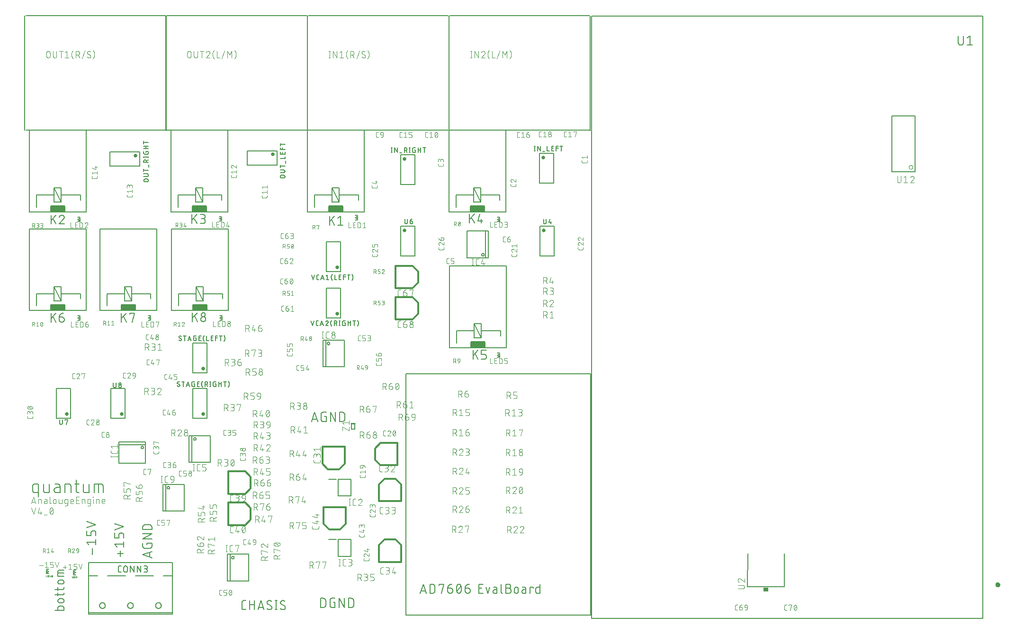
<source format=gbr>
G04 EAGLE Gerber RS-274X export*
G75*
%MOMM*%
%FSLAX34Y34*%
%LPD*%
%INSilkscreen Top*%
%IPPOS*%
%AMOC8*
5,1,8,0,0,1.08239X$1,22.5*%
G01*
%ADD10C,0.152400*%
%ADD11C,0.076200*%
%ADD12C,0.101600*%
%ADD13C,0.203200*%
%ADD14C,0.127000*%
%ADD15R,2.540000X1.270000*%
%ADD16C,0.177800*%
%ADD17C,0.635000*%
%ADD18C,0.304800*%
%ADD19C,0.400000*%
%ADD20R,0.863600X0.762000*%
%ADD21C,0.025400*%
%ADD22C,0.200000*%


D10*
X532022Y15762D02*
X532022Y32018D01*
X536538Y32018D01*
X536669Y32016D01*
X536801Y32010D01*
X536932Y32001D01*
X537062Y31987D01*
X537193Y31970D01*
X537322Y31949D01*
X537451Y31925D01*
X537579Y31896D01*
X537707Y31864D01*
X537833Y31828D01*
X537958Y31789D01*
X538083Y31746D01*
X538205Y31699D01*
X538327Y31649D01*
X538447Y31595D01*
X538565Y31538D01*
X538681Y31477D01*
X538796Y31413D01*
X538909Y31346D01*
X539020Y31275D01*
X539128Y31201D01*
X539235Y31124D01*
X539339Y31044D01*
X539441Y30961D01*
X539540Y30876D01*
X539637Y30787D01*
X539731Y30695D01*
X539823Y30601D01*
X539912Y30504D01*
X539997Y30405D01*
X540080Y30303D01*
X540160Y30199D01*
X540237Y30092D01*
X540311Y29984D01*
X540382Y29873D01*
X540449Y29760D01*
X540513Y29645D01*
X540574Y29529D01*
X540631Y29411D01*
X540685Y29291D01*
X540735Y29169D01*
X540782Y29047D01*
X540825Y28922D01*
X540864Y28797D01*
X540900Y28671D01*
X540932Y28543D01*
X540961Y28415D01*
X540985Y28286D01*
X541006Y28157D01*
X541023Y28026D01*
X541037Y27896D01*
X541046Y27765D01*
X541052Y27633D01*
X541054Y27502D01*
X541053Y27502D02*
X541053Y20278D01*
X541054Y20278D02*
X541052Y20147D01*
X541046Y20015D01*
X541037Y19884D01*
X541023Y19754D01*
X541006Y19623D01*
X540985Y19494D01*
X540961Y19365D01*
X540932Y19237D01*
X540900Y19109D01*
X540864Y18983D01*
X540825Y18858D01*
X540782Y18733D01*
X540735Y18611D01*
X540685Y18489D01*
X540631Y18369D01*
X540574Y18251D01*
X540513Y18135D01*
X540449Y18020D01*
X540382Y17907D01*
X540311Y17796D01*
X540237Y17688D01*
X540160Y17581D01*
X540080Y17477D01*
X539997Y17375D01*
X539912Y17276D01*
X539823Y17179D01*
X539731Y17085D01*
X539637Y16993D01*
X539540Y16904D01*
X539441Y16819D01*
X539339Y16736D01*
X539235Y16656D01*
X539128Y16579D01*
X539020Y16505D01*
X538909Y16434D01*
X538796Y16367D01*
X538681Y16303D01*
X538565Y16242D01*
X538447Y16185D01*
X538327Y16131D01*
X538205Y16081D01*
X538083Y16034D01*
X537958Y15991D01*
X537833Y15952D01*
X537707Y15916D01*
X537579Y15884D01*
X537451Y15855D01*
X537322Y15831D01*
X537192Y15810D01*
X537062Y15793D01*
X536932Y15779D01*
X536801Y15770D01*
X536669Y15764D01*
X536538Y15762D01*
X532022Y15762D01*
X555017Y24793D02*
X557726Y24793D01*
X557726Y15762D01*
X552308Y15762D01*
X552190Y15764D01*
X552072Y15770D01*
X551954Y15779D01*
X551837Y15793D01*
X551720Y15810D01*
X551603Y15831D01*
X551488Y15856D01*
X551373Y15885D01*
X551259Y15918D01*
X551147Y15954D01*
X551036Y15994D01*
X550926Y16037D01*
X550817Y16084D01*
X550710Y16134D01*
X550605Y16189D01*
X550502Y16246D01*
X550401Y16307D01*
X550301Y16371D01*
X550204Y16438D01*
X550109Y16508D01*
X550017Y16582D01*
X549926Y16658D01*
X549839Y16738D01*
X549754Y16820D01*
X549672Y16905D01*
X549592Y16992D01*
X549516Y17083D01*
X549442Y17175D01*
X549372Y17270D01*
X549305Y17367D01*
X549241Y17467D01*
X549180Y17568D01*
X549123Y17671D01*
X549068Y17776D01*
X549018Y17883D01*
X548971Y17992D01*
X548928Y18102D01*
X548888Y18213D01*
X548852Y18325D01*
X548819Y18439D01*
X548790Y18554D01*
X548765Y18669D01*
X548744Y18786D01*
X548727Y18903D01*
X548713Y19020D01*
X548704Y19138D01*
X548698Y19256D01*
X548696Y19374D01*
X548695Y19374D02*
X548695Y28406D01*
X548696Y28406D02*
X548698Y28524D01*
X548704Y28642D01*
X548713Y28760D01*
X548727Y28877D01*
X548744Y28994D01*
X548765Y29111D01*
X548790Y29226D01*
X548819Y29341D01*
X548852Y29455D01*
X548888Y29567D01*
X548928Y29678D01*
X548971Y29788D01*
X549018Y29897D01*
X549068Y30004D01*
X549122Y30109D01*
X549180Y30212D01*
X549241Y30313D01*
X549305Y30413D01*
X549372Y30510D01*
X549442Y30605D01*
X549516Y30697D01*
X549592Y30788D01*
X549672Y30875D01*
X549754Y30960D01*
X549839Y31042D01*
X549926Y31122D01*
X550017Y31198D01*
X550109Y31272D01*
X550204Y31342D01*
X550301Y31409D01*
X550401Y31473D01*
X550502Y31534D01*
X550605Y31591D01*
X550710Y31645D01*
X550817Y31696D01*
X550926Y31743D01*
X551036Y31786D01*
X551147Y31826D01*
X551259Y31862D01*
X551373Y31895D01*
X551488Y31924D01*
X551603Y31949D01*
X551720Y31970D01*
X551837Y31987D01*
X551954Y32001D01*
X552072Y32010D01*
X552190Y32016D01*
X552308Y32018D01*
X557726Y32018D01*
X565369Y32018D02*
X565369Y15762D01*
X574400Y15762D02*
X565369Y32018D01*
X574400Y32018D02*
X574400Y15762D01*
X582042Y15762D02*
X582042Y32018D01*
X586558Y32018D01*
X586689Y32016D01*
X586821Y32010D01*
X586952Y32001D01*
X587082Y31987D01*
X587213Y31970D01*
X587342Y31949D01*
X587471Y31925D01*
X587599Y31896D01*
X587727Y31864D01*
X587853Y31828D01*
X587978Y31789D01*
X588103Y31746D01*
X588225Y31699D01*
X588347Y31649D01*
X588467Y31595D01*
X588585Y31538D01*
X588701Y31477D01*
X588816Y31413D01*
X588929Y31346D01*
X589040Y31275D01*
X589148Y31201D01*
X589255Y31124D01*
X589359Y31044D01*
X589461Y30961D01*
X589560Y30876D01*
X589657Y30787D01*
X589751Y30695D01*
X589843Y30601D01*
X589932Y30504D01*
X590017Y30405D01*
X590100Y30303D01*
X590180Y30199D01*
X590257Y30092D01*
X590331Y29984D01*
X590402Y29873D01*
X590469Y29760D01*
X590533Y29645D01*
X590594Y29529D01*
X590651Y29411D01*
X590705Y29291D01*
X590755Y29169D01*
X590802Y29047D01*
X590845Y28922D01*
X590884Y28797D01*
X590920Y28671D01*
X590952Y28543D01*
X590981Y28415D01*
X591005Y28286D01*
X591026Y28157D01*
X591043Y28026D01*
X591057Y27896D01*
X591066Y27765D01*
X591072Y27633D01*
X591074Y27502D01*
X591073Y27502D02*
X591073Y20278D01*
X591074Y20278D02*
X591072Y20147D01*
X591066Y20015D01*
X591057Y19884D01*
X591043Y19754D01*
X591026Y19623D01*
X591005Y19494D01*
X590981Y19365D01*
X590952Y19237D01*
X590920Y19109D01*
X590884Y18983D01*
X590845Y18858D01*
X590802Y18733D01*
X590755Y18611D01*
X590705Y18489D01*
X590651Y18369D01*
X590594Y18251D01*
X590533Y18135D01*
X590469Y18020D01*
X590402Y17907D01*
X590331Y17796D01*
X590257Y17688D01*
X590180Y17581D01*
X590100Y17477D01*
X590017Y17375D01*
X589932Y17276D01*
X589843Y17179D01*
X589751Y17085D01*
X589657Y16993D01*
X589560Y16904D01*
X589461Y16819D01*
X589359Y16736D01*
X589255Y16656D01*
X589148Y16579D01*
X589040Y16505D01*
X588929Y16434D01*
X588816Y16367D01*
X588701Y16303D01*
X588585Y16242D01*
X588467Y16185D01*
X588347Y16131D01*
X588225Y16081D01*
X588103Y16034D01*
X587978Y15991D01*
X587853Y15952D01*
X587727Y15916D01*
X587599Y15884D01*
X587471Y15855D01*
X587342Y15831D01*
X587212Y15810D01*
X587082Y15793D01*
X586952Y15779D01*
X586821Y15770D01*
X586689Y15764D01*
X586558Y15762D01*
X582042Y15762D01*
X230158Y104572D02*
X213902Y109991D01*
X230158Y115409D01*
X226094Y114055D02*
X226094Y105927D01*
X221127Y127949D02*
X221127Y130659D01*
X230158Y130659D01*
X230158Y125240D01*
X230156Y125122D01*
X230150Y125004D01*
X230141Y124886D01*
X230127Y124769D01*
X230110Y124652D01*
X230089Y124535D01*
X230064Y124420D01*
X230035Y124305D01*
X230002Y124191D01*
X229966Y124079D01*
X229926Y123968D01*
X229883Y123858D01*
X229836Y123749D01*
X229786Y123642D01*
X229731Y123537D01*
X229674Y123434D01*
X229613Y123333D01*
X229549Y123233D01*
X229482Y123136D01*
X229412Y123041D01*
X229338Y122949D01*
X229262Y122858D01*
X229182Y122771D01*
X229100Y122686D01*
X229015Y122604D01*
X228928Y122524D01*
X228837Y122448D01*
X228745Y122374D01*
X228650Y122304D01*
X228553Y122237D01*
X228453Y122173D01*
X228352Y122112D01*
X228249Y122055D01*
X228144Y122000D01*
X228037Y121950D01*
X227928Y121903D01*
X227818Y121860D01*
X227707Y121820D01*
X227595Y121784D01*
X227481Y121751D01*
X227366Y121722D01*
X227251Y121697D01*
X227134Y121676D01*
X227017Y121659D01*
X226900Y121645D01*
X226782Y121636D01*
X226664Y121630D01*
X226546Y121628D01*
X226546Y121627D02*
X217514Y121627D01*
X217396Y121629D01*
X217278Y121635D01*
X217160Y121644D01*
X217042Y121658D01*
X216925Y121675D01*
X216809Y121696D01*
X216694Y121721D01*
X216579Y121750D01*
X216465Y121783D01*
X216353Y121819D01*
X216241Y121859D01*
X216131Y121902D01*
X216023Y121949D01*
X215916Y122000D01*
X215811Y122054D01*
X215708Y122111D01*
X215606Y122172D01*
X215507Y122236D01*
X215410Y122303D01*
X215315Y122374D01*
X215222Y122447D01*
X215132Y122524D01*
X215044Y122603D01*
X214959Y122685D01*
X214877Y122770D01*
X214798Y122858D01*
X214721Y122948D01*
X214648Y123041D01*
X214577Y123135D01*
X214510Y123233D01*
X214446Y123332D01*
X214385Y123433D01*
X214328Y123537D01*
X214274Y123642D01*
X214223Y123749D01*
X214176Y123857D01*
X214133Y123967D01*
X214093Y124079D01*
X214057Y124191D01*
X214024Y124305D01*
X213995Y124420D01*
X213970Y124535D01*
X213949Y124651D01*
X213932Y124768D01*
X213918Y124886D01*
X213909Y125004D01*
X213903Y125122D01*
X213901Y125240D01*
X213902Y125240D02*
X213902Y130659D01*
X213902Y138301D02*
X230158Y138301D01*
X230158Y147332D02*
X213902Y138301D01*
X213902Y147332D02*
X230158Y147332D01*
X230158Y154974D02*
X213902Y154974D01*
X213902Y159490D01*
X213904Y159621D01*
X213910Y159753D01*
X213919Y159884D01*
X213933Y160014D01*
X213950Y160145D01*
X213971Y160274D01*
X213995Y160403D01*
X214024Y160531D01*
X214056Y160659D01*
X214092Y160785D01*
X214131Y160910D01*
X214174Y161035D01*
X214221Y161157D01*
X214271Y161279D01*
X214325Y161399D01*
X214382Y161517D01*
X214443Y161633D01*
X214507Y161748D01*
X214574Y161861D01*
X214645Y161972D01*
X214719Y162080D01*
X214796Y162187D01*
X214876Y162291D01*
X214959Y162393D01*
X215044Y162492D01*
X215133Y162589D01*
X215225Y162683D01*
X215319Y162775D01*
X215416Y162864D01*
X215515Y162949D01*
X215617Y163032D01*
X215721Y163112D01*
X215828Y163189D01*
X215936Y163263D01*
X216047Y163334D01*
X216160Y163401D01*
X216275Y163465D01*
X216391Y163526D01*
X216509Y163583D01*
X216629Y163637D01*
X216751Y163687D01*
X216873Y163734D01*
X216998Y163777D01*
X217123Y163816D01*
X217249Y163852D01*
X217377Y163884D01*
X217505Y163913D01*
X217634Y163937D01*
X217763Y163958D01*
X217894Y163975D01*
X218024Y163989D01*
X218155Y163998D01*
X218287Y164004D01*
X218418Y164006D01*
X218418Y164005D02*
X225642Y164005D01*
X225642Y164006D02*
X225773Y164004D01*
X225905Y163998D01*
X226036Y163989D01*
X226166Y163975D01*
X226297Y163958D01*
X226426Y163937D01*
X226555Y163913D01*
X226683Y163884D01*
X226811Y163852D01*
X226937Y163816D01*
X227062Y163777D01*
X227187Y163734D01*
X227309Y163687D01*
X227431Y163637D01*
X227551Y163583D01*
X227669Y163526D01*
X227785Y163465D01*
X227900Y163401D01*
X228013Y163334D01*
X228124Y163263D01*
X228232Y163189D01*
X228339Y163112D01*
X228443Y163032D01*
X228545Y162949D01*
X228644Y162864D01*
X228741Y162775D01*
X228835Y162683D01*
X228927Y162589D01*
X229016Y162492D01*
X229101Y162393D01*
X229184Y162291D01*
X229264Y162187D01*
X229341Y162080D01*
X229415Y161972D01*
X229486Y161861D01*
X229553Y161748D01*
X229617Y161633D01*
X229678Y161517D01*
X229735Y161399D01*
X229789Y161279D01*
X229839Y161157D01*
X229886Y161035D01*
X229929Y160910D01*
X229968Y160785D01*
X230004Y160659D01*
X230036Y160531D01*
X230065Y160403D01*
X230089Y160274D01*
X230110Y160144D01*
X230127Y160014D01*
X230141Y159884D01*
X230150Y159753D01*
X230156Y159621D01*
X230158Y159490D01*
X230158Y154974D01*
D11*
X35498Y90686D02*
X29232Y90686D01*
X39508Y94341D02*
X42118Y96429D01*
X42118Y87031D01*
X39508Y87031D02*
X44729Y87031D01*
X48652Y87031D02*
X51785Y87031D01*
X51874Y87033D01*
X51962Y87039D01*
X52050Y87048D01*
X52138Y87061D01*
X52225Y87078D01*
X52311Y87098D01*
X52396Y87123D01*
X52481Y87150D01*
X52564Y87182D01*
X52645Y87216D01*
X52725Y87255D01*
X52803Y87296D01*
X52880Y87341D01*
X52954Y87389D01*
X53027Y87440D01*
X53097Y87494D01*
X53164Y87552D01*
X53230Y87612D01*
X53292Y87674D01*
X53352Y87740D01*
X53410Y87807D01*
X53464Y87877D01*
X53515Y87950D01*
X53563Y88024D01*
X53608Y88101D01*
X53649Y88179D01*
X53688Y88259D01*
X53722Y88340D01*
X53754Y88423D01*
X53781Y88508D01*
X53806Y88593D01*
X53826Y88679D01*
X53843Y88766D01*
X53856Y88854D01*
X53865Y88942D01*
X53871Y89030D01*
X53873Y89119D01*
X53873Y90164D01*
X53871Y90253D01*
X53865Y90341D01*
X53856Y90429D01*
X53843Y90517D01*
X53826Y90604D01*
X53806Y90690D01*
X53781Y90775D01*
X53754Y90860D01*
X53722Y90943D01*
X53688Y91024D01*
X53649Y91104D01*
X53608Y91182D01*
X53563Y91259D01*
X53515Y91333D01*
X53464Y91406D01*
X53410Y91476D01*
X53352Y91543D01*
X53292Y91609D01*
X53230Y91671D01*
X53164Y91731D01*
X53097Y91789D01*
X53027Y91843D01*
X52954Y91894D01*
X52880Y91942D01*
X52803Y91987D01*
X52725Y92028D01*
X52645Y92067D01*
X52564Y92101D01*
X52481Y92133D01*
X52396Y92160D01*
X52311Y92185D01*
X52225Y92205D01*
X52138Y92222D01*
X52050Y92235D01*
X51962Y92244D01*
X51874Y92250D01*
X51785Y92252D01*
X48652Y92252D01*
X48652Y96429D01*
X53873Y96429D01*
X57274Y96429D02*
X60406Y87031D01*
X63539Y96429D01*
X71232Y87686D02*
X77498Y87686D01*
X74365Y84553D02*
X74365Y90818D01*
X81508Y91341D02*
X84118Y93429D01*
X84118Y84031D01*
X81508Y84031D02*
X86729Y84031D01*
X90652Y84031D02*
X93785Y84031D01*
X93874Y84033D01*
X93962Y84039D01*
X94050Y84048D01*
X94138Y84061D01*
X94225Y84078D01*
X94311Y84098D01*
X94396Y84123D01*
X94481Y84150D01*
X94564Y84182D01*
X94645Y84216D01*
X94725Y84255D01*
X94803Y84296D01*
X94880Y84341D01*
X94954Y84389D01*
X95027Y84440D01*
X95097Y84494D01*
X95164Y84552D01*
X95230Y84612D01*
X95292Y84674D01*
X95352Y84740D01*
X95410Y84807D01*
X95464Y84877D01*
X95515Y84950D01*
X95563Y85024D01*
X95608Y85101D01*
X95649Y85179D01*
X95688Y85259D01*
X95722Y85340D01*
X95754Y85423D01*
X95781Y85508D01*
X95806Y85593D01*
X95826Y85679D01*
X95843Y85766D01*
X95856Y85854D01*
X95865Y85942D01*
X95871Y86030D01*
X95873Y86119D01*
X95873Y87164D01*
X95871Y87253D01*
X95865Y87341D01*
X95856Y87429D01*
X95843Y87517D01*
X95826Y87604D01*
X95806Y87690D01*
X95781Y87775D01*
X95754Y87860D01*
X95722Y87943D01*
X95688Y88024D01*
X95649Y88104D01*
X95608Y88182D01*
X95563Y88259D01*
X95515Y88333D01*
X95464Y88406D01*
X95410Y88476D01*
X95352Y88543D01*
X95292Y88609D01*
X95230Y88671D01*
X95164Y88731D01*
X95097Y88789D01*
X95027Y88843D01*
X94954Y88894D01*
X94880Y88942D01*
X94803Y88987D01*
X94725Y89028D01*
X94645Y89067D01*
X94564Y89101D01*
X94481Y89133D01*
X94396Y89160D01*
X94311Y89185D01*
X94225Y89205D01*
X94138Y89222D01*
X94050Y89235D01*
X93962Y89244D01*
X93874Y89250D01*
X93785Y89252D01*
X90652Y89252D01*
X90652Y93429D01*
X95873Y93429D01*
X99274Y93429D02*
X102406Y84031D01*
X105539Y93429D01*
D10*
X515682Y348572D02*
X521101Y364828D01*
X526519Y348572D01*
X525165Y352636D02*
X517037Y352636D01*
X539059Y357603D02*
X541769Y357603D01*
X541769Y348572D01*
X536350Y348572D01*
X536232Y348574D01*
X536114Y348580D01*
X535996Y348589D01*
X535879Y348603D01*
X535762Y348620D01*
X535645Y348641D01*
X535530Y348666D01*
X535415Y348695D01*
X535301Y348728D01*
X535189Y348764D01*
X535078Y348804D01*
X534968Y348847D01*
X534859Y348894D01*
X534752Y348944D01*
X534647Y348999D01*
X534544Y349056D01*
X534443Y349117D01*
X534343Y349181D01*
X534246Y349248D01*
X534151Y349318D01*
X534059Y349392D01*
X533968Y349468D01*
X533881Y349548D01*
X533796Y349630D01*
X533714Y349715D01*
X533634Y349802D01*
X533558Y349893D01*
X533484Y349985D01*
X533414Y350080D01*
X533347Y350177D01*
X533283Y350277D01*
X533222Y350378D01*
X533165Y350481D01*
X533110Y350586D01*
X533060Y350693D01*
X533013Y350802D01*
X532970Y350912D01*
X532930Y351023D01*
X532894Y351135D01*
X532861Y351249D01*
X532832Y351364D01*
X532807Y351479D01*
X532786Y351596D01*
X532769Y351713D01*
X532755Y351830D01*
X532746Y351948D01*
X532740Y352066D01*
X532738Y352184D01*
X532737Y352184D02*
X532737Y361216D01*
X532738Y361216D02*
X532740Y361334D01*
X532746Y361452D01*
X532755Y361570D01*
X532769Y361687D01*
X532786Y361804D01*
X532807Y361921D01*
X532832Y362036D01*
X532861Y362151D01*
X532894Y362265D01*
X532930Y362377D01*
X532970Y362488D01*
X533013Y362598D01*
X533060Y362707D01*
X533110Y362814D01*
X533164Y362919D01*
X533222Y363022D01*
X533283Y363123D01*
X533347Y363223D01*
X533414Y363320D01*
X533484Y363415D01*
X533558Y363507D01*
X533634Y363598D01*
X533714Y363685D01*
X533796Y363770D01*
X533881Y363852D01*
X533968Y363932D01*
X534059Y364008D01*
X534151Y364082D01*
X534246Y364152D01*
X534343Y364219D01*
X534443Y364283D01*
X534544Y364344D01*
X534647Y364401D01*
X534752Y364455D01*
X534859Y364506D01*
X534968Y364553D01*
X535078Y364596D01*
X535189Y364636D01*
X535301Y364672D01*
X535415Y364705D01*
X535530Y364734D01*
X535645Y364759D01*
X535762Y364780D01*
X535879Y364797D01*
X535996Y364811D01*
X536114Y364820D01*
X536232Y364826D01*
X536350Y364828D01*
X541769Y364828D01*
X549411Y364828D02*
X549411Y348572D01*
X558442Y348572D02*
X549411Y364828D01*
X558442Y364828D02*
X558442Y348572D01*
X566084Y348572D02*
X566084Y364828D01*
X570600Y364828D01*
X570731Y364826D01*
X570863Y364820D01*
X570994Y364811D01*
X571124Y364797D01*
X571255Y364780D01*
X571384Y364759D01*
X571513Y364735D01*
X571641Y364706D01*
X571769Y364674D01*
X571895Y364638D01*
X572020Y364599D01*
X572145Y364556D01*
X572267Y364509D01*
X572389Y364459D01*
X572509Y364405D01*
X572627Y364348D01*
X572743Y364287D01*
X572858Y364223D01*
X572971Y364156D01*
X573082Y364085D01*
X573190Y364011D01*
X573297Y363934D01*
X573401Y363854D01*
X573503Y363771D01*
X573602Y363686D01*
X573699Y363597D01*
X573793Y363505D01*
X573885Y363411D01*
X573974Y363314D01*
X574059Y363215D01*
X574142Y363113D01*
X574222Y363009D01*
X574299Y362902D01*
X574373Y362794D01*
X574444Y362683D01*
X574511Y362570D01*
X574575Y362455D01*
X574636Y362339D01*
X574693Y362221D01*
X574747Y362101D01*
X574797Y361979D01*
X574844Y361857D01*
X574887Y361732D01*
X574926Y361607D01*
X574962Y361481D01*
X574994Y361353D01*
X575023Y361225D01*
X575047Y361096D01*
X575068Y360967D01*
X575085Y360836D01*
X575099Y360706D01*
X575108Y360575D01*
X575114Y360443D01*
X575116Y360312D01*
X575115Y360312D02*
X575115Y353088D01*
X575116Y353088D02*
X575114Y352957D01*
X575108Y352825D01*
X575099Y352694D01*
X575085Y352564D01*
X575068Y352433D01*
X575047Y352304D01*
X575023Y352175D01*
X574994Y352047D01*
X574962Y351919D01*
X574926Y351793D01*
X574887Y351668D01*
X574844Y351543D01*
X574797Y351421D01*
X574747Y351299D01*
X574693Y351179D01*
X574636Y351061D01*
X574575Y350945D01*
X574511Y350830D01*
X574444Y350717D01*
X574373Y350606D01*
X574299Y350498D01*
X574222Y350391D01*
X574142Y350287D01*
X574059Y350185D01*
X573974Y350086D01*
X573885Y349989D01*
X573793Y349895D01*
X573699Y349803D01*
X573602Y349714D01*
X573503Y349629D01*
X573401Y349546D01*
X573297Y349466D01*
X573190Y349389D01*
X573082Y349315D01*
X572971Y349244D01*
X572858Y349177D01*
X572743Y349113D01*
X572627Y349052D01*
X572509Y348995D01*
X572389Y348941D01*
X572267Y348891D01*
X572145Y348844D01*
X572020Y348801D01*
X571895Y348762D01*
X571769Y348726D01*
X571641Y348694D01*
X571513Y348665D01*
X571384Y348641D01*
X571254Y348620D01*
X571124Y348603D01*
X570994Y348589D01*
X570863Y348580D01*
X570731Y348574D01*
X570600Y348572D01*
X566084Y348572D01*
X173836Y117409D02*
X173836Y106572D01*
X168418Y111991D02*
X179255Y111991D01*
X167514Y124148D02*
X163902Y128664D01*
X180158Y128664D01*
X180158Y124148D02*
X180158Y133180D01*
X180158Y139780D02*
X180158Y145198D01*
X180156Y145316D01*
X180150Y145434D01*
X180141Y145552D01*
X180127Y145669D01*
X180110Y145786D01*
X180089Y145903D01*
X180064Y146018D01*
X180035Y146133D01*
X180002Y146247D01*
X179966Y146359D01*
X179926Y146470D01*
X179883Y146580D01*
X179836Y146689D01*
X179786Y146796D01*
X179731Y146901D01*
X179674Y147004D01*
X179613Y147105D01*
X179549Y147205D01*
X179482Y147302D01*
X179412Y147397D01*
X179338Y147489D01*
X179262Y147580D01*
X179182Y147667D01*
X179100Y147752D01*
X179015Y147834D01*
X178928Y147914D01*
X178837Y147990D01*
X178745Y148064D01*
X178650Y148134D01*
X178553Y148201D01*
X178453Y148265D01*
X178352Y148326D01*
X178249Y148383D01*
X178144Y148438D01*
X178037Y148488D01*
X177928Y148535D01*
X177818Y148578D01*
X177707Y148618D01*
X177595Y148654D01*
X177481Y148687D01*
X177366Y148716D01*
X177251Y148741D01*
X177134Y148762D01*
X177017Y148779D01*
X176900Y148793D01*
X176782Y148802D01*
X176664Y148808D01*
X176546Y148810D01*
X176546Y148811D02*
X174739Y148811D01*
X174739Y148810D02*
X174621Y148808D01*
X174503Y148802D01*
X174385Y148793D01*
X174268Y148779D01*
X174151Y148762D01*
X174034Y148741D01*
X173919Y148716D01*
X173804Y148687D01*
X173690Y148654D01*
X173578Y148618D01*
X173467Y148578D01*
X173357Y148535D01*
X173248Y148488D01*
X173141Y148438D01*
X173036Y148383D01*
X172933Y148326D01*
X172832Y148265D01*
X172732Y148201D01*
X172635Y148134D01*
X172540Y148064D01*
X172448Y147990D01*
X172357Y147914D01*
X172270Y147834D01*
X172185Y147752D01*
X172103Y147667D01*
X172023Y147580D01*
X171947Y147489D01*
X171873Y147397D01*
X171803Y147302D01*
X171736Y147205D01*
X171672Y147105D01*
X171611Y147004D01*
X171554Y146901D01*
X171499Y146796D01*
X171449Y146689D01*
X171402Y146580D01*
X171359Y146470D01*
X171319Y146359D01*
X171283Y146247D01*
X171250Y146133D01*
X171221Y146018D01*
X171196Y145903D01*
X171175Y145786D01*
X171158Y145669D01*
X171144Y145552D01*
X171135Y145434D01*
X171129Y145316D01*
X171127Y145198D01*
X171127Y139780D01*
X163902Y139780D01*
X163902Y148811D01*
X163902Y154508D02*
X180158Y159926D01*
X163902Y165345D01*
X123836Y121409D02*
X123836Y110572D01*
X117514Y128148D02*
X113902Y132664D01*
X130158Y132664D01*
X130158Y128148D02*
X130158Y137180D01*
X130158Y143780D02*
X130158Y149198D01*
X130156Y149316D01*
X130150Y149434D01*
X130141Y149552D01*
X130127Y149669D01*
X130110Y149786D01*
X130089Y149903D01*
X130064Y150018D01*
X130035Y150133D01*
X130002Y150247D01*
X129966Y150359D01*
X129926Y150470D01*
X129883Y150580D01*
X129836Y150689D01*
X129786Y150796D01*
X129731Y150901D01*
X129674Y151004D01*
X129613Y151105D01*
X129549Y151205D01*
X129482Y151302D01*
X129412Y151397D01*
X129338Y151489D01*
X129262Y151580D01*
X129182Y151667D01*
X129100Y151752D01*
X129015Y151834D01*
X128928Y151914D01*
X128837Y151990D01*
X128745Y152064D01*
X128650Y152134D01*
X128553Y152201D01*
X128453Y152265D01*
X128352Y152326D01*
X128249Y152383D01*
X128144Y152438D01*
X128037Y152488D01*
X127928Y152535D01*
X127818Y152578D01*
X127707Y152618D01*
X127595Y152654D01*
X127481Y152687D01*
X127366Y152716D01*
X127251Y152741D01*
X127134Y152762D01*
X127017Y152779D01*
X126900Y152793D01*
X126782Y152802D01*
X126664Y152808D01*
X126546Y152810D01*
X126546Y152811D02*
X124739Y152811D01*
X124739Y152810D02*
X124621Y152808D01*
X124503Y152802D01*
X124385Y152793D01*
X124268Y152779D01*
X124151Y152762D01*
X124034Y152741D01*
X123919Y152716D01*
X123804Y152687D01*
X123690Y152654D01*
X123578Y152618D01*
X123467Y152578D01*
X123357Y152535D01*
X123248Y152488D01*
X123141Y152438D01*
X123036Y152383D01*
X122933Y152326D01*
X122832Y152265D01*
X122732Y152201D01*
X122635Y152134D01*
X122540Y152064D01*
X122448Y151990D01*
X122357Y151914D01*
X122270Y151834D01*
X122185Y151752D01*
X122103Y151667D01*
X122023Y151580D01*
X121947Y151489D01*
X121873Y151397D01*
X121803Y151302D01*
X121736Y151205D01*
X121672Y151105D01*
X121611Y151004D01*
X121554Y150901D01*
X121499Y150796D01*
X121449Y150689D01*
X121402Y150580D01*
X121359Y150470D01*
X121319Y150359D01*
X121283Y150247D01*
X121250Y150133D01*
X121221Y150018D01*
X121196Y149903D01*
X121175Y149786D01*
X121158Y149669D01*
X121144Y149552D01*
X121135Y149434D01*
X121129Y149316D01*
X121127Y149198D01*
X121127Y143780D01*
X113902Y143780D01*
X113902Y152811D01*
X113902Y158508D02*
X130158Y163926D01*
X113902Y169345D01*
X394634Y11762D02*
X398247Y11762D01*
X394634Y11762D02*
X394516Y11764D01*
X394398Y11770D01*
X394280Y11779D01*
X394163Y11793D01*
X394046Y11810D01*
X393929Y11831D01*
X393814Y11856D01*
X393699Y11885D01*
X393585Y11918D01*
X393473Y11954D01*
X393362Y11994D01*
X393252Y12037D01*
X393143Y12084D01*
X393036Y12134D01*
X392931Y12189D01*
X392828Y12246D01*
X392727Y12307D01*
X392627Y12371D01*
X392530Y12438D01*
X392435Y12508D01*
X392343Y12582D01*
X392252Y12658D01*
X392165Y12738D01*
X392080Y12820D01*
X391998Y12905D01*
X391918Y12992D01*
X391842Y13083D01*
X391768Y13175D01*
X391698Y13270D01*
X391631Y13367D01*
X391567Y13467D01*
X391506Y13568D01*
X391449Y13671D01*
X391394Y13776D01*
X391344Y13883D01*
X391297Y13992D01*
X391254Y14102D01*
X391214Y14213D01*
X391178Y14325D01*
X391145Y14439D01*
X391116Y14554D01*
X391091Y14669D01*
X391070Y14786D01*
X391053Y14903D01*
X391039Y15020D01*
X391030Y15138D01*
X391024Y15256D01*
X391022Y15374D01*
X391022Y24406D01*
X391024Y24524D01*
X391030Y24642D01*
X391039Y24760D01*
X391053Y24877D01*
X391070Y24994D01*
X391091Y25111D01*
X391116Y25226D01*
X391145Y25341D01*
X391178Y25455D01*
X391214Y25567D01*
X391254Y25678D01*
X391297Y25788D01*
X391344Y25897D01*
X391394Y26004D01*
X391448Y26109D01*
X391506Y26212D01*
X391567Y26313D01*
X391631Y26413D01*
X391698Y26510D01*
X391768Y26605D01*
X391842Y26697D01*
X391918Y26788D01*
X391998Y26875D01*
X392080Y26960D01*
X392165Y27042D01*
X392252Y27122D01*
X392343Y27198D01*
X392435Y27272D01*
X392530Y27342D01*
X392627Y27409D01*
X392727Y27473D01*
X392828Y27534D01*
X392931Y27591D01*
X393036Y27645D01*
X393143Y27696D01*
X393252Y27743D01*
X393362Y27786D01*
X393473Y27826D01*
X393585Y27862D01*
X393699Y27895D01*
X393814Y27924D01*
X393929Y27949D01*
X394046Y27970D01*
X394163Y27987D01*
X394280Y28001D01*
X394398Y28010D01*
X394516Y28016D01*
X394634Y28018D01*
X398247Y28018D01*
X404609Y28018D02*
X404609Y11762D01*
X404609Y20793D02*
X413640Y20793D01*
X413640Y28018D02*
X413640Y11762D01*
X419858Y11762D02*
X425276Y28018D01*
X430695Y11762D01*
X429340Y15826D02*
X421212Y15826D01*
X441290Y11762D02*
X441408Y11764D01*
X441526Y11770D01*
X441644Y11779D01*
X441761Y11793D01*
X441878Y11810D01*
X441995Y11831D01*
X442110Y11856D01*
X442225Y11885D01*
X442339Y11918D01*
X442451Y11954D01*
X442562Y11994D01*
X442672Y12037D01*
X442781Y12084D01*
X442888Y12134D01*
X442993Y12189D01*
X443096Y12246D01*
X443197Y12307D01*
X443297Y12371D01*
X443394Y12438D01*
X443489Y12508D01*
X443581Y12582D01*
X443672Y12658D01*
X443759Y12738D01*
X443844Y12820D01*
X443926Y12905D01*
X444006Y12992D01*
X444082Y13083D01*
X444156Y13175D01*
X444226Y13270D01*
X444293Y13367D01*
X444357Y13467D01*
X444418Y13568D01*
X444475Y13671D01*
X444530Y13776D01*
X444580Y13883D01*
X444627Y13992D01*
X444670Y14102D01*
X444710Y14213D01*
X444746Y14325D01*
X444779Y14439D01*
X444808Y14554D01*
X444833Y14669D01*
X444854Y14786D01*
X444871Y14903D01*
X444885Y15020D01*
X444894Y15138D01*
X444900Y15256D01*
X444902Y15374D01*
X441290Y11762D02*
X441107Y11764D01*
X440925Y11771D01*
X440743Y11782D01*
X440561Y11797D01*
X440379Y11817D01*
X440198Y11840D01*
X440018Y11869D01*
X439838Y11901D01*
X439659Y11938D01*
X439482Y11979D01*
X439305Y12025D01*
X439129Y12074D01*
X438955Y12128D01*
X438781Y12186D01*
X438610Y12248D01*
X438440Y12314D01*
X438271Y12385D01*
X438104Y12459D01*
X437939Y12537D01*
X437776Y12619D01*
X437615Y12705D01*
X437456Y12795D01*
X437299Y12889D01*
X437145Y12986D01*
X436993Y13087D01*
X436843Y13192D01*
X436696Y13300D01*
X436552Y13411D01*
X436410Y13526D01*
X436271Y13645D01*
X436135Y13767D01*
X436002Y13892D01*
X435872Y14020D01*
X436323Y24406D02*
X436325Y24524D01*
X436331Y24642D01*
X436340Y24760D01*
X436354Y24877D01*
X436371Y24994D01*
X436392Y25111D01*
X436417Y25226D01*
X436446Y25341D01*
X436479Y25455D01*
X436515Y25567D01*
X436555Y25678D01*
X436598Y25788D01*
X436645Y25897D01*
X436695Y26004D01*
X436750Y26109D01*
X436807Y26212D01*
X436868Y26313D01*
X436932Y26413D01*
X436999Y26510D01*
X437069Y26605D01*
X437143Y26697D01*
X437219Y26788D01*
X437299Y26875D01*
X437381Y26960D01*
X437466Y27042D01*
X437553Y27122D01*
X437644Y27198D01*
X437736Y27272D01*
X437831Y27342D01*
X437928Y27409D01*
X438028Y27473D01*
X438129Y27534D01*
X438232Y27592D01*
X438337Y27646D01*
X438444Y27696D01*
X438553Y27743D01*
X438663Y27787D01*
X438774Y27826D01*
X438887Y27862D01*
X439000Y27895D01*
X439115Y27924D01*
X439230Y27949D01*
X439347Y27970D01*
X439464Y27987D01*
X439581Y28001D01*
X439699Y28010D01*
X439817Y28016D01*
X439935Y28018D01*
X440096Y28016D01*
X440258Y28010D01*
X440419Y28001D01*
X440580Y27987D01*
X440740Y27970D01*
X440900Y27949D01*
X441060Y27924D01*
X441219Y27895D01*
X441377Y27863D01*
X441534Y27827D01*
X441690Y27787D01*
X441846Y27743D01*
X442000Y27695D01*
X442153Y27644D01*
X442305Y27590D01*
X442456Y27531D01*
X442605Y27470D01*
X442752Y27404D01*
X442898Y27335D01*
X443043Y27263D01*
X443185Y27187D01*
X443326Y27108D01*
X443465Y27026D01*
X443601Y26940D01*
X443736Y26851D01*
X443869Y26759D01*
X443999Y26663D01*
X438128Y21245D02*
X438027Y21307D01*
X437927Y21372D01*
X437830Y21441D01*
X437735Y21513D01*
X437642Y21587D01*
X437552Y21665D01*
X437464Y21746D01*
X437379Y21829D01*
X437297Y21915D01*
X437218Y22004D01*
X437141Y22095D01*
X437068Y22189D01*
X436997Y22285D01*
X436930Y22383D01*
X436866Y22483D01*
X436805Y22586D01*
X436748Y22690D01*
X436694Y22796D01*
X436644Y22904D01*
X436597Y23013D01*
X436553Y23124D01*
X436513Y23236D01*
X436477Y23350D01*
X436445Y23464D01*
X436416Y23580D01*
X436391Y23696D01*
X436370Y23813D01*
X436353Y23931D01*
X436339Y24049D01*
X436330Y24168D01*
X436324Y24287D01*
X436322Y24406D01*
X443096Y18535D02*
X443197Y18473D01*
X443297Y18408D01*
X443394Y18339D01*
X443489Y18267D01*
X443582Y18193D01*
X443672Y18115D01*
X443760Y18034D01*
X443845Y17951D01*
X443927Y17865D01*
X444006Y17776D01*
X444083Y17685D01*
X444156Y17591D01*
X444227Y17495D01*
X444294Y17397D01*
X444358Y17297D01*
X444419Y17194D01*
X444476Y17090D01*
X444530Y16984D01*
X444580Y16876D01*
X444627Y16767D01*
X444671Y16656D01*
X444711Y16544D01*
X444747Y16430D01*
X444779Y16316D01*
X444808Y16200D01*
X444833Y16084D01*
X444854Y15967D01*
X444871Y15849D01*
X444885Y15731D01*
X444894Y15612D01*
X444900Y15493D01*
X444902Y15374D01*
X443096Y18535D02*
X438129Y21245D01*
X452371Y28018D02*
X452371Y11762D01*
X454177Y11762D02*
X450564Y11762D01*
X450564Y28018D02*
X454177Y28018D01*
X468870Y15374D02*
X468868Y15256D01*
X468862Y15138D01*
X468853Y15020D01*
X468839Y14903D01*
X468822Y14786D01*
X468801Y14669D01*
X468776Y14554D01*
X468747Y14439D01*
X468714Y14325D01*
X468678Y14213D01*
X468638Y14102D01*
X468595Y13992D01*
X468548Y13883D01*
X468498Y13776D01*
X468443Y13671D01*
X468386Y13568D01*
X468325Y13467D01*
X468261Y13367D01*
X468194Y13270D01*
X468124Y13175D01*
X468050Y13083D01*
X467974Y12992D01*
X467894Y12905D01*
X467812Y12820D01*
X467727Y12738D01*
X467640Y12658D01*
X467549Y12582D01*
X467457Y12508D01*
X467362Y12438D01*
X467265Y12371D01*
X467165Y12307D01*
X467064Y12246D01*
X466961Y12189D01*
X466856Y12134D01*
X466749Y12084D01*
X466640Y12037D01*
X466530Y11994D01*
X466419Y11954D01*
X466307Y11918D01*
X466193Y11885D01*
X466078Y11856D01*
X465963Y11831D01*
X465846Y11810D01*
X465729Y11793D01*
X465612Y11779D01*
X465494Y11770D01*
X465376Y11764D01*
X465258Y11762D01*
X465075Y11764D01*
X464893Y11771D01*
X464711Y11782D01*
X464529Y11797D01*
X464347Y11817D01*
X464166Y11840D01*
X463986Y11869D01*
X463806Y11901D01*
X463627Y11938D01*
X463450Y11979D01*
X463273Y12025D01*
X463097Y12074D01*
X462923Y12128D01*
X462749Y12186D01*
X462578Y12248D01*
X462408Y12314D01*
X462239Y12385D01*
X462072Y12459D01*
X461907Y12537D01*
X461744Y12619D01*
X461583Y12705D01*
X461424Y12795D01*
X461267Y12889D01*
X461113Y12986D01*
X460961Y13087D01*
X460811Y13192D01*
X460664Y13300D01*
X460520Y13411D01*
X460378Y13526D01*
X460239Y13645D01*
X460103Y13767D01*
X459970Y13892D01*
X459840Y14020D01*
X460291Y24406D02*
X460293Y24524D01*
X460299Y24642D01*
X460308Y24760D01*
X460322Y24877D01*
X460339Y24994D01*
X460360Y25111D01*
X460385Y25226D01*
X460414Y25341D01*
X460447Y25455D01*
X460483Y25567D01*
X460523Y25678D01*
X460566Y25788D01*
X460613Y25897D01*
X460663Y26004D01*
X460718Y26109D01*
X460775Y26212D01*
X460836Y26313D01*
X460900Y26413D01*
X460967Y26510D01*
X461037Y26605D01*
X461111Y26697D01*
X461187Y26788D01*
X461267Y26875D01*
X461349Y26960D01*
X461434Y27042D01*
X461521Y27122D01*
X461612Y27198D01*
X461704Y27272D01*
X461799Y27342D01*
X461896Y27409D01*
X461996Y27473D01*
X462097Y27534D01*
X462200Y27592D01*
X462305Y27646D01*
X462412Y27696D01*
X462521Y27743D01*
X462631Y27787D01*
X462742Y27826D01*
X462855Y27862D01*
X462968Y27895D01*
X463083Y27924D01*
X463198Y27949D01*
X463315Y27970D01*
X463432Y27987D01*
X463549Y28001D01*
X463667Y28010D01*
X463785Y28016D01*
X463903Y28018D01*
X464064Y28016D01*
X464226Y28010D01*
X464387Y28001D01*
X464548Y27987D01*
X464708Y27970D01*
X464868Y27949D01*
X465028Y27924D01*
X465187Y27895D01*
X465345Y27863D01*
X465502Y27827D01*
X465658Y27787D01*
X465814Y27743D01*
X465968Y27695D01*
X466121Y27644D01*
X466273Y27590D01*
X466424Y27531D01*
X466573Y27470D01*
X466720Y27404D01*
X466866Y27335D01*
X467011Y27263D01*
X467153Y27187D01*
X467294Y27108D01*
X467433Y27026D01*
X467569Y26940D01*
X467704Y26851D01*
X467837Y26759D01*
X467967Y26663D01*
X462096Y21245D02*
X461995Y21307D01*
X461895Y21372D01*
X461798Y21441D01*
X461703Y21513D01*
X461610Y21587D01*
X461520Y21665D01*
X461432Y21746D01*
X461347Y21829D01*
X461265Y21915D01*
X461186Y22004D01*
X461109Y22095D01*
X461036Y22189D01*
X460965Y22285D01*
X460898Y22383D01*
X460834Y22483D01*
X460773Y22586D01*
X460716Y22690D01*
X460662Y22796D01*
X460612Y22904D01*
X460565Y23013D01*
X460521Y23124D01*
X460481Y23236D01*
X460445Y23350D01*
X460413Y23464D01*
X460384Y23580D01*
X460359Y23696D01*
X460338Y23813D01*
X460321Y23931D01*
X460307Y24049D01*
X460298Y24168D01*
X460292Y24287D01*
X460290Y24406D01*
X467064Y18535D02*
X467165Y18473D01*
X467265Y18408D01*
X467362Y18339D01*
X467457Y18267D01*
X467550Y18193D01*
X467640Y18115D01*
X467728Y18034D01*
X467813Y17951D01*
X467895Y17865D01*
X467974Y17776D01*
X468051Y17685D01*
X468124Y17591D01*
X468195Y17495D01*
X468262Y17397D01*
X468326Y17297D01*
X468387Y17194D01*
X468444Y17090D01*
X468498Y16984D01*
X468548Y16876D01*
X468595Y16767D01*
X468639Y16656D01*
X468679Y16544D01*
X468715Y16430D01*
X468747Y16316D01*
X468776Y16200D01*
X468801Y16084D01*
X468822Y15967D01*
X468839Y15849D01*
X468853Y15731D01*
X468862Y15612D01*
X468868Y15493D01*
X468870Y15374D01*
X467064Y18535D02*
X462097Y21245D01*
D12*
X14768Y201558D02*
X18663Y213242D01*
X22557Y201558D01*
X21584Y204479D02*
X15742Y204479D01*
X27115Y201558D02*
X27115Y209347D01*
X30361Y209347D01*
X30448Y209345D01*
X30536Y209339D01*
X30622Y209329D01*
X30709Y209316D01*
X30794Y209298D01*
X30879Y209277D01*
X30963Y209252D01*
X31045Y209223D01*
X31126Y209190D01*
X31206Y209154D01*
X31284Y209115D01*
X31360Y209071D01*
X31434Y209025D01*
X31505Y208975D01*
X31575Y208922D01*
X31642Y208866D01*
X31706Y208807D01*
X31768Y208746D01*
X31827Y208681D01*
X31883Y208614D01*
X31936Y208544D01*
X31986Y208473D01*
X32032Y208399D01*
X32076Y208323D01*
X32115Y208245D01*
X32151Y208165D01*
X32184Y208084D01*
X32213Y208002D01*
X32238Y207918D01*
X32259Y207833D01*
X32277Y207748D01*
X32290Y207661D01*
X32300Y207575D01*
X32306Y207487D01*
X32308Y207400D01*
X32308Y201558D01*
X39615Y206102D02*
X42536Y206102D01*
X39615Y206102D02*
X39521Y206100D01*
X39427Y206094D01*
X39334Y206085D01*
X39241Y206071D01*
X39149Y206054D01*
X39057Y206032D01*
X38967Y206008D01*
X38877Y205979D01*
X38789Y205947D01*
X38702Y205911D01*
X38617Y205871D01*
X38534Y205828D01*
X38452Y205782D01*
X38372Y205732D01*
X38295Y205679D01*
X38220Y205623D01*
X38147Y205564D01*
X38076Y205502D01*
X38008Y205437D01*
X37943Y205369D01*
X37881Y205298D01*
X37822Y205225D01*
X37766Y205150D01*
X37713Y205073D01*
X37663Y204993D01*
X37617Y204911D01*
X37574Y204828D01*
X37534Y204743D01*
X37498Y204656D01*
X37466Y204568D01*
X37437Y204478D01*
X37413Y204388D01*
X37391Y204296D01*
X37374Y204204D01*
X37360Y204111D01*
X37351Y204018D01*
X37345Y203924D01*
X37343Y203830D01*
X37345Y203736D01*
X37351Y203642D01*
X37360Y203549D01*
X37374Y203456D01*
X37391Y203364D01*
X37413Y203272D01*
X37437Y203182D01*
X37466Y203092D01*
X37498Y203004D01*
X37534Y202917D01*
X37574Y202832D01*
X37617Y202749D01*
X37663Y202667D01*
X37713Y202587D01*
X37766Y202510D01*
X37822Y202435D01*
X37881Y202362D01*
X37943Y202291D01*
X38008Y202223D01*
X38076Y202158D01*
X38147Y202096D01*
X38220Y202037D01*
X38295Y201981D01*
X38372Y201928D01*
X38452Y201878D01*
X38534Y201832D01*
X38617Y201789D01*
X38702Y201749D01*
X38789Y201713D01*
X38877Y201681D01*
X38967Y201652D01*
X39057Y201628D01*
X39149Y201606D01*
X39241Y201589D01*
X39334Y201575D01*
X39427Y201566D01*
X39521Y201560D01*
X39615Y201558D01*
X42536Y201558D01*
X42536Y207400D01*
X42534Y207487D01*
X42528Y207575D01*
X42518Y207661D01*
X42505Y207748D01*
X42487Y207833D01*
X42466Y207918D01*
X42441Y208002D01*
X42412Y208084D01*
X42379Y208165D01*
X42343Y208245D01*
X42304Y208323D01*
X42260Y208399D01*
X42214Y208473D01*
X42164Y208544D01*
X42111Y208614D01*
X42055Y208681D01*
X41996Y208745D01*
X41934Y208807D01*
X41870Y208866D01*
X41803Y208922D01*
X41733Y208975D01*
X41662Y209025D01*
X41588Y209071D01*
X41512Y209115D01*
X41434Y209154D01*
X41354Y209190D01*
X41273Y209223D01*
X41191Y209252D01*
X41107Y209277D01*
X41022Y209298D01*
X40937Y209316D01*
X40850Y209329D01*
X40764Y209339D01*
X40676Y209345D01*
X40589Y209347D01*
X37992Y209347D01*
X47839Y213242D02*
X47839Y203505D01*
X47841Y203418D01*
X47847Y203330D01*
X47857Y203244D01*
X47870Y203157D01*
X47888Y203072D01*
X47909Y202987D01*
X47934Y202903D01*
X47963Y202821D01*
X47996Y202740D01*
X48032Y202660D01*
X48071Y202582D01*
X48115Y202506D01*
X48161Y202432D01*
X48211Y202361D01*
X48264Y202291D01*
X48320Y202224D01*
X48379Y202160D01*
X48441Y202098D01*
X48505Y202039D01*
X48572Y201983D01*
X48642Y201930D01*
X48713Y201880D01*
X48787Y201834D01*
X48863Y201790D01*
X48941Y201751D01*
X49021Y201715D01*
X49102Y201682D01*
X49184Y201653D01*
X49268Y201628D01*
X49353Y201607D01*
X49438Y201589D01*
X49525Y201576D01*
X49611Y201566D01*
X49699Y201560D01*
X49786Y201558D01*
X53785Y204154D02*
X53785Y206751D01*
X53786Y206751D02*
X53788Y206852D01*
X53794Y206952D01*
X53804Y207052D01*
X53817Y207152D01*
X53835Y207251D01*
X53856Y207350D01*
X53881Y207447D01*
X53910Y207544D01*
X53943Y207639D01*
X53979Y207733D01*
X54019Y207825D01*
X54062Y207916D01*
X54109Y208005D01*
X54159Y208092D01*
X54213Y208178D01*
X54270Y208261D01*
X54330Y208341D01*
X54393Y208420D01*
X54460Y208496D01*
X54529Y208569D01*
X54601Y208639D01*
X54675Y208707D01*
X54752Y208772D01*
X54832Y208833D01*
X54914Y208892D01*
X54998Y208947D01*
X55084Y208999D01*
X55172Y209048D01*
X55262Y209093D01*
X55354Y209135D01*
X55447Y209173D01*
X55542Y209207D01*
X55637Y209238D01*
X55734Y209265D01*
X55832Y209288D01*
X55931Y209308D01*
X56031Y209323D01*
X56131Y209335D01*
X56231Y209343D01*
X56332Y209347D01*
X56432Y209347D01*
X56533Y209343D01*
X56633Y209335D01*
X56733Y209323D01*
X56833Y209308D01*
X56932Y209288D01*
X57030Y209265D01*
X57127Y209238D01*
X57222Y209207D01*
X57317Y209173D01*
X57410Y209135D01*
X57502Y209093D01*
X57592Y209048D01*
X57680Y208999D01*
X57766Y208947D01*
X57850Y208892D01*
X57932Y208833D01*
X58012Y208772D01*
X58089Y208707D01*
X58163Y208639D01*
X58235Y208569D01*
X58304Y208496D01*
X58371Y208420D01*
X58434Y208341D01*
X58494Y208261D01*
X58551Y208178D01*
X58605Y208092D01*
X58655Y208005D01*
X58702Y207916D01*
X58745Y207825D01*
X58785Y207733D01*
X58821Y207639D01*
X58854Y207544D01*
X58883Y207447D01*
X58908Y207350D01*
X58929Y207251D01*
X58947Y207152D01*
X58960Y207052D01*
X58970Y206952D01*
X58976Y206852D01*
X58978Y206751D01*
X58978Y204154D01*
X58976Y204053D01*
X58970Y203953D01*
X58960Y203853D01*
X58947Y203753D01*
X58929Y203654D01*
X58908Y203555D01*
X58883Y203458D01*
X58854Y203361D01*
X58821Y203266D01*
X58785Y203172D01*
X58745Y203080D01*
X58702Y202989D01*
X58655Y202900D01*
X58605Y202813D01*
X58551Y202727D01*
X58494Y202644D01*
X58434Y202564D01*
X58371Y202485D01*
X58304Y202409D01*
X58235Y202336D01*
X58163Y202266D01*
X58089Y202198D01*
X58012Y202133D01*
X57932Y202072D01*
X57850Y202013D01*
X57766Y201958D01*
X57680Y201906D01*
X57592Y201857D01*
X57502Y201812D01*
X57410Y201770D01*
X57317Y201732D01*
X57222Y201698D01*
X57127Y201667D01*
X57030Y201640D01*
X56932Y201617D01*
X56833Y201597D01*
X56733Y201582D01*
X56633Y201570D01*
X56533Y201562D01*
X56432Y201558D01*
X56332Y201558D01*
X56231Y201562D01*
X56131Y201570D01*
X56031Y201582D01*
X55931Y201597D01*
X55832Y201617D01*
X55734Y201640D01*
X55637Y201667D01*
X55542Y201698D01*
X55447Y201732D01*
X55354Y201770D01*
X55262Y201812D01*
X55172Y201857D01*
X55084Y201906D01*
X54998Y201958D01*
X54914Y202013D01*
X54832Y202072D01*
X54752Y202133D01*
X54675Y202198D01*
X54601Y202266D01*
X54529Y202336D01*
X54460Y202409D01*
X54393Y202485D01*
X54330Y202564D01*
X54270Y202644D01*
X54213Y202727D01*
X54159Y202813D01*
X54109Y202900D01*
X54062Y202989D01*
X54019Y203080D01*
X53979Y203172D01*
X53943Y203266D01*
X53910Y203361D01*
X53881Y203458D01*
X53856Y203555D01*
X53835Y203654D01*
X53817Y203753D01*
X53804Y203853D01*
X53794Y203953D01*
X53788Y204053D01*
X53786Y204154D01*
X64072Y203505D02*
X64072Y209347D01*
X64072Y203505D02*
X64074Y203418D01*
X64080Y203330D01*
X64090Y203244D01*
X64103Y203157D01*
X64121Y203072D01*
X64142Y202987D01*
X64167Y202903D01*
X64196Y202821D01*
X64229Y202740D01*
X64265Y202660D01*
X64304Y202582D01*
X64348Y202506D01*
X64394Y202432D01*
X64444Y202361D01*
X64497Y202291D01*
X64553Y202224D01*
X64612Y202160D01*
X64674Y202098D01*
X64738Y202039D01*
X64805Y201983D01*
X64875Y201930D01*
X64946Y201880D01*
X65020Y201834D01*
X65096Y201790D01*
X65174Y201751D01*
X65254Y201715D01*
X65335Y201682D01*
X65417Y201653D01*
X65501Y201628D01*
X65586Y201607D01*
X65671Y201589D01*
X65758Y201576D01*
X65844Y201566D01*
X65932Y201560D01*
X66019Y201558D01*
X69265Y201558D01*
X69265Y209347D01*
X76248Y201558D02*
X79493Y201558D01*
X76248Y201558D02*
X76161Y201560D01*
X76073Y201566D01*
X75987Y201576D01*
X75900Y201589D01*
X75815Y201607D01*
X75730Y201628D01*
X75646Y201653D01*
X75564Y201682D01*
X75483Y201715D01*
X75403Y201751D01*
X75325Y201790D01*
X75249Y201834D01*
X75175Y201880D01*
X75104Y201930D01*
X75034Y201983D01*
X74967Y202039D01*
X74903Y202098D01*
X74841Y202160D01*
X74782Y202224D01*
X74726Y202291D01*
X74673Y202361D01*
X74623Y202432D01*
X74577Y202506D01*
X74533Y202582D01*
X74494Y202660D01*
X74458Y202740D01*
X74425Y202821D01*
X74396Y202903D01*
X74371Y202987D01*
X74350Y203072D01*
X74332Y203157D01*
X74319Y203244D01*
X74309Y203330D01*
X74303Y203418D01*
X74301Y203505D01*
X74300Y203505D02*
X74300Y207400D01*
X74301Y207400D02*
X74303Y207487D01*
X74309Y207575D01*
X74319Y207661D01*
X74332Y207748D01*
X74350Y207833D01*
X74371Y207918D01*
X74396Y208002D01*
X74425Y208084D01*
X74458Y208165D01*
X74494Y208245D01*
X74533Y208323D01*
X74577Y208399D01*
X74623Y208473D01*
X74673Y208544D01*
X74726Y208614D01*
X74782Y208681D01*
X74841Y208745D01*
X74903Y208807D01*
X74967Y208866D01*
X75034Y208922D01*
X75104Y208975D01*
X75175Y209025D01*
X75249Y209071D01*
X75325Y209115D01*
X75403Y209154D01*
X75483Y209190D01*
X75564Y209223D01*
X75646Y209252D01*
X75730Y209277D01*
X75815Y209298D01*
X75900Y209316D01*
X75987Y209329D01*
X76073Y209339D01*
X76161Y209345D01*
X76248Y209347D01*
X79493Y209347D01*
X79493Y199611D01*
X79491Y199524D01*
X79485Y199436D01*
X79475Y199350D01*
X79462Y199263D01*
X79444Y199178D01*
X79423Y199093D01*
X79398Y199009D01*
X79369Y198927D01*
X79336Y198846D01*
X79300Y198766D01*
X79261Y198688D01*
X79217Y198612D01*
X79171Y198538D01*
X79121Y198467D01*
X79068Y198397D01*
X79012Y198330D01*
X78953Y198266D01*
X78892Y198204D01*
X78827Y198145D01*
X78760Y198089D01*
X78690Y198036D01*
X78619Y197986D01*
X78545Y197940D01*
X78469Y197896D01*
X78391Y197857D01*
X78311Y197821D01*
X78230Y197788D01*
X78148Y197759D01*
X78064Y197734D01*
X77979Y197713D01*
X77894Y197695D01*
X77807Y197682D01*
X77721Y197672D01*
X77633Y197666D01*
X77546Y197664D01*
X77546Y197663D02*
X74949Y197663D01*
X86593Y201558D02*
X89839Y201558D01*
X86593Y201558D02*
X86506Y201560D01*
X86418Y201566D01*
X86332Y201576D01*
X86245Y201589D01*
X86160Y201607D01*
X86075Y201628D01*
X85991Y201653D01*
X85909Y201682D01*
X85828Y201715D01*
X85748Y201751D01*
X85670Y201790D01*
X85594Y201834D01*
X85520Y201880D01*
X85449Y201930D01*
X85379Y201983D01*
X85312Y202039D01*
X85248Y202098D01*
X85186Y202160D01*
X85127Y202224D01*
X85071Y202291D01*
X85018Y202361D01*
X84968Y202432D01*
X84922Y202506D01*
X84878Y202582D01*
X84839Y202660D01*
X84803Y202740D01*
X84770Y202821D01*
X84741Y202903D01*
X84716Y202987D01*
X84695Y203072D01*
X84677Y203157D01*
X84664Y203244D01*
X84654Y203330D01*
X84648Y203418D01*
X84646Y203505D01*
X84646Y206751D01*
X84647Y206751D02*
X84649Y206852D01*
X84655Y206952D01*
X84665Y207052D01*
X84678Y207152D01*
X84696Y207251D01*
X84717Y207350D01*
X84742Y207447D01*
X84771Y207544D01*
X84804Y207639D01*
X84840Y207733D01*
X84880Y207825D01*
X84923Y207916D01*
X84970Y208005D01*
X85020Y208092D01*
X85074Y208178D01*
X85131Y208261D01*
X85191Y208341D01*
X85254Y208420D01*
X85321Y208496D01*
X85390Y208569D01*
X85462Y208639D01*
X85536Y208707D01*
X85613Y208772D01*
X85693Y208833D01*
X85775Y208892D01*
X85859Y208947D01*
X85945Y208999D01*
X86033Y209048D01*
X86123Y209093D01*
X86215Y209135D01*
X86308Y209173D01*
X86403Y209207D01*
X86498Y209238D01*
X86595Y209265D01*
X86693Y209288D01*
X86792Y209308D01*
X86892Y209323D01*
X86992Y209335D01*
X87092Y209343D01*
X87193Y209347D01*
X87293Y209347D01*
X87394Y209343D01*
X87494Y209335D01*
X87594Y209323D01*
X87694Y209308D01*
X87793Y209288D01*
X87891Y209265D01*
X87988Y209238D01*
X88083Y209207D01*
X88178Y209173D01*
X88271Y209135D01*
X88363Y209093D01*
X88453Y209048D01*
X88541Y208999D01*
X88627Y208947D01*
X88711Y208892D01*
X88793Y208833D01*
X88873Y208772D01*
X88950Y208707D01*
X89024Y208639D01*
X89096Y208569D01*
X89165Y208496D01*
X89232Y208420D01*
X89295Y208341D01*
X89355Y208261D01*
X89412Y208178D01*
X89466Y208092D01*
X89516Y208005D01*
X89563Y207916D01*
X89606Y207825D01*
X89646Y207733D01*
X89682Y207639D01*
X89715Y207544D01*
X89744Y207447D01*
X89769Y207350D01*
X89790Y207251D01*
X89808Y207152D01*
X89821Y207052D01*
X89831Y206952D01*
X89837Y206852D01*
X89839Y206751D01*
X89839Y205453D01*
X84646Y205453D01*
X95069Y201558D02*
X100261Y201558D01*
X95069Y201558D02*
X95069Y213242D01*
X100261Y213242D01*
X98963Y208049D02*
X95069Y208049D01*
X104839Y209347D02*
X104839Y201558D01*
X104839Y209347D02*
X108085Y209347D01*
X108172Y209345D01*
X108260Y209339D01*
X108346Y209329D01*
X108433Y209316D01*
X108518Y209298D01*
X108603Y209277D01*
X108687Y209252D01*
X108769Y209223D01*
X108850Y209190D01*
X108930Y209154D01*
X109008Y209115D01*
X109084Y209071D01*
X109158Y209025D01*
X109229Y208975D01*
X109299Y208922D01*
X109366Y208866D01*
X109430Y208807D01*
X109492Y208746D01*
X109551Y208681D01*
X109607Y208614D01*
X109660Y208544D01*
X109710Y208473D01*
X109756Y208399D01*
X109800Y208323D01*
X109839Y208245D01*
X109875Y208165D01*
X109908Y208084D01*
X109937Y208002D01*
X109962Y207918D01*
X109983Y207833D01*
X110001Y207748D01*
X110014Y207661D01*
X110024Y207575D01*
X110030Y207487D01*
X110032Y207400D01*
X110032Y201558D01*
X117015Y201558D02*
X120260Y201558D01*
X117015Y201558D02*
X116928Y201560D01*
X116840Y201566D01*
X116754Y201576D01*
X116667Y201589D01*
X116582Y201607D01*
X116497Y201628D01*
X116413Y201653D01*
X116331Y201682D01*
X116250Y201715D01*
X116170Y201751D01*
X116092Y201790D01*
X116016Y201834D01*
X115942Y201880D01*
X115871Y201930D01*
X115801Y201983D01*
X115734Y202039D01*
X115670Y202098D01*
X115608Y202160D01*
X115549Y202224D01*
X115493Y202291D01*
X115440Y202361D01*
X115390Y202432D01*
X115344Y202506D01*
X115300Y202582D01*
X115261Y202660D01*
X115225Y202740D01*
X115192Y202821D01*
X115163Y202903D01*
X115138Y202987D01*
X115117Y203072D01*
X115099Y203157D01*
X115086Y203244D01*
X115076Y203330D01*
X115070Y203418D01*
X115068Y203505D01*
X115067Y203505D02*
X115067Y207400D01*
X115068Y207400D02*
X115070Y207487D01*
X115076Y207575D01*
X115086Y207661D01*
X115099Y207748D01*
X115117Y207833D01*
X115138Y207918D01*
X115163Y208002D01*
X115192Y208084D01*
X115225Y208165D01*
X115261Y208245D01*
X115300Y208323D01*
X115344Y208399D01*
X115390Y208473D01*
X115440Y208544D01*
X115493Y208614D01*
X115549Y208681D01*
X115608Y208745D01*
X115670Y208807D01*
X115734Y208866D01*
X115801Y208922D01*
X115871Y208975D01*
X115942Y209025D01*
X116016Y209071D01*
X116092Y209115D01*
X116170Y209154D01*
X116250Y209190D01*
X116331Y209223D01*
X116413Y209252D01*
X116497Y209277D01*
X116582Y209298D01*
X116667Y209316D01*
X116754Y209329D01*
X116840Y209339D01*
X116928Y209345D01*
X117015Y209347D01*
X120260Y209347D01*
X120260Y199611D01*
X120258Y199524D01*
X120252Y199436D01*
X120242Y199350D01*
X120229Y199263D01*
X120211Y199178D01*
X120190Y199093D01*
X120165Y199009D01*
X120136Y198927D01*
X120103Y198846D01*
X120067Y198766D01*
X120028Y198688D01*
X119984Y198612D01*
X119938Y198538D01*
X119888Y198467D01*
X119835Y198397D01*
X119779Y198330D01*
X119720Y198266D01*
X119659Y198204D01*
X119594Y198145D01*
X119527Y198089D01*
X119457Y198036D01*
X119386Y197986D01*
X119312Y197940D01*
X119236Y197896D01*
X119158Y197857D01*
X119078Y197821D01*
X118997Y197788D01*
X118915Y197759D01*
X118831Y197734D01*
X118746Y197713D01*
X118661Y197695D01*
X118574Y197682D01*
X118488Y197672D01*
X118400Y197666D01*
X118313Y197664D01*
X118313Y197663D02*
X115716Y197663D01*
X125343Y201558D02*
X125343Y209347D01*
X125018Y212593D02*
X125018Y213242D01*
X125667Y213242D01*
X125667Y212593D01*
X125018Y212593D01*
X130366Y209347D02*
X130366Y201558D01*
X130366Y209347D02*
X133612Y209347D01*
X133699Y209345D01*
X133787Y209339D01*
X133873Y209329D01*
X133960Y209316D01*
X134045Y209298D01*
X134130Y209277D01*
X134214Y209252D01*
X134296Y209223D01*
X134377Y209190D01*
X134457Y209154D01*
X134535Y209115D01*
X134611Y209071D01*
X134685Y209025D01*
X134756Y208975D01*
X134826Y208922D01*
X134893Y208866D01*
X134957Y208807D01*
X135019Y208746D01*
X135078Y208681D01*
X135134Y208614D01*
X135187Y208544D01*
X135237Y208473D01*
X135283Y208399D01*
X135327Y208323D01*
X135366Y208245D01*
X135402Y208165D01*
X135435Y208084D01*
X135464Y208002D01*
X135489Y207918D01*
X135510Y207833D01*
X135528Y207748D01*
X135541Y207661D01*
X135551Y207575D01*
X135557Y207487D01*
X135559Y207400D01*
X135559Y201558D01*
X142600Y201558D02*
X145846Y201558D01*
X142600Y201558D02*
X142513Y201560D01*
X142425Y201566D01*
X142339Y201576D01*
X142252Y201589D01*
X142167Y201607D01*
X142082Y201628D01*
X141998Y201653D01*
X141916Y201682D01*
X141835Y201715D01*
X141755Y201751D01*
X141677Y201790D01*
X141601Y201834D01*
X141527Y201880D01*
X141456Y201930D01*
X141386Y201983D01*
X141319Y202039D01*
X141255Y202098D01*
X141193Y202160D01*
X141134Y202224D01*
X141078Y202291D01*
X141025Y202361D01*
X140975Y202432D01*
X140929Y202506D01*
X140885Y202582D01*
X140846Y202660D01*
X140810Y202740D01*
X140777Y202821D01*
X140748Y202903D01*
X140723Y202987D01*
X140702Y203072D01*
X140684Y203157D01*
X140671Y203244D01*
X140661Y203330D01*
X140655Y203418D01*
X140653Y203505D01*
X140653Y206751D01*
X140654Y206751D02*
X140656Y206852D01*
X140662Y206952D01*
X140672Y207052D01*
X140685Y207152D01*
X140703Y207251D01*
X140724Y207350D01*
X140749Y207447D01*
X140778Y207544D01*
X140811Y207639D01*
X140847Y207733D01*
X140887Y207825D01*
X140930Y207916D01*
X140977Y208005D01*
X141027Y208092D01*
X141081Y208178D01*
X141138Y208261D01*
X141198Y208341D01*
X141261Y208420D01*
X141328Y208496D01*
X141397Y208569D01*
X141469Y208639D01*
X141543Y208707D01*
X141620Y208772D01*
X141700Y208833D01*
X141782Y208892D01*
X141866Y208947D01*
X141952Y208999D01*
X142040Y209048D01*
X142130Y209093D01*
X142222Y209135D01*
X142315Y209173D01*
X142410Y209207D01*
X142505Y209238D01*
X142602Y209265D01*
X142700Y209288D01*
X142799Y209308D01*
X142899Y209323D01*
X142999Y209335D01*
X143099Y209343D01*
X143200Y209347D01*
X143300Y209347D01*
X143401Y209343D01*
X143501Y209335D01*
X143601Y209323D01*
X143701Y209308D01*
X143800Y209288D01*
X143898Y209265D01*
X143995Y209238D01*
X144090Y209207D01*
X144185Y209173D01*
X144278Y209135D01*
X144370Y209093D01*
X144460Y209048D01*
X144548Y208999D01*
X144634Y208947D01*
X144718Y208892D01*
X144800Y208833D01*
X144880Y208772D01*
X144957Y208707D01*
X145031Y208639D01*
X145103Y208569D01*
X145172Y208496D01*
X145239Y208420D01*
X145302Y208341D01*
X145362Y208261D01*
X145419Y208178D01*
X145473Y208092D01*
X145523Y208005D01*
X145570Y207916D01*
X145613Y207825D01*
X145653Y207733D01*
X145689Y207639D01*
X145722Y207544D01*
X145751Y207447D01*
X145776Y207350D01*
X145797Y207251D01*
X145815Y207152D01*
X145828Y207052D01*
X145838Y206952D01*
X145844Y206852D01*
X145846Y206751D01*
X145846Y205453D01*
X140653Y205453D01*
X18663Y182508D02*
X14768Y194192D01*
X22557Y194192D02*
X18663Y182508D01*
X26847Y185104D02*
X29444Y194192D01*
X26847Y185104D02*
X33338Y185104D01*
X31391Y187701D02*
X31391Y182508D01*
X37783Y181210D02*
X42976Y181210D01*
X47422Y188350D02*
X47425Y188580D01*
X47433Y188810D01*
X47447Y189039D01*
X47466Y189268D01*
X47491Y189497D01*
X47521Y189724D01*
X47556Y189952D01*
X47597Y190178D01*
X47643Y190403D01*
X47695Y190627D01*
X47752Y190849D01*
X47814Y191071D01*
X47882Y191290D01*
X47955Y191508D01*
X48033Y191725D01*
X48116Y191939D01*
X48204Y192151D01*
X48297Y192361D01*
X48396Y192569D01*
X48395Y192569D02*
X48428Y192659D01*
X48464Y192748D01*
X48504Y192836D01*
X48548Y192921D01*
X48595Y193005D01*
X48645Y193087D01*
X48699Y193167D01*
X48755Y193244D01*
X48815Y193320D01*
X48878Y193393D01*
X48943Y193463D01*
X49012Y193531D01*
X49083Y193595D01*
X49156Y193657D01*
X49232Y193716D01*
X49310Y193772D01*
X49391Y193825D01*
X49473Y193874D01*
X49557Y193920D01*
X49644Y193963D01*
X49731Y194002D01*
X49821Y194038D01*
X49911Y194070D01*
X50003Y194098D01*
X50096Y194123D01*
X50190Y194144D01*
X50284Y194161D01*
X50379Y194175D01*
X50475Y194184D01*
X50571Y194190D01*
X50667Y194192D01*
X50763Y194190D01*
X50859Y194184D01*
X50955Y194175D01*
X51050Y194161D01*
X51144Y194144D01*
X51238Y194123D01*
X51331Y194098D01*
X51423Y194070D01*
X51513Y194038D01*
X51603Y194002D01*
X51690Y193963D01*
X51777Y193920D01*
X51861Y193874D01*
X51943Y193825D01*
X52024Y193772D01*
X52102Y193716D01*
X52178Y193657D01*
X52251Y193595D01*
X52322Y193531D01*
X52391Y193463D01*
X52456Y193393D01*
X52519Y193320D01*
X52579Y193244D01*
X52635Y193167D01*
X52689Y193087D01*
X52739Y193005D01*
X52786Y192921D01*
X52830Y192836D01*
X52870Y192748D01*
X52906Y192659D01*
X52939Y192569D01*
X53038Y192362D01*
X53131Y192152D01*
X53219Y191939D01*
X53302Y191725D01*
X53380Y191509D01*
X53453Y191291D01*
X53521Y191071D01*
X53583Y190850D01*
X53640Y190627D01*
X53692Y190403D01*
X53738Y190178D01*
X53779Y189952D01*
X53814Y189725D01*
X53844Y189497D01*
X53869Y189268D01*
X53888Y189039D01*
X53902Y188810D01*
X53910Y188580D01*
X53913Y188350D01*
X47421Y188350D02*
X47424Y188120D01*
X47432Y187890D01*
X47446Y187661D01*
X47465Y187432D01*
X47490Y187203D01*
X47520Y186975D01*
X47555Y186748D01*
X47596Y186522D01*
X47642Y186297D01*
X47694Y186073D01*
X47751Y185850D01*
X47813Y185629D01*
X47881Y185409D01*
X47954Y185191D01*
X48032Y184975D01*
X48115Y184761D01*
X48203Y184549D01*
X48296Y184338D01*
X48395Y184131D01*
X48428Y184041D01*
X48464Y183952D01*
X48505Y183864D01*
X48548Y183779D01*
X48595Y183695D01*
X48645Y183613D01*
X48699Y183533D01*
X48755Y183456D01*
X48815Y183380D01*
X48878Y183307D01*
X48943Y183237D01*
X49012Y183169D01*
X49083Y183105D01*
X49156Y183043D01*
X49232Y182984D01*
X49310Y182928D01*
X49391Y182875D01*
X49473Y182826D01*
X49557Y182780D01*
X49644Y182737D01*
X49731Y182698D01*
X49821Y182662D01*
X49911Y182630D01*
X50003Y182602D01*
X50096Y182577D01*
X50190Y182556D01*
X50284Y182539D01*
X50379Y182525D01*
X50475Y182516D01*
X50571Y182510D01*
X50667Y182508D01*
X52938Y184131D02*
X53037Y184338D01*
X53130Y184549D01*
X53218Y184761D01*
X53301Y184975D01*
X53379Y185191D01*
X53452Y185409D01*
X53520Y185629D01*
X53582Y185850D01*
X53639Y186073D01*
X53691Y186297D01*
X53737Y186522D01*
X53778Y186748D01*
X53813Y186975D01*
X53843Y187203D01*
X53868Y187432D01*
X53887Y187661D01*
X53901Y187890D01*
X53909Y188120D01*
X53912Y188350D01*
X52939Y184131D02*
X52906Y184041D01*
X52870Y183952D01*
X52830Y183864D01*
X52786Y183779D01*
X52739Y183695D01*
X52689Y183613D01*
X52635Y183533D01*
X52579Y183456D01*
X52519Y183380D01*
X52456Y183307D01*
X52391Y183237D01*
X52322Y183169D01*
X52251Y183105D01*
X52178Y183043D01*
X52102Y182984D01*
X52024Y182928D01*
X51943Y182875D01*
X51861Y182826D01*
X51777Y182780D01*
X51690Y182737D01*
X51603Y182698D01*
X51513Y182662D01*
X51423Y182630D01*
X51331Y182602D01*
X51238Y182577D01*
X51144Y182556D01*
X51050Y182539D01*
X50955Y182525D01*
X50859Y182516D01*
X50763Y182510D01*
X50667Y182508D01*
X48070Y185104D02*
X53263Y191596D01*
D13*
X27662Y213227D02*
X27662Y236595D01*
X21171Y236595D01*
X21049Y236593D01*
X20926Y236587D01*
X20804Y236578D01*
X20683Y236564D01*
X20562Y236547D01*
X20441Y236526D01*
X20321Y236501D01*
X20202Y236473D01*
X20084Y236440D01*
X19967Y236404D01*
X19852Y236365D01*
X19737Y236321D01*
X19624Y236275D01*
X19513Y236224D01*
X19403Y236170D01*
X19295Y236113D01*
X19188Y236053D01*
X19084Y235989D01*
X18982Y235921D01*
X18882Y235851D01*
X18784Y235778D01*
X18688Y235701D01*
X18595Y235622D01*
X18505Y235539D01*
X18417Y235454D01*
X18332Y235366D01*
X18249Y235276D01*
X18170Y235183D01*
X18093Y235087D01*
X18020Y234989D01*
X17950Y234889D01*
X17882Y234787D01*
X17818Y234683D01*
X17758Y234576D01*
X17701Y234468D01*
X17647Y234358D01*
X17596Y234247D01*
X17550Y234134D01*
X17506Y234019D01*
X17467Y233904D01*
X17431Y233787D01*
X17398Y233669D01*
X17370Y233550D01*
X17345Y233430D01*
X17324Y233309D01*
X17307Y233188D01*
X17293Y233067D01*
X17284Y232945D01*
X17278Y232822D01*
X17276Y232700D01*
X17276Y224911D01*
X17278Y224789D01*
X17284Y224666D01*
X17293Y224544D01*
X17307Y224423D01*
X17324Y224302D01*
X17345Y224181D01*
X17370Y224061D01*
X17398Y223942D01*
X17431Y223824D01*
X17467Y223707D01*
X17506Y223592D01*
X17550Y223477D01*
X17596Y223364D01*
X17647Y223253D01*
X17701Y223143D01*
X17758Y223035D01*
X17818Y222928D01*
X17882Y222824D01*
X17950Y222722D01*
X18020Y222622D01*
X18093Y222524D01*
X18170Y222428D01*
X18249Y222335D01*
X18332Y222245D01*
X18417Y222157D01*
X18505Y222072D01*
X18595Y221989D01*
X18688Y221910D01*
X18784Y221833D01*
X18882Y221760D01*
X18982Y221690D01*
X19084Y221622D01*
X19188Y221558D01*
X19295Y221498D01*
X19403Y221441D01*
X19513Y221387D01*
X19624Y221336D01*
X19737Y221290D01*
X19852Y221246D01*
X19967Y221207D01*
X20084Y221171D01*
X20202Y221138D01*
X20321Y221110D01*
X20441Y221085D01*
X20562Y221064D01*
X20683Y221047D01*
X20804Y221033D01*
X20926Y221024D01*
X21049Y221018D01*
X21171Y221016D01*
X27662Y221016D01*
X36814Y224911D02*
X36814Y236595D01*
X36813Y224911D02*
X36815Y224789D01*
X36821Y224666D01*
X36830Y224544D01*
X36844Y224423D01*
X36861Y224302D01*
X36882Y224181D01*
X36907Y224061D01*
X36935Y223942D01*
X36968Y223824D01*
X37004Y223707D01*
X37043Y223592D01*
X37087Y223477D01*
X37133Y223364D01*
X37184Y223253D01*
X37238Y223143D01*
X37295Y223035D01*
X37355Y222928D01*
X37419Y222824D01*
X37487Y222722D01*
X37557Y222622D01*
X37630Y222524D01*
X37707Y222428D01*
X37786Y222335D01*
X37869Y222245D01*
X37954Y222157D01*
X38042Y222072D01*
X38132Y221989D01*
X38225Y221910D01*
X38321Y221833D01*
X38419Y221760D01*
X38519Y221690D01*
X38621Y221622D01*
X38725Y221558D01*
X38832Y221498D01*
X38940Y221441D01*
X39050Y221387D01*
X39161Y221336D01*
X39274Y221290D01*
X39389Y221246D01*
X39504Y221207D01*
X39621Y221171D01*
X39739Y221138D01*
X39858Y221110D01*
X39978Y221085D01*
X40099Y221064D01*
X40220Y221047D01*
X40341Y221033D01*
X40463Y221024D01*
X40586Y221018D01*
X40708Y221016D01*
X47200Y221016D01*
X47200Y236595D01*
X60097Y230104D02*
X65939Y230104D01*
X60097Y230104D02*
X59964Y230102D01*
X59830Y230096D01*
X59697Y230086D01*
X59565Y230073D01*
X59432Y230055D01*
X59301Y230034D01*
X59170Y230008D01*
X59039Y229979D01*
X58910Y229946D01*
X58782Y229910D01*
X58655Y229869D01*
X58529Y229825D01*
X58404Y229777D01*
X58281Y229725D01*
X58160Y229670D01*
X58040Y229612D01*
X57922Y229550D01*
X57806Y229484D01*
X57692Y229415D01*
X57579Y229343D01*
X57469Y229267D01*
X57362Y229189D01*
X57256Y229107D01*
X57154Y229022D01*
X57053Y228934D01*
X56955Y228843D01*
X56860Y228749D01*
X56768Y228653D01*
X56679Y228554D01*
X56592Y228452D01*
X56509Y228348D01*
X56429Y228242D01*
X56352Y228133D01*
X56278Y228022D01*
X56207Y227909D01*
X56140Y227793D01*
X56076Y227676D01*
X56015Y227557D01*
X55959Y227437D01*
X55905Y227314D01*
X55856Y227190D01*
X55810Y227065D01*
X55767Y226939D01*
X55729Y226811D01*
X55694Y226682D01*
X55663Y226553D01*
X55635Y226422D01*
X55612Y226291D01*
X55593Y226159D01*
X55577Y226026D01*
X55565Y225893D01*
X55557Y225760D01*
X55553Y225627D01*
X55553Y225493D01*
X55557Y225360D01*
X55565Y225227D01*
X55577Y225094D01*
X55593Y224961D01*
X55612Y224829D01*
X55635Y224698D01*
X55663Y224567D01*
X55694Y224438D01*
X55729Y224309D01*
X55767Y224181D01*
X55810Y224055D01*
X55856Y223930D01*
X55905Y223806D01*
X55959Y223683D01*
X56015Y223563D01*
X56076Y223444D01*
X56140Y223327D01*
X56207Y223211D01*
X56278Y223098D01*
X56352Y222987D01*
X56429Y222878D01*
X56509Y222772D01*
X56592Y222668D01*
X56679Y222566D01*
X56768Y222467D01*
X56860Y222371D01*
X56955Y222277D01*
X57053Y222186D01*
X57154Y222098D01*
X57256Y222013D01*
X57362Y221931D01*
X57469Y221853D01*
X57579Y221777D01*
X57692Y221705D01*
X57806Y221636D01*
X57922Y221570D01*
X58040Y221508D01*
X58160Y221450D01*
X58281Y221395D01*
X58404Y221343D01*
X58529Y221295D01*
X58655Y221251D01*
X58782Y221210D01*
X58910Y221174D01*
X59039Y221141D01*
X59170Y221112D01*
X59301Y221086D01*
X59432Y221065D01*
X59565Y221047D01*
X59697Y221034D01*
X59830Y221024D01*
X59964Y221018D01*
X60097Y221016D01*
X65939Y221016D01*
X65939Y232700D01*
X65940Y232700D02*
X65938Y232822D01*
X65932Y232945D01*
X65923Y233067D01*
X65909Y233188D01*
X65892Y233309D01*
X65871Y233430D01*
X65846Y233550D01*
X65818Y233669D01*
X65785Y233787D01*
X65749Y233904D01*
X65710Y234019D01*
X65666Y234134D01*
X65620Y234247D01*
X65569Y234358D01*
X65515Y234468D01*
X65458Y234576D01*
X65398Y234683D01*
X65334Y234787D01*
X65266Y234889D01*
X65196Y234989D01*
X65123Y235087D01*
X65046Y235183D01*
X64967Y235276D01*
X64884Y235366D01*
X64799Y235454D01*
X64711Y235539D01*
X64621Y235622D01*
X64528Y235701D01*
X64432Y235778D01*
X64334Y235851D01*
X64234Y235921D01*
X64132Y235989D01*
X64028Y236053D01*
X63921Y236113D01*
X63813Y236170D01*
X63703Y236224D01*
X63592Y236275D01*
X63479Y236321D01*
X63364Y236365D01*
X63249Y236404D01*
X63132Y236440D01*
X63014Y236473D01*
X62895Y236501D01*
X62775Y236526D01*
X62654Y236547D01*
X62533Y236564D01*
X62412Y236578D01*
X62290Y236587D01*
X62167Y236593D01*
X62045Y236595D01*
X56852Y236595D01*
X75092Y236595D02*
X75092Y221016D01*
X75092Y236595D02*
X81583Y236595D01*
X81705Y236593D01*
X81828Y236587D01*
X81950Y236578D01*
X82071Y236564D01*
X82192Y236547D01*
X82313Y236526D01*
X82433Y236501D01*
X82552Y236473D01*
X82670Y236440D01*
X82787Y236404D01*
X82902Y236365D01*
X83017Y236321D01*
X83130Y236275D01*
X83241Y236224D01*
X83351Y236170D01*
X83459Y236113D01*
X83566Y236053D01*
X83670Y235989D01*
X83772Y235921D01*
X83872Y235851D01*
X83970Y235778D01*
X84066Y235701D01*
X84159Y235622D01*
X84249Y235539D01*
X84337Y235454D01*
X84422Y235366D01*
X84505Y235276D01*
X84584Y235183D01*
X84661Y235087D01*
X84734Y234989D01*
X84804Y234889D01*
X84872Y234787D01*
X84936Y234683D01*
X84996Y234576D01*
X85053Y234468D01*
X85107Y234358D01*
X85158Y234247D01*
X85204Y234134D01*
X85248Y234019D01*
X85287Y233904D01*
X85323Y233787D01*
X85356Y233669D01*
X85384Y233550D01*
X85409Y233430D01*
X85430Y233309D01*
X85447Y233188D01*
X85461Y233067D01*
X85470Y232945D01*
X85476Y232822D01*
X85478Y232700D01*
X85477Y232700D02*
X85477Y221016D01*
X92313Y236595D02*
X100102Y236595D01*
X94909Y244384D02*
X94909Y224911D01*
X94911Y224789D01*
X94917Y224666D01*
X94926Y224544D01*
X94940Y224423D01*
X94957Y224302D01*
X94978Y224181D01*
X95003Y224061D01*
X95031Y223942D01*
X95064Y223824D01*
X95100Y223707D01*
X95139Y223592D01*
X95183Y223477D01*
X95229Y223364D01*
X95280Y223253D01*
X95334Y223143D01*
X95391Y223035D01*
X95451Y222928D01*
X95515Y222824D01*
X95583Y222722D01*
X95653Y222622D01*
X95726Y222524D01*
X95803Y222428D01*
X95882Y222335D01*
X95965Y222245D01*
X96050Y222157D01*
X96138Y222072D01*
X96228Y221989D01*
X96321Y221910D01*
X96417Y221833D01*
X96515Y221760D01*
X96615Y221690D01*
X96717Y221622D01*
X96821Y221558D01*
X96928Y221498D01*
X97036Y221441D01*
X97146Y221387D01*
X97257Y221336D01*
X97370Y221290D01*
X97485Y221246D01*
X97600Y221207D01*
X97717Y221171D01*
X97835Y221138D01*
X97954Y221110D01*
X98074Y221085D01*
X98195Y221064D01*
X98316Y221047D01*
X98437Y221033D01*
X98559Y221024D01*
X98682Y221018D01*
X98804Y221016D01*
X100102Y221016D01*
X107802Y224911D02*
X107802Y236595D01*
X107801Y224911D02*
X107803Y224789D01*
X107809Y224666D01*
X107818Y224544D01*
X107832Y224423D01*
X107849Y224302D01*
X107870Y224181D01*
X107895Y224061D01*
X107923Y223942D01*
X107956Y223824D01*
X107992Y223707D01*
X108031Y223592D01*
X108075Y223477D01*
X108121Y223364D01*
X108172Y223253D01*
X108226Y223143D01*
X108283Y223035D01*
X108343Y222928D01*
X108407Y222824D01*
X108475Y222722D01*
X108545Y222622D01*
X108618Y222524D01*
X108695Y222428D01*
X108774Y222335D01*
X108857Y222245D01*
X108942Y222157D01*
X109030Y222072D01*
X109120Y221989D01*
X109213Y221910D01*
X109309Y221833D01*
X109407Y221760D01*
X109507Y221690D01*
X109609Y221622D01*
X109713Y221558D01*
X109820Y221498D01*
X109928Y221441D01*
X110038Y221387D01*
X110149Y221336D01*
X110262Y221290D01*
X110377Y221246D01*
X110492Y221207D01*
X110609Y221171D01*
X110727Y221138D01*
X110846Y221110D01*
X110966Y221085D01*
X111087Y221064D01*
X111208Y221047D01*
X111329Y221033D01*
X111451Y221024D01*
X111574Y221018D01*
X111696Y221016D01*
X118187Y221016D01*
X118187Y236595D01*
X127476Y236595D02*
X127476Y221016D01*
X127476Y236595D02*
X139160Y236595D01*
X139282Y236593D01*
X139405Y236587D01*
X139527Y236578D01*
X139648Y236564D01*
X139769Y236547D01*
X139890Y236526D01*
X140010Y236501D01*
X140129Y236473D01*
X140247Y236440D01*
X140364Y236404D01*
X140479Y236365D01*
X140594Y236321D01*
X140707Y236275D01*
X140818Y236224D01*
X140928Y236170D01*
X141036Y236113D01*
X141143Y236053D01*
X141247Y235989D01*
X141349Y235921D01*
X141449Y235851D01*
X141547Y235778D01*
X141643Y235701D01*
X141736Y235622D01*
X141826Y235539D01*
X141914Y235454D01*
X141999Y235366D01*
X142082Y235276D01*
X142161Y235183D01*
X142238Y235087D01*
X142311Y234989D01*
X142381Y234889D01*
X142449Y234787D01*
X142513Y234683D01*
X142573Y234576D01*
X142630Y234468D01*
X142684Y234358D01*
X142735Y234247D01*
X142781Y234134D01*
X142825Y234019D01*
X142864Y233904D01*
X142900Y233787D01*
X142933Y233669D01*
X142961Y233550D01*
X142986Y233430D01*
X143007Y233309D01*
X143024Y233188D01*
X143038Y233067D01*
X143047Y232945D01*
X143053Y232822D01*
X143055Y232700D01*
X143054Y232700D02*
X143054Y221016D01*
X135265Y221016D02*
X135265Y236595D01*
D10*
X73158Y10572D02*
X56902Y10572D01*
X73158Y10572D02*
X73158Y15088D01*
X73156Y15189D01*
X73150Y15290D01*
X73141Y15391D01*
X73128Y15492D01*
X73111Y15592D01*
X73090Y15691D01*
X73066Y15789D01*
X73038Y15886D01*
X73006Y15983D01*
X72971Y16078D01*
X72932Y16171D01*
X72890Y16263D01*
X72844Y16354D01*
X72795Y16443D01*
X72743Y16529D01*
X72687Y16614D01*
X72629Y16697D01*
X72567Y16777D01*
X72502Y16855D01*
X72435Y16931D01*
X72365Y17004D01*
X72292Y17074D01*
X72216Y17141D01*
X72138Y17206D01*
X72058Y17268D01*
X71975Y17326D01*
X71890Y17382D01*
X71804Y17434D01*
X71715Y17483D01*
X71624Y17529D01*
X71532Y17571D01*
X71439Y17610D01*
X71344Y17645D01*
X71247Y17677D01*
X71150Y17705D01*
X71052Y17729D01*
X70953Y17750D01*
X70853Y17767D01*
X70752Y17780D01*
X70651Y17789D01*
X70550Y17795D01*
X70449Y17797D01*
X65030Y17797D01*
X64929Y17795D01*
X64828Y17789D01*
X64727Y17780D01*
X64626Y17767D01*
X64526Y17750D01*
X64427Y17729D01*
X64329Y17705D01*
X64232Y17677D01*
X64135Y17645D01*
X64040Y17610D01*
X63947Y17571D01*
X63855Y17529D01*
X63764Y17483D01*
X63676Y17434D01*
X63589Y17382D01*
X63504Y17326D01*
X63421Y17268D01*
X63341Y17206D01*
X63263Y17141D01*
X63187Y17074D01*
X63114Y17004D01*
X63044Y16931D01*
X62977Y16855D01*
X62912Y16777D01*
X62850Y16697D01*
X62792Y16614D01*
X62736Y16529D01*
X62684Y16442D01*
X62635Y16354D01*
X62589Y16263D01*
X62547Y16171D01*
X62508Y16078D01*
X62473Y15983D01*
X62441Y15886D01*
X62413Y15789D01*
X62389Y15691D01*
X62368Y15592D01*
X62351Y15492D01*
X62338Y15391D01*
X62329Y15290D01*
X62323Y15189D01*
X62321Y15088D01*
X62321Y10572D01*
X65933Y24046D02*
X69546Y24046D01*
X65933Y24046D02*
X65814Y24048D01*
X65694Y24054D01*
X65575Y24064D01*
X65457Y24078D01*
X65338Y24095D01*
X65221Y24117D01*
X65104Y24142D01*
X64989Y24172D01*
X64874Y24205D01*
X64760Y24242D01*
X64648Y24282D01*
X64537Y24327D01*
X64428Y24375D01*
X64320Y24426D01*
X64214Y24481D01*
X64110Y24540D01*
X64008Y24602D01*
X63908Y24667D01*
X63810Y24736D01*
X63714Y24808D01*
X63621Y24883D01*
X63531Y24960D01*
X63443Y25041D01*
X63358Y25125D01*
X63276Y25212D01*
X63196Y25301D01*
X63120Y25393D01*
X63046Y25487D01*
X62976Y25584D01*
X62909Y25682D01*
X62845Y25783D01*
X62785Y25887D01*
X62728Y25992D01*
X62675Y26099D01*
X62625Y26207D01*
X62579Y26317D01*
X62537Y26429D01*
X62498Y26542D01*
X62463Y26656D01*
X62432Y26771D01*
X62404Y26888D01*
X62381Y27005D01*
X62361Y27122D01*
X62345Y27241D01*
X62333Y27360D01*
X62325Y27479D01*
X62321Y27598D01*
X62321Y27718D01*
X62325Y27837D01*
X62333Y27956D01*
X62345Y28075D01*
X62361Y28194D01*
X62381Y28311D01*
X62404Y28428D01*
X62432Y28545D01*
X62463Y28660D01*
X62498Y28774D01*
X62537Y28887D01*
X62579Y28999D01*
X62625Y29109D01*
X62675Y29217D01*
X62728Y29324D01*
X62785Y29429D01*
X62845Y29533D01*
X62909Y29634D01*
X62976Y29732D01*
X63046Y29829D01*
X63120Y29923D01*
X63196Y30015D01*
X63276Y30104D01*
X63358Y30191D01*
X63443Y30275D01*
X63531Y30356D01*
X63621Y30433D01*
X63714Y30508D01*
X63810Y30580D01*
X63908Y30649D01*
X64008Y30714D01*
X64110Y30776D01*
X64214Y30835D01*
X64320Y30890D01*
X64428Y30941D01*
X64537Y30989D01*
X64648Y31034D01*
X64760Y31074D01*
X64874Y31111D01*
X64989Y31144D01*
X65104Y31174D01*
X65221Y31199D01*
X65338Y31221D01*
X65457Y31238D01*
X65575Y31252D01*
X65694Y31262D01*
X65814Y31268D01*
X65933Y31270D01*
X65933Y31271D02*
X69546Y31271D01*
X69546Y31270D02*
X69665Y31268D01*
X69785Y31262D01*
X69904Y31252D01*
X70022Y31238D01*
X70141Y31221D01*
X70258Y31199D01*
X70375Y31174D01*
X70490Y31144D01*
X70605Y31111D01*
X70719Y31074D01*
X70831Y31034D01*
X70942Y30989D01*
X71051Y30941D01*
X71159Y30890D01*
X71265Y30835D01*
X71369Y30776D01*
X71471Y30714D01*
X71571Y30649D01*
X71669Y30580D01*
X71765Y30508D01*
X71858Y30433D01*
X71948Y30356D01*
X72036Y30275D01*
X72121Y30191D01*
X72203Y30104D01*
X72283Y30015D01*
X72359Y29923D01*
X72433Y29829D01*
X72503Y29732D01*
X72570Y29634D01*
X72634Y29533D01*
X72694Y29429D01*
X72751Y29324D01*
X72804Y29217D01*
X72854Y29109D01*
X72900Y28999D01*
X72942Y28887D01*
X72981Y28774D01*
X73016Y28660D01*
X73047Y28545D01*
X73075Y28428D01*
X73098Y28311D01*
X73118Y28194D01*
X73134Y28075D01*
X73146Y27956D01*
X73154Y27837D01*
X73158Y27718D01*
X73158Y27598D01*
X73154Y27479D01*
X73146Y27360D01*
X73134Y27241D01*
X73118Y27122D01*
X73098Y27005D01*
X73075Y26888D01*
X73047Y26771D01*
X73016Y26656D01*
X72981Y26542D01*
X72942Y26429D01*
X72900Y26317D01*
X72854Y26207D01*
X72804Y26099D01*
X72751Y25992D01*
X72694Y25887D01*
X72634Y25783D01*
X72570Y25682D01*
X72503Y25584D01*
X72433Y25487D01*
X72359Y25393D01*
X72283Y25301D01*
X72203Y25212D01*
X72121Y25125D01*
X72036Y25041D01*
X71948Y24960D01*
X71858Y24883D01*
X71765Y24808D01*
X71669Y24736D01*
X71571Y24667D01*
X71471Y24602D01*
X71369Y24540D01*
X71265Y24481D01*
X71159Y24426D01*
X71051Y24375D01*
X70942Y24327D01*
X70831Y24282D01*
X70719Y24242D01*
X70605Y24205D01*
X70490Y24172D01*
X70375Y24142D01*
X70258Y24117D01*
X70141Y24095D01*
X70022Y24078D01*
X69904Y24064D01*
X69785Y24054D01*
X69665Y24048D01*
X69546Y24046D01*
X62321Y36296D02*
X62321Y41714D01*
X56902Y38102D02*
X70449Y38102D01*
X70550Y38104D01*
X70651Y38110D01*
X70752Y38119D01*
X70853Y38132D01*
X70953Y38149D01*
X71052Y38170D01*
X71150Y38194D01*
X71247Y38222D01*
X71344Y38254D01*
X71439Y38289D01*
X71532Y38328D01*
X71624Y38370D01*
X71715Y38416D01*
X71803Y38465D01*
X71890Y38517D01*
X71975Y38573D01*
X72058Y38631D01*
X72138Y38693D01*
X72216Y38758D01*
X72292Y38825D01*
X72365Y38895D01*
X72435Y38968D01*
X72502Y39044D01*
X72567Y39122D01*
X72629Y39202D01*
X72687Y39285D01*
X72743Y39370D01*
X72795Y39456D01*
X72844Y39545D01*
X72890Y39636D01*
X72932Y39728D01*
X72971Y39821D01*
X73006Y39916D01*
X73038Y40013D01*
X73066Y40110D01*
X73090Y40208D01*
X73111Y40307D01*
X73128Y40407D01*
X73141Y40508D01*
X73150Y40609D01*
X73156Y40710D01*
X73158Y40811D01*
X73158Y41714D01*
X62321Y46195D02*
X62321Y51614D01*
X56902Y48002D02*
X70449Y48002D01*
X70550Y48004D01*
X70651Y48010D01*
X70752Y48019D01*
X70853Y48032D01*
X70953Y48049D01*
X71052Y48070D01*
X71150Y48094D01*
X71247Y48122D01*
X71344Y48154D01*
X71439Y48189D01*
X71532Y48228D01*
X71624Y48270D01*
X71715Y48316D01*
X71803Y48365D01*
X71890Y48417D01*
X71975Y48473D01*
X72058Y48531D01*
X72138Y48593D01*
X72216Y48658D01*
X72292Y48725D01*
X72365Y48795D01*
X72435Y48868D01*
X72502Y48944D01*
X72567Y49022D01*
X72629Y49102D01*
X72687Y49185D01*
X72743Y49270D01*
X72795Y49356D01*
X72844Y49445D01*
X72890Y49536D01*
X72932Y49628D01*
X72971Y49721D01*
X73006Y49816D01*
X73038Y49913D01*
X73066Y50010D01*
X73090Y50108D01*
X73111Y50207D01*
X73128Y50307D01*
X73141Y50408D01*
X73150Y50509D01*
X73156Y50610D01*
X73158Y50711D01*
X73158Y51614D01*
X69546Y57392D02*
X65933Y57392D01*
X65933Y57393D02*
X65814Y57395D01*
X65694Y57401D01*
X65575Y57411D01*
X65457Y57425D01*
X65338Y57442D01*
X65221Y57464D01*
X65104Y57489D01*
X64989Y57519D01*
X64874Y57552D01*
X64760Y57589D01*
X64648Y57629D01*
X64537Y57674D01*
X64428Y57722D01*
X64320Y57773D01*
X64214Y57828D01*
X64110Y57887D01*
X64008Y57949D01*
X63908Y58014D01*
X63810Y58083D01*
X63714Y58155D01*
X63621Y58230D01*
X63531Y58307D01*
X63443Y58388D01*
X63358Y58472D01*
X63276Y58559D01*
X63196Y58648D01*
X63120Y58740D01*
X63046Y58834D01*
X62976Y58931D01*
X62909Y59029D01*
X62845Y59130D01*
X62785Y59234D01*
X62728Y59339D01*
X62675Y59446D01*
X62625Y59554D01*
X62579Y59664D01*
X62537Y59776D01*
X62498Y59889D01*
X62463Y60003D01*
X62432Y60118D01*
X62404Y60235D01*
X62381Y60352D01*
X62361Y60469D01*
X62345Y60588D01*
X62333Y60707D01*
X62325Y60826D01*
X62321Y60945D01*
X62321Y61065D01*
X62325Y61184D01*
X62333Y61303D01*
X62345Y61422D01*
X62361Y61541D01*
X62381Y61658D01*
X62404Y61775D01*
X62432Y61892D01*
X62463Y62007D01*
X62498Y62121D01*
X62537Y62234D01*
X62579Y62346D01*
X62625Y62456D01*
X62675Y62564D01*
X62728Y62671D01*
X62785Y62776D01*
X62845Y62880D01*
X62909Y62981D01*
X62976Y63079D01*
X63046Y63176D01*
X63120Y63270D01*
X63196Y63362D01*
X63276Y63451D01*
X63358Y63538D01*
X63443Y63622D01*
X63531Y63703D01*
X63621Y63780D01*
X63714Y63855D01*
X63810Y63927D01*
X63908Y63996D01*
X64008Y64061D01*
X64110Y64123D01*
X64214Y64182D01*
X64320Y64237D01*
X64428Y64288D01*
X64537Y64336D01*
X64648Y64381D01*
X64760Y64421D01*
X64874Y64458D01*
X64989Y64491D01*
X65104Y64521D01*
X65221Y64546D01*
X65338Y64568D01*
X65457Y64585D01*
X65575Y64599D01*
X65694Y64609D01*
X65814Y64615D01*
X65933Y64617D01*
X69546Y64617D01*
X69665Y64615D01*
X69785Y64609D01*
X69904Y64599D01*
X70022Y64585D01*
X70141Y64568D01*
X70258Y64546D01*
X70375Y64521D01*
X70490Y64491D01*
X70605Y64458D01*
X70719Y64421D01*
X70831Y64381D01*
X70942Y64336D01*
X71051Y64288D01*
X71159Y64237D01*
X71265Y64182D01*
X71369Y64123D01*
X71471Y64061D01*
X71571Y63996D01*
X71669Y63927D01*
X71765Y63855D01*
X71858Y63780D01*
X71948Y63703D01*
X72036Y63622D01*
X72121Y63538D01*
X72203Y63451D01*
X72283Y63362D01*
X72359Y63270D01*
X72433Y63176D01*
X72503Y63079D01*
X72570Y62981D01*
X72634Y62880D01*
X72694Y62776D01*
X72751Y62671D01*
X72804Y62564D01*
X72854Y62456D01*
X72900Y62346D01*
X72942Y62234D01*
X72981Y62121D01*
X73016Y62007D01*
X73047Y61892D01*
X73075Y61775D01*
X73098Y61658D01*
X73118Y61541D01*
X73134Y61422D01*
X73146Y61303D01*
X73154Y61184D01*
X73158Y61065D01*
X73158Y60945D01*
X73154Y60826D01*
X73146Y60707D01*
X73134Y60588D01*
X73118Y60469D01*
X73098Y60352D01*
X73075Y60235D01*
X73047Y60118D01*
X73016Y60003D01*
X72981Y59889D01*
X72942Y59776D01*
X72900Y59664D01*
X72854Y59554D01*
X72804Y59446D01*
X72751Y59339D01*
X72694Y59234D01*
X72634Y59130D01*
X72570Y59029D01*
X72503Y58931D01*
X72433Y58834D01*
X72359Y58740D01*
X72283Y58648D01*
X72203Y58559D01*
X72121Y58472D01*
X72036Y58388D01*
X71948Y58307D01*
X71858Y58230D01*
X71765Y58155D01*
X71669Y58083D01*
X71571Y58014D01*
X71471Y57949D01*
X71369Y57887D01*
X71265Y57828D01*
X71159Y57773D01*
X71051Y57722D01*
X70942Y57674D01*
X70831Y57629D01*
X70719Y57589D01*
X70605Y57552D01*
X70490Y57519D01*
X70375Y57489D01*
X70258Y57464D01*
X70141Y57442D01*
X70022Y57425D01*
X69904Y57411D01*
X69785Y57401D01*
X69665Y57395D01*
X69546Y57393D01*
X73158Y71738D02*
X62321Y71738D01*
X62321Y79866D01*
X62323Y79967D01*
X62329Y80068D01*
X62338Y80169D01*
X62351Y80270D01*
X62368Y80370D01*
X62389Y80469D01*
X62413Y80567D01*
X62441Y80664D01*
X62473Y80761D01*
X62508Y80856D01*
X62547Y80949D01*
X62589Y81041D01*
X62635Y81132D01*
X62684Y81221D01*
X62736Y81307D01*
X62792Y81392D01*
X62850Y81475D01*
X62912Y81555D01*
X62977Y81633D01*
X63044Y81709D01*
X63114Y81782D01*
X63187Y81852D01*
X63263Y81919D01*
X63341Y81984D01*
X63421Y82046D01*
X63504Y82104D01*
X63589Y82160D01*
X63676Y82212D01*
X63764Y82261D01*
X63855Y82307D01*
X63947Y82349D01*
X64040Y82388D01*
X64135Y82423D01*
X64232Y82455D01*
X64329Y82483D01*
X64427Y82507D01*
X64526Y82528D01*
X64626Y82545D01*
X64727Y82558D01*
X64828Y82567D01*
X64929Y82573D01*
X65030Y82575D01*
X65030Y82576D02*
X73158Y82576D01*
X73158Y77157D02*
X62321Y77157D01*
D11*
X751269Y807119D02*
X751269Y809208D01*
X751269Y807119D02*
X751267Y807030D01*
X751261Y806942D01*
X751252Y806854D01*
X751239Y806766D01*
X751222Y806679D01*
X751202Y806593D01*
X751177Y806508D01*
X751150Y806423D01*
X751118Y806340D01*
X751084Y806259D01*
X751045Y806179D01*
X751004Y806101D01*
X750959Y806024D01*
X750911Y805950D01*
X750860Y805877D01*
X750806Y805807D01*
X750748Y805740D01*
X750688Y805674D01*
X750626Y805612D01*
X750560Y805552D01*
X750493Y805494D01*
X750423Y805440D01*
X750350Y805389D01*
X750276Y805341D01*
X750199Y805296D01*
X750121Y805255D01*
X750041Y805216D01*
X749960Y805182D01*
X749877Y805150D01*
X749792Y805123D01*
X749707Y805098D01*
X749621Y805078D01*
X749534Y805061D01*
X749446Y805048D01*
X749358Y805039D01*
X749270Y805033D01*
X749181Y805031D01*
X743959Y805031D01*
X743868Y805033D01*
X743777Y805039D01*
X743686Y805049D01*
X743596Y805063D01*
X743507Y805081D01*
X743418Y805102D01*
X743331Y805128D01*
X743245Y805157D01*
X743160Y805190D01*
X743076Y805227D01*
X742994Y805267D01*
X742915Y805311D01*
X742837Y805358D01*
X742761Y805409D01*
X742687Y805463D01*
X742616Y805520D01*
X742548Y805580D01*
X742482Y805643D01*
X742419Y805709D01*
X742359Y805777D01*
X742302Y805848D01*
X742248Y805922D01*
X742197Y805998D01*
X742150Y806075D01*
X742106Y806155D01*
X742066Y806237D01*
X742029Y806321D01*
X741996Y806405D01*
X741967Y806492D01*
X741941Y806579D01*
X741920Y806668D01*
X741902Y806757D01*
X741888Y806847D01*
X741878Y806938D01*
X741872Y807029D01*
X741870Y807120D01*
X741871Y807119D02*
X741871Y809208D01*
X751269Y812677D02*
X751269Y815287D01*
X751267Y815388D01*
X751261Y815489D01*
X751251Y815590D01*
X751238Y815690D01*
X751220Y815790D01*
X751199Y815889D01*
X751173Y815987D01*
X751144Y816084D01*
X751112Y816180D01*
X751075Y816274D01*
X751035Y816367D01*
X750991Y816459D01*
X750944Y816548D01*
X750893Y816636D01*
X750839Y816722D01*
X750782Y816805D01*
X750722Y816887D01*
X750658Y816965D01*
X750592Y817042D01*
X750522Y817115D01*
X750450Y817186D01*
X750375Y817254D01*
X750297Y817319D01*
X750217Y817381D01*
X750135Y817440D01*
X750050Y817496D01*
X749964Y817548D01*
X749875Y817597D01*
X749784Y817643D01*
X749692Y817684D01*
X749598Y817723D01*
X749503Y817757D01*
X749407Y817788D01*
X749309Y817815D01*
X749211Y817839D01*
X749111Y817858D01*
X749011Y817874D01*
X748911Y817886D01*
X748810Y817894D01*
X748709Y817898D01*
X748607Y817898D01*
X748506Y817894D01*
X748405Y817886D01*
X748305Y817874D01*
X748205Y817858D01*
X748105Y817839D01*
X748007Y817815D01*
X747909Y817788D01*
X747813Y817757D01*
X747718Y817723D01*
X747624Y817684D01*
X747532Y817643D01*
X747441Y817597D01*
X747353Y817548D01*
X747266Y817496D01*
X747181Y817440D01*
X747099Y817381D01*
X747019Y817319D01*
X746941Y817254D01*
X746866Y817186D01*
X746794Y817115D01*
X746724Y817042D01*
X746658Y816965D01*
X746594Y816887D01*
X746534Y816805D01*
X746477Y816722D01*
X746423Y816636D01*
X746372Y816548D01*
X746325Y816459D01*
X746281Y816367D01*
X746241Y816274D01*
X746204Y816180D01*
X746172Y816084D01*
X746143Y815987D01*
X746117Y815889D01*
X746096Y815790D01*
X746078Y815690D01*
X746065Y815590D01*
X746055Y815489D01*
X746049Y815388D01*
X746047Y815287D01*
X741871Y815809D02*
X741871Y812677D01*
X741871Y815809D02*
X741873Y815899D01*
X741879Y815988D01*
X741888Y816078D01*
X741902Y816167D01*
X741919Y816255D01*
X741940Y816342D01*
X741965Y816429D01*
X741994Y816514D01*
X742026Y816598D01*
X742061Y816680D01*
X742101Y816761D01*
X742143Y816840D01*
X742189Y816917D01*
X742239Y816992D01*
X742291Y817065D01*
X742347Y817136D01*
X742405Y817204D01*
X742467Y817269D01*
X742531Y817332D01*
X742598Y817392D01*
X742667Y817449D01*
X742739Y817503D01*
X742813Y817554D01*
X742889Y817602D01*
X742967Y817646D01*
X743047Y817687D01*
X743129Y817725D01*
X743212Y817759D01*
X743297Y817789D01*
X743383Y817816D01*
X743469Y817839D01*
X743557Y817858D01*
X743646Y817873D01*
X743735Y817885D01*
X743824Y817893D01*
X743914Y817897D01*
X744004Y817897D01*
X744094Y817893D01*
X744183Y817885D01*
X744272Y817873D01*
X744361Y817858D01*
X744449Y817839D01*
X744535Y817816D01*
X744621Y817789D01*
X744706Y817759D01*
X744789Y817725D01*
X744871Y817687D01*
X744951Y817646D01*
X745029Y817602D01*
X745105Y817554D01*
X745179Y817503D01*
X745251Y817449D01*
X745320Y817392D01*
X745387Y817332D01*
X745451Y817269D01*
X745513Y817204D01*
X745571Y817136D01*
X745627Y817065D01*
X745679Y816992D01*
X745729Y816917D01*
X745775Y816840D01*
X745817Y816761D01*
X745857Y816680D01*
X745892Y816598D01*
X745924Y816514D01*
X745953Y816429D01*
X745978Y816342D01*
X745999Y816255D01*
X746016Y816167D01*
X746030Y816078D01*
X746039Y815988D01*
X746045Y815899D01*
X746047Y815809D01*
X746048Y815809D02*
X746048Y813721D01*
X633129Y770279D02*
X633129Y768191D01*
X633127Y768102D01*
X633121Y768014D01*
X633112Y767926D01*
X633099Y767838D01*
X633082Y767751D01*
X633062Y767665D01*
X633037Y767580D01*
X633010Y767495D01*
X632978Y767412D01*
X632944Y767331D01*
X632905Y767251D01*
X632864Y767173D01*
X632819Y767096D01*
X632771Y767022D01*
X632720Y766949D01*
X632666Y766879D01*
X632608Y766812D01*
X632548Y766746D01*
X632486Y766684D01*
X632420Y766624D01*
X632353Y766566D01*
X632283Y766512D01*
X632210Y766461D01*
X632136Y766413D01*
X632059Y766368D01*
X631981Y766327D01*
X631901Y766288D01*
X631820Y766254D01*
X631737Y766222D01*
X631652Y766195D01*
X631567Y766170D01*
X631481Y766150D01*
X631394Y766133D01*
X631306Y766120D01*
X631218Y766111D01*
X631130Y766105D01*
X631041Y766103D01*
X631041Y766102D02*
X625819Y766102D01*
X625728Y766104D01*
X625637Y766110D01*
X625546Y766120D01*
X625456Y766134D01*
X625367Y766152D01*
X625278Y766173D01*
X625191Y766199D01*
X625105Y766228D01*
X625020Y766261D01*
X624936Y766298D01*
X624854Y766338D01*
X624775Y766382D01*
X624697Y766429D01*
X624621Y766480D01*
X624547Y766534D01*
X624476Y766591D01*
X624408Y766651D01*
X624342Y766714D01*
X624279Y766780D01*
X624219Y766848D01*
X624162Y766919D01*
X624108Y766993D01*
X624057Y767069D01*
X624010Y767146D01*
X623966Y767226D01*
X623926Y767308D01*
X623889Y767392D01*
X623856Y767476D01*
X623827Y767563D01*
X623801Y767650D01*
X623780Y767739D01*
X623762Y767828D01*
X623748Y767918D01*
X623738Y768009D01*
X623732Y768100D01*
X623730Y768191D01*
X623731Y768191D02*
X623731Y770279D01*
X623731Y775836D02*
X631041Y773748D01*
X631041Y778969D01*
X628952Y777403D02*
X633129Y777403D01*
D14*
X510000Y1075000D02*
X760000Y1075000D01*
X760000Y870000D02*
X510000Y870000D01*
X761000Y869000D02*
X761000Y1074000D01*
X508000Y1075000D02*
X508000Y870000D01*
D12*
X547906Y999308D02*
X547906Y1010992D01*
X546608Y999308D02*
X549204Y999308D01*
X549204Y1010992D02*
X546608Y1010992D01*
X554186Y1010992D02*
X554186Y999308D01*
X560677Y999308D02*
X554186Y1010992D01*
X560677Y1010992D02*
X560677Y999308D01*
X565997Y1008396D02*
X569242Y1010992D01*
X569242Y999308D01*
X565997Y999308D02*
X572488Y999308D01*
X577498Y1005150D02*
X577501Y1005417D01*
X577511Y1005685D01*
X577527Y1005951D01*
X577549Y1006218D01*
X577578Y1006484D01*
X577614Y1006749D01*
X577655Y1007013D01*
X577703Y1007276D01*
X577757Y1007538D01*
X577818Y1007798D01*
X577885Y1008057D01*
X577958Y1008314D01*
X578037Y1008570D01*
X578122Y1008823D01*
X578214Y1009074D01*
X578311Y1009323D01*
X578414Y1009570D01*
X578524Y1009814D01*
X578639Y1010055D01*
X578760Y1010294D01*
X578886Y1010529D01*
X579018Y1010762D01*
X579156Y1010991D01*
X579299Y1011216D01*
X579448Y1011439D01*
X579602Y1011657D01*
X579761Y1011872D01*
X579925Y1012083D01*
X580094Y1012290D01*
X577498Y1005150D02*
X577501Y1004883D01*
X577511Y1004615D01*
X577527Y1004349D01*
X577549Y1004082D01*
X577578Y1003816D01*
X577614Y1003551D01*
X577655Y1003287D01*
X577703Y1003024D01*
X577757Y1002762D01*
X577818Y1002502D01*
X577885Y1002243D01*
X577958Y1001986D01*
X578037Y1001731D01*
X578122Y1001477D01*
X578214Y1001226D01*
X578311Y1000977D01*
X578414Y1000730D01*
X578524Y1000486D01*
X578639Y1000245D01*
X578760Y1000006D01*
X578886Y999771D01*
X579018Y999538D01*
X579156Y999309D01*
X579299Y999084D01*
X579448Y998861D01*
X579602Y998643D01*
X579761Y998428D01*
X579925Y998217D01*
X580094Y998010D01*
X585120Y999308D02*
X585120Y1010992D01*
X588366Y1010992D01*
X588479Y1010990D01*
X588592Y1010984D01*
X588705Y1010974D01*
X588818Y1010960D01*
X588930Y1010943D01*
X589041Y1010921D01*
X589151Y1010896D01*
X589261Y1010866D01*
X589369Y1010833D01*
X589476Y1010796D01*
X589582Y1010756D01*
X589686Y1010711D01*
X589789Y1010663D01*
X589890Y1010612D01*
X589989Y1010557D01*
X590086Y1010499D01*
X590181Y1010437D01*
X590274Y1010372D01*
X590364Y1010304D01*
X590452Y1010233D01*
X590538Y1010158D01*
X590621Y1010081D01*
X590701Y1010001D01*
X590778Y1009918D01*
X590853Y1009832D01*
X590924Y1009744D01*
X590992Y1009654D01*
X591057Y1009561D01*
X591119Y1009466D01*
X591177Y1009369D01*
X591232Y1009270D01*
X591283Y1009169D01*
X591331Y1009066D01*
X591376Y1008962D01*
X591416Y1008856D01*
X591453Y1008749D01*
X591486Y1008641D01*
X591516Y1008531D01*
X591541Y1008421D01*
X591563Y1008310D01*
X591580Y1008198D01*
X591594Y1008085D01*
X591604Y1007972D01*
X591610Y1007859D01*
X591612Y1007746D01*
X591610Y1007633D01*
X591604Y1007520D01*
X591594Y1007407D01*
X591580Y1007294D01*
X591563Y1007182D01*
X591541Y1007071D01*
X591516Y1006961D01*
X591486Y1006851D01*
X591453Y1006743D01*
X591416Y1006636D01*
X591376Y1006530D01*
X591331Y1006426D01*
X591283Y1006323D01*
X591232Y1006222D01*
X591177Y1006123D01*
X591119Y1006026D01*
X591057Y1005931D01*
X590992Y1005838D01*
X590924Y1005748D01*
X590853Y1005660D01*
X590778Y1005574D01*
X590701Y1005491D01*
X590621Y1005411D01*
X590538Y1005334D01*
X590452Y1005259D01*
X590364Y1005188D01*
X590274Y1005120D01*
X590181Y1005055D01*
X590086Y1004993D01*
X589989Y1004935D01*
X589890Y1004880D01*
X589789Y1004829D01*
X589686Y1004781D01*
X589582Y1004736D01*
X589476Y1004696D01*
X589369Y1004659D01*
X589261Y1004626D01*
X589151Y1004596D01*
X589041Y1004571D01*
X588930Y1004549D01*
X588818Y1004532D01*
X588705Y1004518D01*
X588592Y1004508D01*
X588479Y1004502D01*
X588366Y1004500D01*
X588366Y1004501D02*
X585120Y1004501D01*
X589015Y1004501D02*
X591611Y999308D01*
X595983Y998010D02*
X601176Y1012290D01*
X611730Y1001904D02*
X611728Y1001805D01*
X611722Y1001705D01*
X611713Y1001606D01*
X611700Y1001508D01*
X611683Y1001410D01*
X611662Y1001312D01*
X611637Y1001216D01*
X611609Y1001121D01*
X611577Y1001027D01*
X611542Y1000934D01*
X611503Y1000842D01*
X611460Y1000752D01*
X611415Y1000664D01*
X611365Y1000577D01*
X611313Y1000493D01*
X611257Y1000410D01*
X611199Y1000330D01*
X611137Y1000252D01*
X611072Y1000177D01*
X611004Y1000104D01*
X610934Y1000034D01*
X610861Y999966D01*
X610786Y999901D01*
X610708Y999839D01*
X610628Y999781D01*
X610545Y999725D01*
X610461Y999673D01*
X610374Y999623D01*
X610286Y999578D01*
X610196Y999535D01*
X610104Y999496D01*
X610011Y999461D01*
X609917Y999429D01*
X609822Y999401D01*
X609726Y999376D01*
X609628Y999355D01*
X609530Y999338D01*
X609432Y999325D01*
X609333Y999316D01*
X609233Y999310D01*
X609134Y999308D01*
X608990Y999310D01*
X608845Y999316D01*
X608701Y999325D01*
X608558Y999338D01*
X608414Y999355D01*
X608271Y999376D01*
X608129Y999401D01*
X607988Y999429D01*
X607847Y999461D01*
X607707Y999497D01*
X607568Y999536D01*
X607430Y999579D01*
X607294Y999626D01*
X607158Y999676D01*
X607024Y999730D01*
X606892Y999787D01*
X606761Y999848D01*
X606632Y999912D01*
X606504Y999980D01*
X606378Y1000050D01*
X606254Y1000125D01*
X606133Y1000202D01*
X606013Y1000283D01*
X605895Y1000366D01*
X605780Y1000453D01*
X605667Y1000543D01*
X605556Y1000636D01*
X605448Y1000731D01*
X605342Y1000830D01*
X605239Y1000931D01*
X605565Y1008396D02*
X605567Y1008495D01*
X605573Y1008595D01*
X605582Y1008694D01*
X605595Y1008792D01*
X605612Y1008890D01*
X605633Y1008988D01*
X605658Y1009084D01*
X605686Y1009179D01*
X605718Y1009273D01*
X605753Y1009366D01*
X605792Y1009458D01*
X605835Y1009548D01*
X605880Y1009636D01*
X605930Y1009723D01*
X605982Y1009807D01*
X606038Y1009890D01*
X606096Y1009970D01*
X606158Y1010048D01*
X606223Y1010123D01*
X606291Y1010196D01*
X606361Y1010266D01*
X606434Y1010334D01*
X606509Y1010399D01*
X606587Y1010461D01*
X606667Y1010519D01*
X606750Y1010575D01*
X606834Y1010627D01*
X606921Y1010677D01*
X607009Y1010722D01*
X607099Y1010765D01*
X607191Y1010804D01*
X607284Y1010839D01*
X607378Y1010871D01*
X607473Y1010899D01*
X607570Y1010924D01*
X607667Y1010945D01*
X607765Y1010962D01*
X607863Y1010975D01*
X607962Y1010984D01*
X608062Y1010990D01*
X608161Y1010992D01*
X608160Y1010992D02*
X608296Y1010990D01*
X608432Y1010984D01*
X608568Y1010975D01*
X608704Y1010962D01*
X608839Y1010944D01*
X608973Y1010924D01*
X609107Y1010899D01*
X609241Y1010871D01*
X609373Y1010838D01*
X609504Y1010803D01*
X609635Y1010763D01*
X609764Y1010720D01*
X609892Y1010674D01*
X610018Y1010623D01*
X610144Y1010570D01*
X610267Y1010512D01*
X610389Y1010452D01*
X610509Y1010388D01*
X610628Y1010320D01*
X610744Y1010250D01*
X610858Y1010176D01*
X610971Y1010099D01*
X611081Y1010018D01*
X606862Y1006124D02*
X606776Y1006177D01*
X606692Y1006234D01*
X606610Y1006293D01*
X606530Y1006356D01*
X606453Y1006422D01*
X606378Y1006490D01*
X606306Y1006562D01*
X606237Y1006636D01*
X606171Y1006713D01*
X606108Y1006792D01*
X606048Y1006874D01*
X605991Y1006958D01*
X605937Y1007044D01*
X605887Y1007132D01*
X605840Y1007222D01*
X605796Y1007313D01*
X605757Y1007407D01*
X605720Y1007501D01*
X605688Y1007597D01*
X605659Y1007695D01*
X605634Y1007793D01*
X605613Y1007892D01*
X605595Y1007992D01*
X605582Y1008092D01*
X605572Y1008193D01*
X605566Y1008295D01*
X605564Y1008396D01*
X610433Y1004176D02*
X610519Y1004123D01*
X610603Y1004066D01*
X610685Y1004007D01*
X610765Y1003944D01*
X610842Y1003878D01*
X610917Y1003810D01*
X610989Y1003738D01*
X611058Y1003664D01*
X611124Y1003587D01*
X611187Y1003508D01*
X611247Y1003426D01*
X611304Y1003342D01*
X611358Y1003256D01*
X611408Y1003168D01*
X611455Y1003078D01*
X611499Y1002987D01*
X611538Y1002893D01*
X611575Y1002799D01*
X611607Y1002703D01*
X611636Y1002605D01*
X611661Y1002507D01*
X611682Y1002408D01*
X611700Y1002308D01*
X611713Y1002208D01*
X611723Y1002107D01*
X611729Y1002005D01*
X611731Y1001904D01*
X610432Y1004176D02*
X606862Y1006124D01*
X618517Y1005150D02*
X618514Y1004883D01*
X618504Y1004615D01*
X618488Y1004349D01*
X618466Y1004082D01*
X618437Y1003816D01*
X618401Y1003551D01*
X618360Y1003287D01*
X618312Y1003024D01*
X618258Y1002762D01*
X618197Y1002502D01*
X618130Y1002243D01*
X618057Y1001986D01*
X617978Y1001731D01*
X617893Y1001477D01*
X617801Y1001226D01*
X617704Y1000977D01*
X617601Y1000730D01*
X617491Y1000486D01*
X617376Y1000245D01*
X617255Y1000006D01*
X617129Y999771D01*
X616997Y999538D01*
X616859Y999309D01*
X616716Y999084D01*
X616567Y998861D01*
X616413Y998643D01*
X616254Y998428D01*
X616090Y998217D01*
X615921Y998010D01*
X618517Y1005150D02*
X618514Y1005417D01*
X618504Y1005685D01*
X618488Y1005951D01*
X618466Y1006218D01*
X618437Y1006484D01*
X618401Y1006749D01*
X618360Y1007013D01*
X618312Y1007276D01*
X618258Y1007538D01*
X618197Y1007798D01*
X618130Y1008057D01*
X618057Y1008314D01*
X617978Y1008570D01*
X617893Y1008823D01*
X617801Y1009074D01*
X617704Y1009323D01*
X617601Y1009570D01*
X617491Y1009814D01*
X617376Y1010055D01*
X617255Y1010294D01*
X617129Y1010529D01*
X616997Y1010762D01*
X616859Y1010991D01*
X616716Y1011216D01*
X616567Y1011439D01*
X616413Y1011657D01*
X616254Y1011872D01*
X616090Y1012083D01*
X615921Y1012290D01*
D10*
X609800Y869550D02*
X609800Y723500D01*
X609800Y869550D02*
X508200Y869550D01*
X508200Y723500D01*
X546300Y723500D01*
X546300Y733700D01*
X571700Y733700D01*
X571700Y723500D02*
X546300Y723500D01*
X571700Y723500D02*
X571700Y733700D01*
X571700Y723500D02*
X609800Y723500D01*
X520900Y732060D02*
X520900Y753650D01*
X552650Y753650D01*
X552650Y740950D01*
X565350Y740950D01*
X565350Y766350D02*
X552650Y766350D01*
X552650Y753650D01*
X565350Y753650D02*
X565350Y740950D01*
X565350Y753650D02*
X599300Y753650D01*
X565350Y753650D02*
X565350Y766350D01*
X599300Y753650D02*
X599300Y744760D01*
X565350Y740950D02*
X552650Y766350D01*
D15*
X559000Y729150D03*
D16*
X547819Y715731D02*
X547819Y699729D01*
X547819Y705952D02*
X556709Y715731D01*
X551375Y709508D02*
X556709Y699729D01*
X562697Y712175D02*
X567142Y715731D01*
X567142Y699729D01*
X562697Y699729D02*
X571587Y699729D01*
D10*
X112800Y723500D02*
X112800Y869550D01*
X11200Y869550D01*
X11200Y723500D01*
X49300Y723500D01*
X49300Y733700D01*
X74700Y733700D01*
X74700Y723500D02*
X49300Y723500D01*
X74700Y723500D02*
X74700Y733700D01*
X74700Y723500D02*
X112800Y723500D01*
X23900Y732060D02*
X23900Y753650D01*
X55650Y753650D01*
X55650Y740950D01*
X68350Y740950D01*
X68350Y766350D02*
X55650Y766350D01*
X55650Y753650D01*
X68350Y753650D02*
X68350Y740950D01*
X68350Y753650D02*
X102300Y753650D01*
X68350Y753650D02*
X68350Y766350D01*
X102300Y753650D02*
X102300Y744760D01*
X68350Y740950D02*
X55650Y766350D01*
D15*
X62000Y729150D03*
D16*
X49819Y717731D02*
X49819Y701729D01*
X49819Y707952D02*
X58709Y717731D01*
X53375Y711508D02*
X58709Y701729D01*
X73587Y713731D02*
X73585Y713857D01*
X73579Y713982D01*
X73569Y714108D01*
X73555Y714232D01*
X73538Y714357D01*
X73516Y714481D01*
X73491Y714604D01*
X73461Y714726D01*
X73428Y714847D01*
X73391Y714967D01*
X73350Y715086D01*
X73306Y715204D01*
X73258Y715320D01*
X73206Y715435D01*
X73151Y715547D01*
X73092Y715658D01*
X73030Y715768D01*
X72964Y715875D01*
X72895Y715980D01*
X72823Y716083D01*
X72747Y716183D01*
X72669Y716281D01*
X72587Y716377D01*
X72503Y716470D01*
X72415Y716560D01*
X72325Y716648D01*
X72232Y716732D01*
X72136Y716814D01*
X72038Y716892D01*
X71938Y716968D01*
X71835Y717040D01*
X71730Y717109D01*
X71623Y717175D01*
X71513Y717237D01*
X71402Y717296D01*
X71290Y717351D01*
X71175Y717403D01*
X71059Y717451D01*
X70941Y717495D01*
X70822Y717536D01*
X70702Y717573D01*
X70581Y717606D01*
X70459Y717636D01*
X70336Y717661D01*
X70212Y717683D01*
X70087Y717700D01*
X69963Y717714D01*
X69837Y717724D01*
X69712Y717730D01*
X69586Y717732D01*
X69586Y717731D02*
X69445Y717729D01*
X69305Y717723D01*
X69165Y717714D01*
X69025Y717700D01*
X68886Y717683D01*
X68747Y717662D01*
X68608Y717637D01*
X68471Y717609D01*
X68334Y717576D01*
X68198Y717540D01*
X68063Y717500D01*
X67930Y717457D01*
X67797Y717410D01*
X67666Y717359D01*
X67537Y717305D01*
X67409Y717247D01*
X67282Y717186D01*
X67157Y717121D01*
X67035Y717053D01*
X66914Y716982D01*
X66794Y716907D01*
X66678Y716829D01*
X66563Y716748D01*
X66450Y716664D01*
X66340Y716576D01*
X66232Y716486D01*
X66127Y716393D01*
X66025Y716297D01*
X65925Y716198D01*
X65827Y716097D01*
X65733Y715993D01*
X65641Y715886D01*
X65553Y715777D01*
X65467Y715666D01*
X65385Y715552D01*
X65305Y715436D01*
X65229Y715318D01*
X65156Y715198D01*
X65087Y715076D01*
X65020Y714952D01*
X64957Y714826D01*
X64898Y714699D01*
X64842Y714570D01*
X64790Y714440D01*
X64741Y714308D01*
X64696Y714175D01*
X72253Y710619D02*
X72345Y710710D01*
X72435Y710803D01*
X72521Y710898D01*
X72605Y710996D01*
X72685Y711097D01*
X72763Y711200D01*
X72837Y711305D01*
X72908Y711413D01*
X72976Y711522D01*
X73040Y711634D01*
X73102Y711747D01*
X73159Y711862D01*
X73214Y711979D01*
X73265Y712098D01*
X73312Y712218D01*
X73355Y712339D01*
X73395Y712461D01*
X73431Y712585D01*
X73464Y712710D01*
X73493Y712835D01*
X73518Y712962D01*
X73539Y713089D01*
X73556Y713217D01*
X73570Y713345D01*
X73579Y713473D01*
X73585Y713602D01*
X73587Y713731D01*
X72253Y710619D02*
X64697Y701729D01*
X73587Y701729D01*
D14*
X5000Y1075000D02*
X255000Y1075000D01*
X255000Y870000D02*
X5000Y870000D01*
X256000Y869000D02*
X256000Y1074000D01*
X3000Y1075000D02*
X3000Y870000D01*
D12*
X41608Y1002554D02*
X41608Y1007746D01*
X41610Y1007859D01*
X41616Y1007972D01*
X41626Y1008085D01*
X41640Y1008198D01*
X41657Y1008310D01*
X41679Y1008421D01*
X41704Y1008531D01*
X41734Y1008641D01*
X41767Y1008749D01*
X41804Y1008856D01*
X41844Y1008962D01*
X41889Y1009066D01*
X41937Y1009169D01*
X41988Y1009270D01*
X42043Y1009369D01*
X42101Y1009466D01*
X42163Y1009561D01*
X42228Y1009654D01*
X42296Y1009744D01*
X42367Y1009832D01*
X42442Y1009918D01*
X42519Y1010001D01*
X42599Y1010081D01*
X42682Y1010158D01*
X42768Y1010233D01*
X42856Y1010304D01*
X42946Y1010372D01*
X43039Y1010437D01*
X43134Y1010499D01*
X43231Y1010557D01*
X43330Y1010612D01*
X43431Y1010663D01*
X43534Y1010711D01*
X43638Y1010756D01*
X43744Y1010796D01*
X43851Y1010833D01*
X43959Y1010866D01*
X44069Y1010896D01*
X44179Y1010921D01*
X44290Y1010943D01*
X44402Y1010960D01*
X44515Y1010974D01*
X44628Y1010984D01*
X44741Y1010990D01*
X44854Y1010992D01*
X44967Y1010990D01*
X45080Y1010984D01*
X45193Y1010974D01*
X45306Y1010960D01*
X45418Y1010943D01*
X45529Y1010921D01*
X45639Y1010896D01*
X45749Y1010866D01*
X45857Y1010833D01*
X45964Y1010796D01*
X46070Y1010756D01*
X46174Y1010711D01*
X46277Y1010663D01*
X46378Y1010612D01*
X46477Y1010557D01*
X46574Y1010499D01*
X46669Y1010437D01*
X46762Y1010372D01*
X46852Y1010304D01*
X46940Y1010233D01*
X47026Y1010158D01*
X47109Y1010081D01*
X47189Y1010001D01*
X47266Y1009918D01*
X47341Y1009832D01*
X47412Y1009744D01*
X47480Y1009654D01*
X47545Y1009561D01*
X47607Y1009466D01*
X47665Y1009369D01*
X47720Y1009270D01*
X47771Y1009169D01*
X47819Y1009066D01*
X47864Y1008962D01*
X47904Y1008856D01*
X47941Y1008749D01*
X47974Y1008641D01*
X48004Y1008531D01*
X48029Y1008421D01*
X48051Y1008310D01*
X48068Y1008198D01*
X48082Y1008085D01*
X48092Y1007972D01*
X48098Y1007859D01*
X48100Y1007746D01*
X48099Y1007746D02*
X48099Y1002554D01*
X48100Y1002554D02*
X48098Y1002441D01*
X48092Y1002328D01*
X48082Y1002215D01*
X48068Y1002102D01*
X48051Y1001990D01*
X48029Y1001879D01*
X48004Y1001769D01*
X47974Y1001659D01*
X47941Y1001551D01*
X47904Y1001444D01*
X47864Y1001338D01*
X47819Y1001234D01*
X47771Y1001131D01*
X47720Y1001030D01*
X47665Y1000931D01*
X47607Y1000834D01*
X47545Y1000739D01*
X47480Y1000646D01*
X47412Y1000556D01*
X47341Y1000468D01*
X47266Y1000382D01*
X47189Y1000299D01*
X47109Y1000219D01*
X47026Y1000142D01*
X46940Y1000067D01*
X46852Y999996D01*
X46762Y999928D01*
X46669Y999863D01*
X46574Y999801D01*
X46477Y999743D01*
X46378Y999688D01*
X46277Y999637D01*
X46174Y999589D01*
X46070Y999544D01*
X45964Y999504D01*
X45857Y999467D01*
X45749Y999434D01*
X45639Y999404D01*
X45529Y999379D01*
X45418Y999357D01*
X45306Y999340D01*
X45193Y999326D01*
X45080Y999316D01*
X44967Y999310D01*
X44854Y999308D01*
X44741Y999310D01*
X44628Y999316D01*
X44515Y999326D01*
X44402Y999340D01*
X44290Y999357D01*
X44179Y999379D01*
X44069Y999404D01*
X43959Y999434D01*
X43851Y999467D01*
X43744Y999504D01*
X43638Y999544D01*
X43534Y999589D01*
X43431Y999637D01*
X43330Y999688D01*
X43231Y999743D01*
X43134Y999801D01*
X43039Y999863D01*
X42946Y999928D01*
X42856Y999996D01*
X42768Y1000067D01*
X42682Y1000142D01*
X42599Y1000219D01*
X42519Y1000299D01*
X42442Y1000382D01*
X42367Y1000468D01*
X42296Y1000556D01*
X42228Y1000646D01*
X42163Y1000739D01*
X42101Y1000834D01*
X42043Y1000931D01*
X41988Y1001030D01*
X41937Y1001131D01*
X41889Y1001234D01*
X41844Y1001338D01*
X41804Y1001444D01*
X41767Y1001551D01*
X41734Y1001659D01*
X41704Y1001769D01*
X41679Y1001879D01*
X41657Y1001990D01*
X41640Y1002102D01*
X41626Y1002215D01*
X41616Y1002328D01*
X41610Y1002441D01*
X41608Y1002554D01*
X53419Y1002554D02*
X53419Y1010992D01*
X53419Y1002554D02*
X53421Y1002441D01*
X53427Y1002328D01*
X53437Y1002215D01*
X53451Y1002102D01*
X53468Y1001990D01*
X53490Y1001879D01*
X53515Y1001769D01*
X53545Y1001659D01*
X53578Y1001551D01*
X53615Y1001444D01*
X53655Y1001338D01*
X53700Y1001234D01*
X53748Y1001131D01*
X53799Y1001030D01*
X53854Y1000931D01*
X53912Y1000834D01*
X53974Y1000739D01*
X54039Y1000646D01*
X54107Y1000556D01*
X54178Y1000468D01*
X54253Y1000382D01*
X54330Y1000299D01*
X54410Y1000219D01*
X54493Y1000142D01*
X54579Y1000067D01*
X54667Y999996D01*
X54757Y999928D01*
X54850Y999863D01*
X54945Y999801D01*
X55042Y999743D01*
X55141Y999688D01*
X55242Y999637D01*
X55345Y999589D01*
X55449Y999544D01*
X55555Y999504D01*
X55662Y999467D01*
X55770Y999434D01*
X55880Y999404D01*
X55990Y999379D01*
X56101Y999357D01*
X56213Y999340D01*
X56326Y999326D01*
X56439Y999316D01*
X56552Y999310D01*
X56665Y999308D01*
X56778Y999310D01*
X56891Y999316D01*
X57004Y999326D01*
X57117Y999340D01*
X57229Y999357D01*
X57340Y999379D01*
X57450Y999404D01*
X57560Y999434D01*
X57668Y999467D01*
X57775Y999504D01*
X57881Y999544D01*
X57985Y999589D01*
X58088Y999637D01*
X58189Y999688D01*
X58288Y999743D01*
X58385Y999801D01*
X58480Y999863D01*
X58573Y999928D01*
X58663Y999996D01*
X58751Y1000067D01*
X58837Y1000142D01*
X58920Y1000219D01*
X59000Y1000299D01*
X59077Y1000382D01*
X59152Y1000468D01*
X59223Y1000556D01*
X59291Y1000646D01*
X59356Y1000739D01*
X59418Y1000834D01*
X59476Y1000931D01*
X59531Y1001030D01*
X59582Y1001131D01*
X59630Y1001234D01*
X59675Y1001338D01*
X59715Y1001444D01*
X59752Y1001551D01*
X59785Y1001659D01*
X59815Y1001769D01*
X59840Y1001879D01*
X59862Y1001990D01*
X59879Y1002102D01*
X59893Y1002215D01*
X59903Y1002328D01*
X59909Y1002441D01*
X59911Y1002554D01*
X59910Y1002554D02*
X59910Y1010992D01*
X67713Y1010992D02*
X67713Y999308D01*
X64468Y1010992D02*
X70959Y1010992D01*
X75136Y1008396D02*
X78381Y1010992D01*
X78381Y999308D01*
X75136Y999308D02*
X81627Y999308D01*
X86638Y1005150D02*
X86641Y1005417D01*
X86651Y1005685D01*
X86667Y1005951D01*
X86689Y1006218D01*
X86718Y1006484D01*
X86754Y1006749D01*
X86795Y1007013D01*
X86843Y1007276D01*
X86897Y1007538D01*
X86958Y1007798D01*
X87025Y1008057D01*
X87098Y1008314D01*
X87177Y1008570D01*
X87262Y1008823D01*
X87354Y1009074D01*
X87451Y1009323D01*
X87554Y1009570D01*
X87664Y1009814D01*
X87779Y1010055D01*
X87900Y1010294D01*
X88026Y1010529D01*
X88158Y1010762D01*
X88296Y1010991D01*
X88439Y1011216D01*
X88588Y1011439D01*
X88742Y1011657D01*
X88901Y1011872D01*
X89065Y1012083D01*
X89234Y1012290D01*
X86638Y1005150D02*
X86641Y1004883D01*
X86651Y1004615D01*
X86667Y1004349D01*
X86689Y1004082D01*
X86718Y1003816D01*
X86754Y1003551D01*
X86795Y1003287D01*
X86843Y1003024D01*
X86897Y1002762D01*
X86958Y1002502D01*
X87025Y1002243D01*
X87098Y1001986D01*
X87177Y1001731D01*
X87262Y1001477D01*
X87354Y1001226D01*
X87451Y1000977D01*
X87554Y1000730D01*
X87664Y1000486D01*
X87779Y1000245D01*
X87900Y1000006D01*
X88026Y999771D01*
X88158Y999538D01*
X88296Y999309D01*
X88439Y999084D01*
X88588Y998861D01*
X88742Y998643D01*
X88901Y998428D01*
X89065Y998217D01*
X89234Y998010D01*
X94259Y999308D02*
X94259Y1010992D01*
X97505Y1010992D01*
X97618Y1010990D01*
X97731Y1010984D01*
X97844Y1010974D01*
X97957Y1010960D01*
X98069Y1010943D01*
X98180Y1010921D01*
X98290Y1010896D01*
X98400Y1010866D01*
X98508Y1010833D01*
X98615Y1010796D01*
X98721Y1010756D01*
X98825Y1010711D01*
X98928Y1010663D01*
X99029Y1010612D01*
X99128Y1010557D01*
X99225Y1010499D01*
X99320Y1010437D01*
X99413Y1010372D01*
X99503Y1010304D01*
X99591Y1010233D01*
X99677Y1010158D01*
X99760Y1010081D01*
X99840Y1010001D01*
X99917Y1009918D01*
X99992Y1009832D01*
X100063Y1009744D01*
X100131Y1009654D01*
X100196Y1009561D01*
X100258Y1009466D01*
X100316Y1009369D01*
X100371Y1009270D01*
X100422Y1009169D01*
X100470Y1009066D01*
X100515Y1008962D01*
X100555Y1008856D01*
X100592Y1008749D01*
X100625Y1008641D01*
X100655Y1008531D01*
X100680Y1008421D01*
X100702Y1008310D01*
X100719Y1008198D01*
X100733Y1008085D01*
X100743Y1007972D01*
X100749Y1007859D01*
X100751Y1007746D01*
X100749Y1007633D01*
X100743Y1007520D01*
X100733Y1007407D01*
X100719Y1007294D01*
X100702Y1007182D01*
X100680Y1007071D01*
X100655Y1006961D01*
X100625Y1006851D01*
X100592Y1006743D01*
X100555Y1006636D01*
X100515Y1006530D01*
X100470Y1006426D01*
X100422Y1006323D01*
X100371Y1006222D01*
X100316Y1006123D01*
X100258Y1006026D01*
X100196Y1005931D01*
X100131Y1005838D01*
X100063Y1005748D01*
X99992Y1005660D01*
X99917Y1005574D01*
X99840Y1005491D01*
X99760Y1005411D01*
X99677Y1005334D01*
X99591Y1005259D01*
X99503Y1005188D01*
X99413Y1005120D01*
X99320Y1005055D01*
X99225Y1004993D01*
X99128Y1004935D01*
X99029Y1004880D01*
X98928Y1004829D01*
X98825Y1004781D01*
X98721Y1004736D01*
X98615Y1004696D01*
X98508Y1004659D01*
X98400Y1004626D01*
X98290Y1004596D01*
X98180Y1004571D01*
X98069Y1004549D01*
X97957Y1004532D01*
X97844Y1004518D01*
X97731Y1004508D01*
X97618Y1004502D01*
X97505Y1004500D01*
X97505Y1004501D02*
X94259Y1004501D01*
X98154Y1004501D02*
X100751Y999308D01*
X105122Y998010D02*
X110315Y1012290D01*
X120869Y1001904D02*
X120867Y1001805D01*
X120861Y1001705D01*
X120852Y1001606D01*
X120839Y1001508D01*
X120822Y1001410D01*
X120801Y1001312D01*
X120776Y1001216D01*
X120748Y1001121D01*
X120716Y1001027D01*
X120681Y1000934D01*
X120642Y1000842D01*
X120599Y1000752D01*
X120554Y1000664D01*
X120504Y1000577D01*
X120452Y1000493D01*
X120396Y1000410D01*
X120338Y1000330D01*
X120276Y1000252D01*
X120211Y1000177D01*
X120143Y1000104D01*
X120073Y1000034D01*
X120000Y999966D01*
X119925Y999901D01*
X119847Y999839D01*
X119767Y999781D01*
X119684Y999725D01*
X119600Y999673D01*
X119513Y999623D01*
X119425Y999578D01*
X119335Y999535D01*
X119243Y999496D01*
X119150Y999461D01*
X119056Y999429D01*
X118961Y999401D01*
X118865Y999376D01*
X118767Y999355D01*
X118669Y999338D01*
X118571Y999325D01*
X118472Y999316D01*
X118372Y999310D01*
X118273Y999308D01*
X118129Y999310D01*
X117984Y999316D01*
X117840Y999325D01*
X117697Y999338D01*
X117553Y999355D01*
X117410Y999376D01*
X117268Y999401D01*
X117127Y999429D01*
X116986Y999461D01*
X116846Y999497D01*
X116707Y999536D01*
X116569Y999579D01*
X116433Y999626D01*
X116297Y999676D01*
X116163Y999730D01*
X116031Y999787D01*
X115900Y999848D01*
X115771Y999912D01*
X115643Y999980D01*
X115517Y1000050D01*
X115393Y1000125D01*
X115272Y1000202D01*
X115152Y1000283D01*
X115034Y1000366D01*
X114919Y1000453D01*
X114806Y1000543D01*
X114695Y1000636D01*
X114587Y1000731D01*
X114481Y1000830D01*
X114378Y1000931D01*
X114704Y1008396D02*
X114706Y1008495D01*
X114712Y1008595D01*
X114721Y1008694D01*
X114734Y1008792D01*
X114751Y1008890D01*
X114772Y1008988D01*
X114797Y1009084D01*
X114825Y1009179D01*
X114857Y1009273D01*
X114892Y1009366D01*
X114931Y1009458D01*
X114974Y1009548D01*
X115019Y1009636D01*
X115069Y1009723D01*
X115121Y1009807D01*
X115177Y1009890D01*
X115235Y1009970D01*
X115297Y1010048D01*
X115362Y1010123D01*
X115430Y1010196D01*
X115500Y1010266D01*
X115573Y1010334D01*
X115648Y1010399D01*
X115726Y1010461D01*
X115806Y1010519D01*
X115889Y1010575D01*
X115973Y1010627D01*
X116060Y1010677D01*
X116148Y1010722D01*
X116238Y1010765D01*
X116330Y1010804D01*
X116423Y1010839D01*
X116517Y1010871D01*
X116612Y1010899D01*
X116709Y1010924D01*
X116806Y1010945D01*
X116904Y1010962D01*
X117002Y1010975D01*
X117101Y1010984D01*
X117201Y1010990D01*
X117300Y1010992D01*
X117436Y1010990D01*
X117572Y1010984D01*
X117708Y1010975D01*
X117844Y1010962D01*
X117979Y1010944D01*
X118113Y1010924D01*
X118247Y1010899D01*
X118381Y1010871D01*
X118513Y1010838D01*
X118644Y1010803D01*
X118775Y1010763D01*
X118904Y1010720D01*
X119032Y1010674D01*
X119158Y1010623D01*
X119284Y1010570D01*
X119407Y1010512D01*
X119529Y1010452D01*
X119649Y1010388D01*
X119768Y1010320D01*
X119884Y1010250D01*
X119998Y1010176D01*
X120111Y1010099D01*
X120221Y1010018D01*
X116001Y1006124D02*
X115915Y1006177D01*
X115831Y1006234D01*
X115749Y1006293D01*
X115669Y1006356D01*
X115592Y1006422D01*
X115517Y1006490D01*
X115445Y1006562D01*
X115376Y1006636D01*
X115310Y1006713D01*
X115247Y1006792D01*
X115187Y1006874D01*
X115130Y1006958D01*
X115076Y1007044D01*
X115026Y1007132D01*
X114979Y1007222D01*
X114935Y1007313D01*
X114896Y1007407D01*
X114859Y1007501D01*
X114827Y1007597D01*
X114798Y1007695D01*
X114773Y1007793D01*
X114752Y1007892D01*
X114734Y1007992D01*
X114721Y1008092D01*
X114711Y1008193D01*
X114705Y1008295D01*
X114703Y1008396D01*
X119572Y1004176D02*
X119658Y1004123D01*
X119742Y1004066D01*
X119824Y1004007D01*
X119904Y1003944D01*
X119981Y1003878D01*
X120056Y1003810D01*
X120128Y1003738D01*
X120197Y1003664D01*
X120263Y1003587D01*
X120326Y1003508D01*
X120386Y1003426D01*
X120443Y1003342D01*
X120497Y1003256D01*
X120547Y1003168D01*
X120594Y1003078D01*
X120638Y1002987D01*
X120677Y1002893D01*
X120714Y1002799D01*
X120746Y1002703D01*
X120775Y1002605D01*
X120800Y1002507D01*
X120821Y1002408D01*
X120839Y1002308D01*
X120852Y1002208D01*
X120862Y1002107D01*
X120868Y1002005D01*
X120870Y1001904D01*
X119572Y1004176D02*
X116002Y1006124D01*
X127656Y1005150D02*
X127653Y1004883D01*
X127643Y1004615D01*
X127627Y1004349D01*
X127605Y1004082D01*
X127576Y1003816D01*
X127540Y1003551D01*
X127499Y1003287D01*
X127451Y1003024D01*
X127397Y1002762D01*
X127336Y1002502D01*
X127269Y1002243D01*
X127196Y1001986D01*
X127117Y1001731D01*
X127032Y1001477D01*
X126940Y1001226D01*
X126843Y1000977D01*
X126740Y1000730D01*
X126630Y1000486D01*
X126515Y1000245D01*
X126394Y1000006D01*
X126268Y999771D01*
X126136Y999538D01*
X125998Y999309D01*
X125855Y999084D01*
X125706Y998861D01*
X125552Y998643D01*
X125393Y998428D01*
X125229Y998217D01*
X125060Y998010D01*
X127656Y1005150D02*
X127653Y1005417D01*
X127643Y1005685D01*
X127627Y1005951D01*
X127605Y1006218D01*
X127576Y1006484D01*
X127540Y1006749D01*
X127499Y1007013D01*
X127451Y1007276D01*
X127397Y1007538D01*
X127336Y1007798D01*
X127269Y1008057D01*
X127196Y1008314D01*
X127117Y1008570D01*
X127032Y1008823D01*
X126940Y1009074D01*
X126843Y1009323D01*
X126740Y1009570D01*
X126630Y1009814D01*
X126515Y1010055D01*
X126394Y1010294D01*
X126268Y1010529D01*
X126136Y1010762D01*
X125998Y1010991D01*
X125855Y1011216D01*
X125706Y1011439D01*
X125552Y1011657D01*
X125393Y1011872D01*
X125229Y1012083D01*
X125060Y1012290D01*
D13*
X700700Y825670D02*
X700700Y772330D01*
X675300Y772330D01*
X675300Y825670D01*
X700700Y825670D01*
D17*
X681650Y818050D03*
D16*
X658966Y829729D02*
X658966Y838111D01*
X658035Y829729D02*
X659897Y829729D01*
X659897Y838111D02*
X658035Y838111D01*
X664258Y838111D02*
X664258Y829729D01*
X668914Y829729D02*
X664258Y838111D01*
X668914Y838111D02*
X668914Y829729D01*
X673258Y828798D02*
X676983Y828798D01*
X681420Y829729D02*
X681420Y838111D01*
X683749Y838111D01*
X683844Y838109D01*
X683939Y838103D01*
X684033Y838094D01*
X684127Y838080D01*
X684221Y838063D01*
X684313Y838042D01*
X684405Y838017D01*
X684495Y837988D01*
X684585Y837956D01*
X684673Y837920D01*
X684759Y837880D01*
X684844Y837838D01*
X684927Y837791D01*
X685008Y837741D01*
X685086Y837688D01*
X685163Y837632D01*
X685237Y837573D01*
X685309Y837511D01*
X685378Y837446D01*
X685445Y837378D01*
X685508Y837308D01*
X685569Y837234D01*
X685627Y837159D01*
X685681Y837081D01*
X685733Y837001D01*
X685781Y836919D01*
X685825Y836836D01*
X685867Y836750D01*
X685904Y836663D01*
X685938Y836574D01*
X685969Y836484D01*
X685996Y836393D01*
X686019Y836301D01*
X686038Y836208D01*
X686053Y836114D01*
X686065Y836020D01*
X686073Y835925D01*
X686077Y835830D01*
X686077Y835736D01*
X686073Y835641D01*
X686065Y835546D01*
X686053Y835452D01*
X686038Y835358D01*
X686019Y835265D01*
X685996Y835173D01*
X685969Y835082D01*
X685938Y834992D01*
X685904Y834903D01*
X685867Y834816D01*
X685825Y834730D01*
X685781Y834647D01*
X685733Y834565D01*
X685681Y834485D01*
X685627Y834407D01*
X685569Y834332D01*
X685508Y834258D01*
X685445Y834188D01*
X685378Y834120D01*
X685309Y834055D01*
X685237Y833993D01*
X685163Y833934D01*
X685086Y833878D01*
X685008Y833825D01*
X684927Y833775D01*
X684844Y833728D01*
X684759Y833686D01*
X684673Y833646D01*
X684585Y833610D01*
X684495Y833578D01*
X684405Y833549D01*
X684313Y833524D01*
X684221Y833503D01*
X684127Y833486D01*
X684033Y833472D01*
X683939Y833463D01*
X683844Y833457D01*
X683749Y833455D01*
X683749Y833454D02*
X681420Y833454D01*
X684214Y833454D02*
X686077Y829729D01*
X690970Y829729D02*
X690970Y838111D01*
X690039Y829729D02*
X691901Y829729D01*
X691901Y838111D02*
X690039Y838111D01*
X699521Y834386D02*
X700918Y834386D01*
X700918Y829729D01*
X698124Y829729D01*
X698040Y829731D01*
X697957Y829736D01*
X697874Y829746D01*
X697791Y829759D01*
X697709Y829776D01*
X697628Y829796D01*
X697548Y829820D01*
X697469Y829848D01*
X697392Y829879D01*
X697316Y829913D01*
X697241Y829951D01*
X697168Y829993D01*
X697098Y830037D01*
X697029Y830085D01*
X696962Y830135D01*
X696898Y830189D01*
X696837Y830245D01*
X696777Y830305D01*
X696721Y830366D01*
X696667Y830430D01*
X696617Y830497D01*
X696569Y830566D01*
X696525Y830636D01*
X696483Y830709D01*
X696445Y830784D01*
X696411Y830860D01*
X696380Y830937D01*
X696352Y831016D01*
X696328Y831096D01*
X696308Y831177D01*
X696291Y831259D01*
X696278Y831342D01*
X696268Y831425D01*
X696263Y831508D01*
X696261Y831592D01*
X696262Y831592D02*
X696262Y836248D01*
X696261Y836248D02*
X696263Y836334D01*
X696269Y836420D01*
X696279Y836505D01*
X696293Y836590D01*
X696310Y836675D01*
X696332Y836758D01*
X696358Y836840D01*
X696387Y836921D01*
X696420Y837000D01*
X696456Y837078D01*
X696496Y837155D01*
X696540Y837229D01*
X696587Y837301D01*
X696637Y837371D01*
X696691Y837438D01*
X696747Y837503D01*
X696807Y837565D01*
X696869Y837625D01*
X696934Y837681D01*
X697001Y837735D01*
X697071Y837785D01*
X697143Y837832D01*
X697217Y837876D01*
X697294Y837916D01*
X697371Y837952D01*
X697451Y837985D01*
X697532Y838014D01*
X697614Y838040D01*
X697697Y838062D01*
X697782Y838079D01*
X697867Y838093D01*
X697952Y838103D01*
X698038Y838109D01*
X698124Y838111D01*
X700918Y838111D01*
X706015Y838111D02*
X706015Y829729D01*
X706015Y834386D02*
X710672Y834386D01*
X710672Y838111D02*
X710672Y829729D01*
X717183Y829729D02*
X717183Y838111D01*
X719511Y838111D02*
X714854Y838111D01*
D14*
X763000Y1075000D02*
X1013000Y1075000D01*
X1013000Y870000D02*
X763000Y870000D01*
X1014000Y869000D02*
X1014000Y1074000D01*
X761000Y1075000D02*
X761000Y870000D01*
D12*
X800906Y999308D02*
X800906Y1010992D01*
X799608Y999308D02*
X802204Y999308D01*
X802204Y1010992D02*
X799608Y1010992D01*
X807186Y1010992D02*
X807186Y999308D01*
X813677Y999308D02*
X807186Y1010992D01*
X813677Y1010992D02*
X813677Y999308D01*
X822567Y1010992D02*
X822674Y1010990D01*
X822780Y1010984D01*
X822886Y1010974D01*
X822992Y1010961D01*
X823098Y1010943D01*
X823202Y1010922D01*
X823306Y1010897D01*
X823409Y1010868D01*
X823510Y1010836D01*
X823610Y1010799D01*
X823709Y1010759D01*
X823807Y1010716D01*
X823903Y1010669D01*
X823997Y1010618D01*
X824089Y1010564D01*
X824179Y1010507D01*
X824267Y1010447D01*
X824352Y1010383D01*
X824435Y1010316D01*
X824516Y1010246D01*
X824594Y1010174D01*
X824670Y1010098D01*
X824742Y1010020D01*
X824812Y1009939D01*
X824879Y1009856D01*
X824943Y1009771D01*
X825003Y1009683D01*
X825060Y1009593D01*
X825114Y1009501D01*
X825165Y1009407D01*
X825212Y1009311D01*
X825255Y1009213D01*
X825295Y1009114D01*
X825332Y1009014D01*
X825364Y1008913D01*
X825393Y1008810D01*
X825418Y1008706D01*
X825439Y1008602D01*
X825457Y1008496D01*
X825470Y1008390D01*
X825480Y1008284D01*
X825486Y1008178D01*
X825488Y1008071D01*
X822567Y1010992D02*
X822446Y1010990D01*
X822325Y1010984D01*
X822205Y1010974D01*
X822084Y1010961D01*
X821965Y1010943D01*
X821845Y1010922D01*
X821727Y1010897D01*
X821610Y1010868D01*
X821493Y1010835D01*
X821378Y1010799D01*
X821264Y1010758D01*
X821151Y1010715D01*
X821039Y1010667D01*
X820930Y1010616D01*
X820822Y1010561D01*
X820715Y1010503D01*
X820611Y1010442D01*
X820509Y1010377D01*
X820409Y1010309D01*
X820311Y1010238D01*
X820215Y1010164D01*
X820122Y1010087D01*
X820032Y1010006D01*
X819944Y1009923D01*
X819859Y1009837D01*
X819776Y1009748D01*
X819697Y1009657D01*
X819620Y1009563D01*
X819547Y1009467D01*
X819477Y1009369D01*
X819410Y1009268D01*
X819346Y1009165D01*
X819286Y1009060D01*
X819229Y1008953D01*
X819175Y1008845D01*
X819125Y1008735D01*
X819079Y1008623D01*
X819036Y1008510D01*
X818997Y1008395D01*
X824514Y1005799D02*
X824593Y1005876D01*
X824669Y1005957D01*
X824742Y1006040D01*
X824812Y1006125D01*
X824879Y1006213D01*
X824943Y1006303D01*
X825003Y1006395D01*
X825060Y1006490D01*
X825114Y1006586D01*
X825165Y1006684D01*
X825212Y1006784D01*
X825256Y1006886D01*
X825296Y1006989D01*
X825332Y1007093D01*
X825364Y1007199D01*
X825393Y1007305D01*
X825418Y1007413D01*
X825440Y1007521D01*
X825457Y1007631D01*
X825471Y1007740D01*
X825480Y1007850D01*
X825486Y1007961D01*
X825488Y1008071D01*
X824514Y1005799D02*
X818997Y999308D01*
X825488Y999308D01*
X830498Y1005150D02*
X830501Y1005417D01*
X830511Y1005685D01*
X830527Y1005951D01*
X830549Y1006218D01*
X830578Y1006484D01*
X830614Y1006749D01*
X830655Y1007013D01*
X830703Y1007276D01*
X830757Y1007538D01*
X830818Y1007798D01*
X830885Y1008057D01*
X830958Y1008314D01*
X831037Y1008570D01*
X831122Y1008823D01*
X831214Y1009074D01*
X831311Y1009323D01*
X831414Y1009570D01*
X831524Y1009814D01*
X831639Y1010055D01*
X831760Y1010294D01*
X831886Y1010529D01*
X832018Y1010762D01*
X832156Y1010991D01*
X832299Y1011216D01*
X832448Y1011439D01*
X832602Y1011657D01*
X832761Y1011872D01*
X832925Y1012083D01*
X833094Y1012290D01*
X830498Y1005150D02*
X830501Y1004883D01*
X830511Y1004615D01*
X830527Y1004349D01*
X830549Y1004082D01*
X830578Y1003816D01*
X830614Y1003551D01*
X830655Y1003287D01*
X830703Y1003024D01*
X830757Y1002762D01*
X830818Y1002502D01*
X830885Y1002243D01*
X830958Y1001986D01*
X831037Y1001731D01*
X831122Y1001477D01*
X831214Y1001226D01*
X831311Y1000977D01*
X831414Y1000730D01*
X831524Y1000486D01*
X831639Y1000245D01*
X831760Y1000006D01*
X831886Y999771D01*
X832018Y999538D01*
X832156Y999309D01*
X832299Y999084D01*
X832448Y998861D01*
X832602Y998643D01*
X832761Y998428D01*
X832925Y998217D01*
X833094Y998010D01*
X838069Y999308D02*
X838069Y1010992D01*
X838069Y999308D02*
X843262Y999308D01*
X847078Y998010D02*
X852271Y1012290D01*
X857209Y1010992D02*
X857209Y999308D01*
X861104Y1004501D02*
X857209Y1010992D01*
X861104Y1004501D02*
X864999Y1010992D01*
X864999Y999308D01*
X870064Y998010D02*
X870233Y998217D01*
X870397Y998428D01*
X870556Y998643D01*
X870710Y998861D01*
X870859Y999084D01*
X871002Y999309D01*
X871140Y999538D01*
X871272Y999771D01*
X871398Y1000006D01*
X871519Y1000245D01*
X871634Y1000486D01*
X871744Y1000730D01*
X871847Y1000977D01*
X871944Y1001226D01*
X872036Y1001477D01*
X872121Y1001731D01*
X872200Y1001986D01*
X872273Y1002243D01*
X872340Y1002502D01*
X872401Y1002762D01*
X872455Y1003024D01*
X872503Y1003287D01*
X872544Y1003551D01*
X872580Y1003816D01*
X872609Y1004082D01*
X872631Y1004349D01*
X872647Y1004615D01*
X872657Y1004883D01*
X872660Y1005150D01*
X872657Y1005417D01*
X872647Y1005685D01*
X872631Y1005951D01*
X872609Y1006218D01*
X872580Y1006484D01*
X872544Y1006749D01*
X872503Y1007013D01*
X872455Y1007276D01*
X872401Y1007538D01*
X872340Y1007798D01*
X872273Y1008057D01*
X872200Y1008314D01*
X872121Y1008570D01*
X872036Y1008823D01*
X871944Y1009074D01*
X871847Y1009323D01*
X871744Y1009570D01*
X871634Y1009814D01*
X871519Y1010055D01*
X871398Y1010294D01*
X871272Y1010529D01*
X871140Y1010762D01*
X871002Y1010991D01*
X870859Y1011216D01*
X870710Y1011439D01*
X870556Y1011657D01*
X870397Y1011872D01*
X870233Y1012083D01*
X870064Y1012290D01*
D14*
X507000Y1075000D02*
X257000Y1075000D01*
X257000Y870000D02*
X507000Y870000D01*
X508000Y869000D02*
X508000Y1074000D01*
X255000Y1075000D02*
X255000Y870000D01*
D12*
X293608Y1002554D02*
X293608Y1007746D01*
X293610Y1007859D01*
X293616Y1007972D01*
X293626Y1008085D01*
X293640Y1008198D01*
X293657Y1008310D01*
X293679Y1008421D01*
X293704Y1008531D01*
X293734Y1008641D01*
X293767Y1008749D01*
X293804Y1008856D01*
X293844Y1008962D01*
X293889Y1009066D01*
X293937Y1009169D01*
X293988Y1009270D01*
X294043Y1009369D01*
X294101Y1009466D01*
X294163Y1009561D01*
X294228Y1009654D01*
X294296Y1009744D01*
X294367Y1009832D01*
X294442Y1009918D01*
X294519Y1010001D01*
X294599Y1010081D01*
X294682Y1010158D01*
X294768Y1010233D01*
X294856Y1010304D01*
X294946Y1010372D01*
X295039Y1010437D01*
X295134Y1010499D01*
X295231Y1010557D01*
X295330Y1010612D01*
X295431Y1010663D01*
X295534Y1010711D01*
X295638Y1010756D01*
X295744Y1010796D01*
X295851Y1010833D01*
X295959Y1010866D01*
X296069Y1010896D01*
X296179Y1010921D01*
X296290Y1010943D01*
X296402Y1010960D01*
X296515Y1010974D01*
X296628Y1010984D01*
X296741Y1010990D01*
X296854Y1010992D01*
X296967Y1010990D01*
X297080Y1010984D01*
X297193Y1010974D01*
X297306Y1010960D01*
X297418Y1010943D01*
X297529Y1010921D01*
X297639Y1010896D01*
X297749Y1010866D01*
X297857Y1010833D01*
X297964Y1010796D01*
X298070Y1010756D01*
X298174Y1010711D01*
X298277Y1010663D01*
X298378Y1010612D01*
X298477Y1010557D01*
X298574Y1010499D01*
X298669Y1010437D01*
X298762Y1010372D01*
X298852Y1010304D01*
X298940Y1010233D01*
X299026Y1010158D01*
X299109Y1010081D01*
X299189Y1010001D01*
X299266Y1009918D01*
X299341Y1009832D01*
X299412Y1009744D01*
X299480Y1009654D01*
X299545Y1009561D01*
X299607Y1009466D01*
X299665Y1009369D01*
X299720Y1009270D01*
X299771Y1009169D01*
X299819Y1009066D01*
X299864Y1008962D01*
X299904Y1008856D01*
X299941Y1008749D01*
X299974Y1008641D01*
X300004Y1008531D01*
X300029Y1008421D01*
X300051Y1008310D01*
X300068Y1008198D01*
X300082Y1008085D01*
X300092Y1007972D01*
X300098Y1007859D01*
X300100Y1007746D01*
X300099Y1007746D02*
X300099Y1002554D01*
X300100Y1002554D02*
X300098Y1002441D01*
X300092Y1002328D01*
X300082Y1002215D01*
X300068Y1002102D01*
X300051Y1001990D01*
X300029Y1001879D01*
X300004Y1001769D01*
X299974Y1001659D01*
X299941Y1001551D01*
X299904Y1001444D01*
X299864Y1001338D01*
X299819Y1001234D01*
X299771Y1001131D01*
X299720Y1001030D01*
X299665Y1000931D01*
X299607Y1000834D01*
X299545Y1000739D01*
X299480Y1000646D01*
X299412Y1000556D01*
X299341Y1000468D01*
X299266Y1000382D01*
X299189Y1000299D01*
X299109Y1000219D01*
X299026Y1000142D01*
X298940Y1000067D01*
X298852Y999996D01*
X298762Y999928D01*
X298669Y999863D01*
X298574Y999801D01*
X298477Y999743D01*
X298378Y999688D01*
X298277Y999637D01*
X298174Y999589D01*
X298070Y999544D01*
X297964Y999504D01*
X297857Y999467D01*
X297749Y999434D01*
X297639Y999404D01*
X297529Y999379D01*
X297418Y999357D01*
X297306Y999340D01*
X297193Y999326D01*
X297080Y999316D01*
X296967Y999310D01*
X296854Y999308D01*
X296741Y999310D01*
X296628Y999316D01*
X296515Y999326D01*
X296402Y999340D01*
X296290Y999357D01*
X296179Y999379D01*
X296069Y999404D01*
X295959Y999434D01*
X295851Y999467D01*
X295744Y999504D01*
X295638Y999544D01*
X295534Y999589D01*
X295431Y999637D01*
X295330Y999688D01*
X295231Y999743D01*
X295134Y999801D01*
X295039Y999863D01*
X294946Y999928D01*
X294856Y999996D01*
X294768Y1000067D01*
X294682Y1000142D01*
X294599Y1000219D01*
X294519Y1000299D01*
X294442Y1000382D01*
X294367Y1000468D01*
X294296Y1000556D01*
X294228Y1000646D01*
X294163Y1000739D01*
X294101Y1000834D01*
X294043Y1000931D01*
X293988Y1001030D01*
X293937Y1001131D01*
X293889Y1001234D01*
X293844Y1001338D01*
X293804Y1001444D01*
X293767Y1001551D01*
X293734Y1001659D01*
X293704Y1001769D01*
X293679Y1001879D01*
X293657Y1001990D01*
X293640Y1002102D01*
X293626Y1002215D01*
X293616Y1002328D01*
X293610Y1002441D01*
X293608Y1002554D01*
X305419Y1002554D02*
X305419Y1010992D01*
X305419Y1002554D02*
X305421Y1002441D01*
X305427Y1002328D01*
X305437Y1002215D01*
X305451Y1002102D01*
X305468Y1001990D01*
X305490Y1001879D01*
X305515Y1001769D01*
X305545Y1001659D01*
X305578Y1001551D01*
X305615Y1001444D01*
X305655Y1001338D01*
X305700Y1001234D01*
X305748Y1001131D01*
X305799Y1001030D01*
X305854Y1000931D01*
X305912Y1000834D01*
X305974Y1000739D01*
X306039Y1000646D01*
X306107Y1000556D01*
X306178Y1000468D01*
X306253Y1000382D01*
X306330Y1000299D01*
X306410Y1000219D01*
X306493Y1000142D01*
X306579Y1000067D01*
X306667Y999996D01*
X306757Y999928D01*
X306850Y999863D01*
X306945Y999801D01*
X307042Y999743D01*
X307141Y999688D01*
X307242Y999637D01*
X307345Y999589D01*
X307449Y999544D01*
X307555Y999504D01*
X307662Y999467D01*
X307770Y999434D01*
X307880Y999404D01*
X307990Y999379D01*
X308101Y999357D01*
X308213Y999340D01*
X308326Y999326D01*
X308439Y999316D01*
X308552Y999310D01*
X308665Y999308D01*
X308778Y999310D01*
X308891Y999316D01*
X309004Y999326D01*
X309117Y999340D01*
X309229Y999357D01*
X309340Y999379D01*
X309450Y999404D01*
X309560Y999434D01*
X309668Y999467D01*
X309775Y999504D01*
X309881Y999544D01*
X309985Y999589D01*
X310088Y999637D01*
X310189Y999688D01*
X310288Y999743D01*
X310385Y999801D01*
X310480Y999863D01*
X310573Y999928D01*
X310663Y999996D01*
X310751Y1000067D01*
X310837Y1000142D01*
X310920Y1000219D01*
X311000Y1000299D01*
X311077Y1000382D01*
X311152Y1000468D01*
X311223Y1000556D01*
X311291Y1000646D01*
X311356Y1000739D01*
X311418Y1000834D01*
X311476Y1000931D01*
X311531Y1001030D01*
X311582Y1001131D01*
X311630Y1001234D01*
X311675Y1001338D01*
X311715Y1001444D01*
X311752Y1001551D01*
X311785Y1001659D01*
X311815Y1001769D01*
X311840Y1001879D01*
X311862Y1001990D01*
X311879Y1002102D01*
X311893Y1002215D01*
X311903Y1002328D01*
X311909Y1002441D01*
X311911Y1002554D01*
X311910Y1002554D02*
X311910Y1010992D01*
X319713Y1010992D02*
X319713Y999308D01*
X316468Y1010992D02*
X322959Y1010992D01*
X330706Y1010992D02*
X330813Y1010990D01*
X330919Y1010984D01*
X331025Y1010974D01*
X331131Y1010961D01*
X331237Y1010943D01*
X331341Y1010922D01*
X331445Y1010897D01*
X331548Y1010868D01*
X331649Y1010836D01*
X331749Y1010799D01*
X331848Y1010759D01*
X331946Y1010716D01*
X332042Y1010669D01*
X332136Y1010618D01*
X332228Y1010564D01*
X332318Y1010507D01*
X332406Y1010447D01*
X332491Y1010383D01*
X332574Y1010316D01*
X332655Y1010246D01*
X332733Y1010174D01*
X332809Y1010098D01*
X332881Y1010020D01*
X332951Y1009939D01*
X333018Y1009856D01*
X333082Y1009771D01*
X333142Y1009683D01*
X333199Y1009593D01*
X333253Y1009501D01*
X333304Y1009407D01*
X333351Y1009311D01*
X333394Y1009213D01*
X333434Y1009114D01*
X333471Y1009014D01*
X333503Y1008913D01*
X333532Y1008810D01*
X333557Y1008706D01*
X333578Y1008602D01*
X333596Y1008496D01*
X333609Y1008390D01*
X333619Y1008284D01*
X333625Y1008178D01*
X333627Y1008071D01*
X330706Y1010992D02*
X330585Y1010990D01*
X330464Y1010984D01*
X330344Y1010974D01*
X330223Y1010961D01*
X330104Y1010943D01*
X329984Y1010922D01*
X329866Y1010897D01*
X329749Y1010868D01*
X329632Y1010835D01*
X329517Y1010799D01*
X329403Y1010758D01*
X329290Y1010715D01*
X329178Y1010667D01*
X329069Y1010616D01*
X328961Y1010561D01*
X328854Y1010503D01*
X328750Y1010442D01*
X328648Y1010377D01*
X328548Y1010309D01*
X328450Y1010238D01*
X328354Y1010164D01*
X328261Y1010087D01*
X328171Y1010006D01*
X328083Y1009923D01*
X327998Y1009837D01*
X327915Y1009748D01*
X327836Y1009657D01*
X327759Y1009563D01*
X327686Y1009467D01*
X327616Y1009369D01*
X327549Y1009268D01*
X327485Y1009165D01*
X327425Y1009060D01*
X327368Y1008953D01*
X327314Y1008845D01*
X327264Y1008735D01*
X327218Y1008623D01*
X327175Y1008510D01*
X327136Y1008395D01*
X332654Y1005799D02*
X332733Y1005876D01*
X332809Y1005957D01*
X332882Y1006040D01*
X332952Y1006125D01*
X333019Y1006213D01*
X333083Y1006303D01*
X333143Y1006395D01*
X333200Y1006490D01*
X333254Y1006586D01*
X333305Y1006684D01*
X333352Y1006784D01*
X333396Y1006886D01*
X333436Y1006989D01*
X333472Y1007093D01*
X333504Y1007199D01*
X333533Y1007305D01*
X333558Y1007413D01*
X333580Y1007521D01*
X333597Y1007631D01*
X333611Y1007740D01*
X333620Y1007850D01*
X333626Y1007961D01*
X333628Y1008071D01*
X332653Y1005799D02*
X327136Y999308D01*
X333627Y999308D01*
X338638Y1005150D02*
X338641Y1005417D01*
X338651Y1005685D01*
X338667Y1005951D01*
X338689Y1006218D01*
X338718Y1006484D01*
X338754Y1006749D01*
X338795Y1007013D01*
X338843Y1007276D01*
X338897Y1007538D01*
X338958Y1007798D01*
X339025Y1008057D01*
X339098Y1008314D01*
X339177Y1008570D01*
X339262Y1008823D01*
X339354Y1009074D01*
X339451Y1009323D01*
X339554Y1009570D01*
X339664Y1009814D01*
X339779Y1010055D01*
X339900Y1010294D01*
X340026Y1010529D01*
X340158Y1010762D01*
X340296Y1010991D01*
X340439Y1011216D01*
X340588Y1011439D01*
X340742Y1011657D01*
X340901Y1011872D01*
X341065Y1012083D01*
X341234Y1012290D01*
X338638Y1005150D02*
X338641Y1004883D01*
X338651Y1004615D01*
X338667Y1004349D01*
X338689Y1004082D01*
X338718Y1003816D01*
X338754Y1003551D01*
X338795Y1003287D01*
X338843Y1003024D01*
X338897Y1002762D01*
X338958Y1002502D01*
X339025Y1002243D01*
X339098Y1001986D01*
X339177Y1001731D01*
X339262Y1001477D01*
X339354Y1001226D01*
X339451Y1000977D01*
X339554Y1000730D01*
X339664Y1000486D01*
X339779Y1000245D01*
X339900Y1000006D01*
X340026Y999771D01*
X340158Y999538D01*
X340296Y999309D01*
X340439Y999084D01*
X340588Y998861D01*
X340742Y998643D01*
X340901Y998428D01*
X341065Y998217D01*
X341234Y998010D01*
X346208Y999308D02*
X346208Y1010992D01*
X346208Y999308D02*
X351401Y999308D01*
X355217Y998010D02*
X360410Y1012290D01*
X365349Y1010992D02*
X365349Y999308D01*
X369243Y1004501D02*
X365349Y1010992D01*
X369243Y1004501D02*
X373138Y1010992D01*
X373138Y999308D01*
X378203Y998010D02*
X378372Y998217D01*
X378536Y998428D01*
X378695Y998643D01*
X378849Y998861D01*
X378998Y999084D01*
X379141Y999309D01*
X379279Y999538D01*
X379411Y999771D01*
X379537Y1000006D01*
X379658Y1000245D01*
X379773Y1000486D01*
X379883Y1000730D01*
X379986Y1000977D01*
X380083Y1001226D01*
X380175Y1001477D01*
X380260Y1001731D01*
X380339Y1001986D01*
X380412Y1002243D01*
X380479Y1002502D01*
X380540Y1002762D01*
X380594Y1003024D01*
X380642Y1003287D01*
X380683Y1003551D01*
X380719Y1003816D01*
X380748Y1004082D01*
X380770Y1004349D01*
X380786Y1004615D01*
X380796Y1004883D01*
X380799Y1005150D01*
X380796Y1005417D01*
X380786Y1005685D01*
X380770Y1005951D01*
X380748Y1006218D01*
X380719Y1006484D01*
X380683Y1006749D01*
X380642Y1007013D01*
X380594Y1007276D01*
X380540Y1007538D01*
X380479Y1007798D01*
X380412Y1008057D01*
X380339Y1008314D01*
X380260Y1008570D01*
X380175Y1008823D01*
X380083Y1009074D01*
X379986Y1009323D01*
X379883Y1009570D01*
X379773Y1009814D01*
X379658Y1010055D01*
X379537Y1010294D01*
X379411Y1010529D01*
X379279Y1010762D01*
X379141Y1010991D01*
X378998Y1011216D01*
X378849Y1011439D01*
X378695Y1011657D01*
X378536Y1011872D01*
X378372Y1012083D01*
X378203Y1012290D01*
D10*
X365800Y869550D02*
X365800Y723500D01*
X365800Y869550D02*
X264200Y869550D01*
X264200Y723500D01*
X302300Y723500D01*
X302300Y733700D01*
X327700Y733700D01*
X327700Y723500D02*
X302300Y723500D01*
X327700Y723500D02*
X327700Y733700D01*
X327700Y723500D02*
X365800Y723500D01*
X276900Y732060D02*
X276900Y753650D01*
X308650Y753650D01*
X308650Y740950D01*
X321350Y740950D01*
X321350Y766350D02*
X308650Y766350D01*
X308650Y753650D01*
X321350Y753650D02*
X321350Y740950D01*
X321350Y753650D02*
X355300Y753650D01*
X321350Y753650D02*
X321350Y766350D01*
X355300Y753650D02*
X355300Y744760D01*
X321350Y740950D02*
X308650Y766350D01*
D15*
X315000Y729150D03*
D16*
X301819Y718731D02*
X301819Y702729D01*
X301819Y708952D02*
X310709Y718731D01*
X305375Y712508D02*
X310709Y702729D01*
X316697Y702729D02*
X321142Y702729D01*
X321274Y702731D01*
X321405Y702737D01*
X321537Y702747D01*
X321668Y702760D01*
X321798Y702778D01*
X321928Y702799D01*
X322058Y702824D01*
X322186Y702853D01*
X322314Y702886D01*
X322440Y702923D01*
X322566Y702963D01*
X322690Y703007D01*
X322813Y703055D01*
X322934Y703106D01*
X323054Y703161D01*
X323172Y703219D01*
X323288Y703281D01*
X323402Y703347D01*
X323515Y703415D01*
X323625Y703487D01*
X323733Y703562D01*
X323839Y703641D01*
X323943Y703722D01*
X324044Y703807D01*
X324142Y703894D01*
X324238Y703985D01*
X324331Y704078D01*
X324422Y704174D01*
X324509Y704272D01*
X324594Y704373D01*
X324675Y704477D01*
X324754Y704583D01*
X324829Y704691D01*
X324901Y704801D01*
X324969Y704914D01*
X325035Y705028D01*
X325097Y705144D01*
X325155Y705262D01*
X325210Y705382D01*
X325261Y705503D01*
X325309Y705626D01*
X325353Y705750D01*
X325393Y705876D01*
X325430Y706002D01*
X325463Y706130D01*
X325492Y706258D01*
X325517Y706388D01*
X325538Y706518D01*
X325556Y706648D01*
X325569Y706779D01*
X325579Y706911D01*
X325585Y707042D01*
X325587Y707174D01*
X325585Y707306D01*
X325579Y707437D01*
X325569Y707569D01*
X325556Y707700D01*
X325538Y707830D01*
X325517Y707960D01*
X325492Y708090D01*
X325463Y708218D01*
X325430Y708346D01*
X325393Y708472D01*
X325353Y708598D01*
X325309Y708722D01*
X325261Y708845D01*
X325210Y708966D01*
X325155Y709086D01*
X325097Y709204D01*
X325035Y709320D01*
X324969Y709434D01*
X324901Y709547D01*
X324829Y709657D01*
X324754Y709765D01*
X324675Y709871D01*
X324594Y709975D01*
X324509Y710076D01*
X324422Y710174D01*
X324331Y710270D01*
X324238Y710363D01*
X324142Y710454D01*
X324044Y710541D01*
X323943Y710626D01*
X323839Y710707D01*
X323733Y710786D01*
X323625Y710861D01*
X323515Y710933D01*
X323402Y711001D01*
X323288Y711067D01*
X323172Y711129D01*
X323054Y711187D01*
X322934Y711242D01*
X322813Y711293D01*
X322690Y711341D01*
X322566Y711385D01*
X322440Y711425D01*
X322314Y711462D01*
X322186Y711495D01*
X322058Y711524D01*
X321928Y711549D01*
X321798Y711570D01*
X321668Y711588D01*
X321537Y711601D01*
X321405Y711611D01*
X321274Y711617D01*
X321142Y711619D01*
X322031Y718731D02*
X316697Y718731D01*
X322031Y718731D02*
X322149Y718729D01*
X322266Y718723D01*
X322383Y718714D01*
X322500Y718700D01*
X322616Y718683D01*
X322732Y718661D01*
X322847Y718636D01*
X322961Y718607D01*
X323074Y718575D01*
X323186Y718538D01*
X323296Y718498D01*
X323405Y718455D01*
X323513Y718407D01*
X323619Y718357D01*
X323723Y718302D01*
X323826Y718245D01*
X323926Y718184D01*
X324025Y718119D01*
X324121Y718052D01*
X324215Y717981D01*
X324307Y717907D01*
X324396Y717831D01*
X324482Y717751D01*
X324566Y717669D01*
X324647Y717583D01*
X324725Y717496D01*
X324801Y717405D01*
X324873Y717312D01*
X324942Y717217D01*
X325008Y717120D01*
X325071Y717020D01*
X325130Y716919D01*
X325186Y716816D01*
X325238Y716710D01*
X325287Y716603D01*
X325333Y716495D01*
X325375Y716385D01*
X325413Y716274D01*
X325447Y716161D01*
X325478Y716048D01*
X325505Y715933D01*
X325528Y715818D01*
X325548Y715702D01*
X325563Y715586D01*
X325575Y715469D01*
X325583Y715351D01*
X325587Y715234D01*
X325587Y715116D01*
X325583Y714999D01*
X325575Y714881D01*
X325563Y714764D01*
X325548Y714648D01*
X325528Y714532D01*
X325505Y714417D01*
X325478Y714302D01*
X325447Y714189D01*
X325413Y714076D01*
X325375Y713965D01*
X325333Y713855D01*
X325287Y713747D01*
X325238Y713640D01*
X325186Y713534D01*
X325130Y713431D01*
X325071Y713330D01*
X325008Y713230D01*
X324942Y713133D01*
X324873Y713038D01*
X324801Y712945D01*
X324725Y712854D01*
X324647Y712767D01*
X324566Y712681D01*
X324482Y712599D01*
X324396Y712519D01*
X324307Y712443D01*
X324215Y712369D01*
X324121Y712298D01*
X324025Y712231D01*
X323926Y712166D01*
X323826Y712105D01*
X323723Y712048D01*
X323619Y711993D01*
X323513Y711943D01*
X323405Y711895D01*
X323296Y711852D01*
X323186Y711812D01*
X323074Y711775D01*
X322961Y711743D01*
X322847Y711714D01*
X322732Y711689D01*
X322616Y711667D01*
X322500Y711650D01*
X322383Y711636D01*
X322266Y711627D01*
X322149Y711621D01*
X322031Y711619D01*
X318475Y711619D01*
D10*
X862800Y723500D02*
X862800Y869550D01*
X761200Y869550D01*
X761200Y723500D01*
X799300Y723500D01*
X799300Y733700D01*
X824700Y733700D01*
X824700Y723500D02*
X799300Y723500D01*
X824700Y723500D02*
X824700Y733700D01*
X824700Y723500D02*
X862800Y723500D01*
X773900Y732060D02*
X773900Y753650D01*
X805650Y753650D01*
X805650Y740950D01*
X818350Y740950D01*
X818350Y766350D02*
X805650Y766350D01*
X805650Y753650D01*
X818350Y753650D02*
X818350Y740950D01*
X818350Y753650D02*
X852300Y753650D01*
X818350Y753650D02*
X818350Y766350D01*
X852300Y753650D02*
X852300Y744760D01*
X818350Y740950D02*
X805650Y766350D01*
D15*
X812000Y729150D03*
D16*
X797819Y719731D02*
X797819Y703729D01*
X797819Y709952D02*
X806709Y719731D01*
X801375Y713508D02*
X806709Y703729D01*
X812697Y707285D02*
X816253Y719731D01*
X812697Y707285D02*
X821587Y707285D01*
X818920Y710841D02*
X818920Y703729D01*
D13*
X948700Y775330D02*
X948700Y828670D01*
X948700Y775330D02*
X923300Y775330D01*
X923300Y828670D01*
X948700Y828670D01*
D17*
X929650Y821050D03*
D16*
X914634Y832729D02*
X914634Y841111D01*
X913703Y832729D02*
X915565Y832729D01*
X915565Y841111D02*
X913703Y841111D01*
X919926Y841111D02*
X919926Y832729D01*
X924582Y832729D02*
X919926Y841111D01*
X924582Y841111D02*
X924582Y832729D01*
X928926Y831798D02*
X932651Y831798D01*
X937023Y832729D02*
X937023Y841111D01*
X937023Y832729D02*
X940749Y832729D01*
X944948Y832729D02*
X948673Y832729D01*
X944948Y832729D02*
X944948Y841111D01*
X948673Y841111D01*
X947742Y837386D02*
X944948Y837386D01*
X952873Y841111D02*
X952873Y832729D01*
X952873Y841111D02*
X956598Y841111D01*
X956598Y837386D02*
X952873Y837386D01*
X962183Y841111D02*
X962183Y832729D01*
X959854Y841111D02*
X964511Y841111D01*
D11*
X1008269Y815208D02*
X1008269Y813119D01*
X1008267Y813030D01*
X1008261Y812942D01*
X1008252Y812854D01*
X1008239Y812766D01*
X1008222Y812679D01*
X1008202Y812593D01*
X1008177Y812508D01*
X1008150Y812423D01*
X1008118Y812340D01*
X1008084Y812259D01*
X1008045Y812179D01*
X1008004Y812101D01*
X1007959Y812024D01*
X1007911Y811950D01*
X1007860Y811877D01*
X1007806Y811807D01*
X1007748Y811740D01*
X1007688Y811674D01*
X1007626Y811612D01*
X1007560Y811552D01*
X1007493Y811494D01*
X1007423Y811440D01*
X1007350Y811389D01*
X1007276Y811341D01*
X1007199Y811296D01*
X1007121Y811255D01*
X1007041Y811216D01*
X1006960Y811182D01*
X1006877Y811150D01*
X1006792Y811123D01*
X1006707Y811098D01*
X1006621Y811078D01*
X1006534Y811061D01*
X1006446Y811048D01*
X1006358Y811039D01*
X1006270Y811033D01*
X1006181Y811031D01*
X1000959Y811031D01*
X1000868Y811033D01*
X1000777Y811039D01*
X1000686Y811049D01*
X1000596Y811063D01*
X1000507Y811081D01*
X1000418Y811102D01*
X1000331Y811128D01*
X1000245Y811157D01*
X1000160Y811190D01*
X1000076Y811227D01*
X999994Y811267D01*
X999915Y811311D01*
X999837Y811358D01*
X999761Y811409D01*
X999687Y811463D01*
X999616Y811520D01*
X999548Y811580D01*
X999482Y811643D01*
X999419Y811709D01*
X999359Y811777D01*
X999302Y811848D01*
X999248Y811922D01*
X999197Y811998D01*
X999150Y812075D01*
X999106Y812155D01*
X999066Y812237D01*
X999029Y812321D01*
X998996Y812405D01*
X998967Y812492D01*
X998941Y812579D01*
X998920Y812668D01*
X998902Y812757D01*
X998888Y812847D01*
X998878Y812938D01*
X998872Y813029D01*
X998870Y813120D01*
X998871Y813119D02*
X998871Y815208D01*
X1000959Y818677D02*
X998871Y821287D01*
X1008269Y821287D01*
X1008269Y818677D02*
X1008269Y823898D01*
X881129Y773279D02*
X881129Y771191D01*
X881127Y771102D01*
X881121Y771014D01*
X881112Y770926D01*
X881099Y770838D01*
X881082Y770751D01*
X881062Y770665D01*
X881037Y770580D01*
X881010Y770495D01*
X880978Y770412D01*
X880944Y770331D01*
X880905Y770251D01*
X880864Y770173D01*
X880819Y770096D01*
X880771Y770022D01*
X880720Y769949D01*
X880666Y769879D01*
X880608Y769812D01*
X880548Y769746D01*
X880486Y769684D01*
X880420Y769624D01*
X880353Y769566D01*
X880283Y769512D01*
X880210Y769461D01*
X880136Y769413D01*
X880059Y769368D01*
X879981Y769327D01*
X879901Y769288D01*
X879820Y769254D01*
X879737Y769222D01*
X879652Y769195D01*
X879567Y769170D01*
X879481Y769150D01*
X879394Y769133D01*
X879306Y769120D01*
X879218Y769111D01*
X879130Y769105D01*
X879041Y769103D01*
X879041Y769102D02*
X873819Y769102D01*
X873728Y769104D01*
X873637Y769110D01*
X873546Y769120D01*
X873456Y769134D01*
X873367Y769152D01*
X873278Y769173D01*
X873191Y769199D01*
X873105Y769228D01*
X873020Y769261D01*
X872936Y769298D01*
X872854Y769338D01*
X872775Y769382D01*
X872697Y769429D01*
X872621Y769480D01*
X872547Y769534D01*
X872476Y769591D01*
X872408Y769651D01*
X872342Y769714D01*
X872279Y769780D01*
X872219Y769848D01*
X872162Y769919D01*
X872108Y769993D01*
X872057Y770069D01*
X872010Y770146D01*
X871966Y770226D01*
X871926Y770308D01*
X871889Y770392D01*
X871856Y770476D01*
X871827Y770563D01*
X871801Y770650D01*
X871780Y770739D01*
X871762Y770828D01*
X871748Y770918D01*
X871738Y771009D01*
X871732Y771100D01*
X871730Y771191D01*
X871731Y771191D02*
X871731Y773279D01*
X871730Y779620D02*
X871732Y779715D01*
X871738Y779809D01*
X871747Y779903D01*
X871760Y779997D01*
X871777Y780090D01*
X871798Y780182D01*
X871823Y780274D01*
X871851Y780364D01*
X871883Y780453D01*
X871918Y780541D01*
X871957Y780627D01*
X871999Y780712D01*
X872045Y780795D01*
X872094Y780876D01*
X872146Y780955D01*
X872201Y781032D01*
X872260Y781106D01*
X872321Y781178D01*
X872385Y781248D01*
X872452Y781315D01*
X872522Y781379D01*
X872594Y781440D01*
X872668Y781499D01*
X872745Y781554D01*
X872824Y781606D01*
X872905Y781655D01*
X872988Y781701D01*
X873073Y781743D01*
X873159Y781782D01*
X873247Y781817D01*
X873336Y781849D01*
X873426Y781877D01*
X873518Y781902D01*
X873610Y781923D01*
X873703Y781940D01*
X873797Y781953D01*
X873891Y781962D01*
X873985Y781968D01*
X874080Y781970D01*
X871731Y779620D02*
X871733Y779512D01*
X871739Y779403D01*
X871749Y779295D01*
X871762Y779188D01*
X871780Y779081D01*
X871801Y778974D01*
X871826Y778869D01*
X871855Y778764D01*
X871887Y778661D01*
X871924Y778559D01*
X871964Y778458D01*
X872007Y778359D01*
X872054Y778261D01*
X872105Y778165D01*
X872159Y778071D01*
X872216Y777979D01*
X872277Y777889D01*
X872341Y777801D01*
X872407Y777716D01*
X872477Y777633D01*
X872550Y777553D01*
X872626Y777475D01*
X872704Y777400D01*
X872785Y777328D01*
X872869Y777259D01*
X872955Y777193D01*
X873043Y777130D01*
X873134Y777071D01*
X873226Y777014D01*
X873321Y776961D01*
X873418Y776912D01*
X873516Y776866D01*
X873615Y776823D01*
X873717Y776784D01*
X873819Y776749D01*
X875908Y781186D02*
X875839Y781255D01*
X875768Y781321D01*
X875695Y781385D01*
X875619Y781446D01*
X875540Y781504D01*
X875460Y781558D01*
X875377Y781610D01*
X875293Y781658D01*
X875207Y781704D01*
X875119Y781745D01*
X875029Y781784D01*
X874938Y781819D01*
X874846Y781850D01*
X874753Y781878D01*
X874659Y781902D01*
X874564Y781922D01*
X874468Y781939D01*
X874371Y781952D01*
X874274Y781961D01*
X874177Y781967D01*
X874080Y781969D01*
X875908Y781186D02*
X881129Y776748D01*
X881129Y781969D01*
D13*
X453670Y807300D02*
X400330Y807300D01*
X400330Y832700D01*
X453670Y832700D01*
X453670Y807300D01*
D17*
X446050Y826350D03*
D16*
X462057Y784489D02*
X465783Y784489D01*
X462057Y784489D02*
X461962Y784491D01*
X461867Y784497D01*
X461773Y784506D01*
X461679Y784520D01*
X461585Y784537D01*
X461493Y784558D01*
X461401Y784583D01*
X461311Y784612D01*
X461221Y784644D01*
X461133Y784680D01*
X461047Y784720D01*
X460962Y784762D01*
X460879Y784809D01*
X460798Y784859D01*
X460720Y784912D01*
X460643Y784968D01*
X460569Y785027D01*
X460497Y785089D01*
X460428Y785154D01*
X460361Y785222D01*
X460298Y785292D01*
X460237Y785366D01*
X460179Y785441D01*
X460125Y785519D01*
X460073Y785599D01*
X460025Y785681D01*
X459981Y785764D01*
X459939Y785850D01*
X459902Y785937D01*
X459868Y786026D01*
X459837Y786116D01*
X459810Y786207D01*
X459787Y786299D01*
X459768Y786392D01*
X459753Y786486D01*
X459741Y786580D01*
X459733Y786675D01*
X459729Y786770D01*
X459729Y786864D01*
X459733Y786959D01*
X459741Y787054D01*
X459753Y787148D01*
X459768Y787242D01*
X459787Y787335D01*
X459810Y787427D01*
X459837Y787518D01*
X459868Y787608D01*
X459902Y787697D01*
X459939Y787784D01*
X459981Y787870D01*
X460025Y787953D01*
X460073Y788035D01*
X460125Y788115D01*
X460179Y788193D01*
X460237Y788268D01*
X460298Y788342D01*
X460361Y788412D01*
X460428Y788480D01*
X460497Y788545D01*
X460569Y788607D01*
X460643Y788666D01*
X460720Y788722D01*
X460798Y788775D01*
X460879Y788825D01*
X460962Y788872D01*
X461047Y788914D01*
X461133Y788954D01*
X461221Y788990D01*
X461311Y789022D01*
X461401Y789051D01*
X461493Y789076D01*
X461585Y789097D01*
X461679Y789114D01*
X461773Y789128D01*
X461867Y789137D01*
X461962Y789143D01*
X462057Y789145D01*
X462057Y789146D02*
X465783Y789146D01*
X465783Y789145D02*
X465878Y789143D01*
X465973Y789137D01*
X466067Y789128D01*
X466161Y789114D01*
X466255Y789097D01*
X466347Y789076D01*
X466439Y789051D01*
X466529Y789022D01*
X466619Y788990D01*
X466707Y788954D01*
X466793Y788914D01*
X466878Y788872D01*
X466961Y788825D01*
X467042Y788775D01*
X467120Y788722D01*
X467197Y788666D01*
X467271Y788607D01*
X467343Y788545D01*
X467412Y788480D01*
X467479Y788412D01*
X467542Y788342D01*
X467603Y788268D01*
X467661Y788193D01*
X467715Y788115D01*
X467767Y788035D01*
X467815Y787953D01*
X467859Y787870D01*
X467901Y787784D01*
X467938Y787697D01*
X467972Y787608D01*
X468003Y787518D01*
X468030Y787427D01*
X468053Y787335D01*
X468072Y787242D01*
X468087Y787148D01*
X468099Y787054D01*
X468107Y786959D01*
X468111Y786864D01*
X468111Y786770D01*
X468107Y786675D01*
X468099Y786580D01*
X468087Y786486D01*
X468072Y786392D01*
X468053Y786299D01*
X468030Y786207D01*
X468003Y786116D01*
X467972Y786026D01*
X467938Y785937D01*
X467901Y785850D01*
X467859Y785764D01*
X467815Y785681D01*
X467767Y785599D01*
X467715Y785519D01*
X467661Y785441D01*
X467603Y785366D01*
X467542Y785292D01*
X467479Y785222D01*
X467412Y785154D01*
X467343Y785089D01*
X467271Y785027D01*
X467197Y784968D01*
X467120Y784912D01*
X467042Y784859D01*
X466961Y784809D01*
X466878Y784762D01*
X466793Y784720D01*
X466707Y784680D01*
X466619Y784644D01*
X466529Y784612D01*
X466439Y784583D01*
X466347Y784558D01*
X466255Y784537D01*
X466161Y784520D01*
X466067Y784506D01*
X465973Y784497D01*
X465878Y784491D01*
X465783Y784489D01*
X465783Y793938D02*
X459729Y793938D01*
X465783Y793938D02*
X465878Y793940D01*
X465973Y793946D01*
X466067Y793955D01*
X466161Y793969D01*
X466255Y793986D01*
X466347Y794007D01*
X466439Y794032D01*
X466529Y794061D01*
X466619Y794093D01*
X466707Y794129D01*
X466793Y794169D01*
X466878Y794211D01*
X466961Y794258D01*
X467042Y794308D01*
X467120Y794361D01*
X467197Y794417D01*
X467271Y794476D01*
X467343Y794538D01*
X467412Y794603D01*
X467479Y794671D01*
X467542Y794741D01*
X467603Y794815D01*
X467661Y794890D01*
X467715Y794968D01*
X467767Y795048D01*
X467815Y795130D01*
X467859Y795213D01*
X467901Y795299D01*
X467938Y795386D01*
X467972Y795475D01*
X468003Y795565D01*
X468030Y795656D01*
X468053Y795748D01*
X468072Y795841D01*
X468087Y795935D01*
X468099Y796029D01*
X468107Y796124D01*
X468111Y796219D01*
X468111Y796313D01*
X468107Y796408D01*
X468099Y796503D01*
X468087Y796597D01*
X468072Y796691D01*
X468053Y796784D01*
X468030Y796876D01*
X468003Y796967D01*
X467972Y797057D01*
X467938Y797146D01*
X467901Y797233D01*
X467859Y797319D01*
X467815Y797402D01*
X467767Y797484D01*
X467715Y797564D01*
X467661Y797642D01*
X467603Y797717D01*
X467542Y797791D01*
X467479Y797861D01*
X467412Y797929D01*
X467343Y797994D01*
X467271Y798056D01*
X467197Y798115D01*
X467120Y798171D01*
X467042Y798224D01*
X466961Y798274D01*
X466878Y798321D01*
X466793Y798363D01*
X466707Y798403D01*
X466619Y798439D01*
X466529Y798471D01*
X466439Y798500D01*
X466347Y798525D01*
X466255Y798546D01*
X466161Y798563D01*
X466067Y798577D01*
X465973Y798586D01*
X465878Y798592D01*
X465783Y798594D01*
X459729Y798594D01*
X459729Y805105D02*
X468111Y805105D01*
X459729Y802777D02*
X459729Y807434D01*
X469042Y810863D02*
X469042Y814588D01*
X468111Y818960D02*
X459729Y818960D01*
X468111Y818960D02*
X468111Y822685D01*
X468111Y826885D02*
X468111Y830610D01*
X468111Y826885D02*
X459729Y826885D01*
X459729Y830610D01*
X463454Y829679D02*
X463454Y826885D01*
X459729Y834810D02*
X468111Y834810D01*
X459729Y834810D02*
X459729Y838535D01*
X463454Y838535D02*
X463454Y834810D01*
X459729Y844119D02*
X468111Y844119D01*
X459729Y841791D02*
X459729Y846448D01*
D11*
X436129Y753135D02*
X436129Y751047D01*
X436127Y750958D01*
X436121Y750870D01*
X436112Y750782D01*
X436099Y750694D01*
X436082Y750607D01*
X436062Y750521D01*
X436037Y750436D01*
X436010Y750351D01*
X435978Y750268D01*
X435944Y750187D01*
X435905Y750107D01*
X435864Y750029D01*
X435819Y749952D01*
X435771Y749878D01*
X435720Y749805D01*
X435666Y749735D01*
X435608Y749668D01*
X435548Y749602D01*
X435486Y749540D01*
X435420Y749480D01*
X435353Y749422D01*
X435283Y749368D01*
X435210Y749317D01*
X435136Y749269D01*
X435059Y749224D01*
X434981Y749183D01*
X434901Y749144D01*
X434820Y749110D01*
X434737Y749078D01*
X434652Y749051D01*
X434567Y749026D01*
X434481Y749006D01*
X434394Y748989D01*
X434306Y748976D01*
X434218Y748967D01*
X434130Y748961D01*
X434041Y748959D01*
X434041Y748958D02*
X428819Y748958D01*
X428728Y748960D01*
X428637Y748966D01*
X428546Y748976D01*
X428456Y748990D01*
X428367Y749008D01*
X428278Y749029D01*
X428191Y749055D01*
X428105Y749084D01*
X428020Y749117D01*
X427936Y749154D01*
X427854Y749194D01*
X427775Y749238D01*
X427697Y749285D01*
X427621Y749336D01*
X427547Y749390D01*
X427476Y749447D01*
X427408Y749507D01*
X427342Y749570D01*
X427279Y749636D01*
X427219Y749704D01*
X427162Y749775D01*
X427108Y749849D01*
X427057Y749925D01*
X427010Y750002D01*
X426966Y750082D01*
X426926Y750164D01*
X426889Y750248D01*
X426856Y750332D01*
X426827Y750419D01*
X426801Y750506D01*
X426780Y750595D01*
X426762Y750684D01*
X426748Y750774D01*
X426738Y750865D01*
X426732Y750956D01*
X426730Y751047D01*
X426731Y751047D02*
X426731Y753135D01*
X428819Y756604D02*
X426731Y759214D01*
X436129Y759214D01*
X436129Y756604D02*
X436129Y761825D01*
X428819Y765748D02*
X426731Y768358D01*
X436129Y768358D01*
X436129Y765748D02*
X436129Y770969D01*
X381269Y787119D02*
X381269Y789208D01*
X381269Y787119D02*
X381267Y787030D01*
X381261Y786942D01*
X381252Y786854D01*
X381239Y786766D01*
X381222Y786679D01*
X381202Y786593D01*
X381177Y786508D01*
X381150Y786423D01*
X381118Y786340D01*
X381084Y786259D01*
X381045Y786179D01*
X381004Y786101D01*
X380959Y786024D01*
X380911Y785950D01*
X380860Y785877D01*
X380806Y785807D01*
X380748Y785740D01*
X380688Y785674D01*
X380626Y785612D01*
X380560Y785552D01*
X380493Y785494D01*
X380423Y785440D01*
X380350Y785389D01*
X380276Y785341D01*
X380199Y785296D01*
X380121Y785255D01*
X380041Y785216D01*
X379960Y785182D01*
X379877Y785150D01*
X379792Y785123D01*
X379707Y785098D01*
X379621Y785078D01*
X379534Y785061D01*
X379446Y785048D01*
X379358Y785039D01*
X379270Y785033D01*
X379181Y785031D01*
X373959Y785031D01*
X373868Y785033D01*
X373777Y785039D01*
X373686Y785049D01*
X373596Y785063D01*
X373507Y785081D01*
X373418Y785102D01*
X373331Y785128D01*
X373245Y785157D01*
X373160Y785190D01*
X373076Y785227D01*
X372994Y785267D01*
X372915Y785311D01*
X372837Y785358D01*
X372761Y785409D01*
X372687Y785463D01*
X372616Y785520D01*
X372548Y785580D01*
X372482Y785643D01*
X372419Y785709D01*
X372359Y785777D01*
X372302Y785848D01*
X372248Y785922D01*
X372197Y785998D01*
X372150Y786075D01*
X372106Y786155D01*
X372066Y786237D01*
X372029Y786321D01*
X371996Y786405D01*
X371967Y786492D01*
X371941Y786579D01*
X371920Y786668D01*
X371902Y786757D01*
X371888Y786847D01*
X371878Y786938D01*
X371872Y787029D01*
X371870Y787120D01*
X371871Y787119D02*
X371871Y789208D01*
X373959Y792677D02*
X371871Y795287D01*
X381269Y795287D01*
X381269Y792677D02*
X381269Y797898D01*
X374221Y807042D02*
X374126Y807040D01*
X374032Y807034D01*
X373938Y807025D01*
X373844Y807012D01*
X373751Y806995D01*
X373659Y806974D01*
X373567Y806949D01*
X373477Y806921D01*
X373388Y806889D01*
X373300Y806854D01*
X373214Y806815D01*
X373129Y806773D01*
X373046Y806727D01*
X372965Y806678D01*
X372886Y806626D01*
X372809Y806571D01*
X372735Y806512D01*
X372663Y806451D01*
X372593Y806387D01*
X372526Y806320D01*
X372462Y806250D01*
X372401Y806178D01*
X372342Y806104D01*
X372287Y806027D01*
X372235Y805948D01*
X372186Y805867D01*
X372140Y805784D01*
X372098Y805699D01*
X372059Y805613D01*
X372024Y805525D01*
X371992Y805436D01*
X371964Y805346D01*
X371939Y805254D01*
X371918Y805162D01*
X371901Y805069D01*
X371888Y804975D01*
X371879Y804881D01*
X371873Y804787D01*
X371871Y804692D01*
X371873Y804584D01*
X371879Y804475D01*
X371889Y804367D01*
X371902Y804260D01*
X371920Y804153D01*
X371941Y804046D01*
X371966Y803941D01*
X371995Y803836D01*
X372027Y803733D01*
X372064Y803631D01*
X372104Y803530D01*
X372147Y803431D01*
X372194Y803333D01*
X372245Y803237D01*
X372299Y803143D01*
X372356Y803051D01*
X372417Y802961D01*
X372481Y802873D01*
X372547Y802788D01*
X372617Y802705D01*
X372690Y802625D01*
X372766Y802547D01*
X372844Y802472D01*
X372925Y802400D01*
X373009Y802331D01*
X373095Y802265D01*
X373183Y802202D01*
X373274Y802143D01*
X373366Y802086D01*
X373461Y802033D01*
X373558Y801984D01*
X373656Y801938D01*
X373755Y801895D01*
X373857Y801856D01*
X373959Y801821D01*
X376049Y806259D02*
X375980Y806328D01*
X375909Y806394D01*
X375836Y806458D01*
X375760Y806519D01*
X375681Y806577D01*
X375601Y806631D01*
X375518Y806683D01*
X375434Y806731D01*
X375348Y806777D01*
X375260Y806818D01*
X375170Y806857D01*
X375079Y806892D01*
X374987Y806923D01*
X374894Y806951D01*
X374800Y806975D01*
X374705Y806995D01*
X374609Y807012D01*
X374512Y807025D01*
X374415Y807034D01*
X374318Y807040D01*
X374221Y807042D01*
X376048Y806259D02*
X381269Y801821D01*
X381269Y807042D01*
D13*
X208670Y805300D02*
X155330Y805300D01*
X155330Y830700D01*
X208670Y830700D01*
X208670Y805300D01*
D17*
X201050Y824350D03*
D16*
X218057Y777489D02*
X221783Y777489D01*
X218057Y777489D02*
X217962Y777491D01*
X217867Y777497D01*
X217773Y777506D01*
X217679Y777520D01*
X217585Y777537D01*
X217493Y777558D01*
X217401Y777583D01*
X217311Y777612D01*
X217221Y777644D01*
X217133Y777680D01*
X217047Y777720D01*
X216962Y777762D01*
X216879Y777809D01*
X216798Y777859D01*
X216720Y777912D01*
X216643Y777968D01*
X216569Y778027D01*
X216497Y778089D01*
X216428Y778154D01*
X216361Y778222D01*
X216298Y778292D01*
X216237Y778366D01*
X216179Y778441D01*
X216125Y778519D01*
X216073Y778599D01*
X216025Y778681D01*
X215981Y778764D01*
X215939Y778850D01*
X215902Y778937D01*
X215868Y779026D01*
X215837Y779116D01*
X215810Y779207D01*
X215787Y779299D01*
X215768Y779392D01*
X215753Y779486D01*
X215741Y779580D01*
X215733Y779675D01*
X215729Y779770D01*
X215729Y779864D01*
X215733Y779959D01*
X215741Y780054D01*
X215753Y780148D01*
X215768Y780242D01*
X215787Y780335D01*
X215810Y780427D01*
X215837Y780518D01*
X215868Y780608D01*
X215902Y780697D01*
X215939Y780784D01*
X215981Y780870D01*
X216025Y780953D01*
X216073Y781035D01*
X216125Y781115D01*
X216179Y781193D01*
X216237Y781268D01*
X216298Y781342D01*
X216361Y781412D01*
X216428Y781480D01*
X216497Y781545D01*
X216569Y781607D01*
X216643Y781666D01*
X216720Y781722D01*
X216798Y781775D01*
X216879Y781825D01*
X216962Y781872D01*
X217047Y781914D01*
X217133Y781954D01*
X217221Y781990D01*
X217311Y782022D01*
X217401Y782051D01*
X217493Y782076D01*
X217585Y782097D01*
X217679Y782114D01*
X217773Y782128D01*
X217867Y782137D01*
X217962Y782143D01*
X218057Y782145D01*
X218057Y782146D02*
X221783Y782146D01*
X221783Y782145D02*
X221878Y782143D01*
X221973Y782137D01*
X222067Y782128D01*
X222161Y782114D01*
X222255Y782097D01*
X222347Y782076D01*
X222439Y782051D01*
X222529Y782022D01*
X222619Y781990D01*
X222707Y781954D01*
X222793Y781914D01*
X222878Y781872D01*
X222961Y781825D01*
X223042Y781775D01*
X223120Y781722D01*
X223197Y781666D01*
X223271Y781607D01*
X223343Y781545D01*
X223412Y781480D01*
X223479Y781412D01*
X223542Y781342D01*
X223603Y781268D01*
X223661Y781193D01*
X223715Y781115D01*
X223767Y781035D01*
X223815Y780953D01*
X223859Y780870D01*
X223901Y780784D01*
X223938Y780697D01*
X223972Y780608D01*
X224003Y780518D01*
X224030Y780427D01*
X224053Y780335D01*
X224072Y780242D01*
X224087Y780148D01*
X224099Y780054D01*
X224107Y779959D01*
X224111Y779864D01*
X224111Y779770D01*
X224107Y779675D01*
X224099Y779580D01*
X224087Y779486D01*
X224072Y779392D01*
X224053Y779299D01*
X224030Y779207D01*
X224003Y779116D01*
X223972Y779026D01*
X223938Y778937D01*
X223901Y778850D01*
X223859Y778764D01*
X223815Y778681D01*
X223767Y778599D01*
X223715Y778519D01*
X223661Y778441D01*
X223603Y778366D01*
X223542Y778292D01*
X223479Y778222D01*
X223412Y778154D01*
X223343Y778089D01*
X223271Y778027D01*
X223197Y777968D01*
X223120Y777912D01*
X223042Y777859D01*
X222961Y777809D01*
X222878Y777762D01*
X222793Y777720D01*
X222707Y777680D01*
X222619Y777644D01*
X222529Y777612D01*
X222439Y777583D01*
X222347Y777558D01*
X222255Y777537D01*
X222161Y777520D01*
X222067Y777506D01*
X221973Y777497D01*
X221878Y777491D01*
X221783Y777489D01*
X221783Y786938D02*
X215729Y786938D01*
X221783Y786938D02*
X221878Y786940D01*
X221973Y786946D01*
X222067Y786955D01*
X222161Y786969D01*
X222255Y786986D01*
X222347Y787007D01*
X222439Y787032D01*
X222529Y787061D01*
X222619Y787093D01*
X222707Y787129D01*
X222793Y787169D01*
X222878Y787211D01*
X222961Y787258D01*
X223042Y787308D01*
X223120Y787361D01*
X223197Y787417D01*
X223271Y787476D01*
X223343Y787538D01*
X223412Y787603D01*
X223479Y787671D01*
X223542Y787741D01*
X223603Y787815D01*
X223661Y787890D01*
X223715Y787968D01*
X223767Y788048D01*
X223815Y788130D01*
X223859Y788213D01*
X223901Y788299D01*
X223938Y788386D01*
X223972Y788475D01*
X224003Y788565D01*
X224030Y788656D01*
X224053Y788748D01*
X224072Y788841D01*
X224087Y788935D01*
X224099Y789029D01*
X224107Y789124D01*
X224111Y789219D01*
X224111Y789313D01*
X224107Y789408D01*
X224099Y789503D01*
X224087Y789597D01*
X224072Y789691D01*
X224053Y789784D01*
X224030Y789876D01*
X224003Y789967D01*
X223972Y790057D01*
X223938Y790146D01*
X223901Y790233D01*
X223859Y790319D01*
X223815Y790402D01*
X223767Y790484D01*
X223715Y790564D01*
X223661Y790642D01*
X223603Y790717D01*
X223542Y790791D01*
X223479Y790861D01*
X223412Y790929D01*
X223343Y790994D01*
X223271Y791056D01*
X223197Y791115D01*
X223120Y791171D01*
X223042Y791224D01*
X222961Y791274D01*
X222878Y791321D01*
X222793Y791363D01*
X222707Y791403D01*
X222619Y791439D01*
X222529Y791471D01*
X222439Y791500D01*
X222347Y791525D01*
X222255Y791546D01*
X222161Y791563D01*
X222067Y791577D01*
X221973Y791586D01*
X221878Y791592D01*
X221783Y791594D01*
X215729Y791594D01*
X215729Y798105D02*
X224111Y798105D01*
X215729Y795777D02*
X215729Y800434D01*
X225042Y803863D02*
X225042Y807588D01*
X224111Y812025D02*
X215729Y812025D01*
X215729Y814353D01*
X215731Y814448D01*
X215737Y814543D01*
X215746Y814637D01*
X215760Y814731D01*
X215777Y814825D01*
X215798Y814917D01*
X215823Y815009D01*
X215852Y815099D01*
X215884Y815189D01*
X215920Y815277D01*
X215960Y815363D01*
X216002Y815448D01*
X216049Y815531D01*
X216099Y815612D01*
X216152Y815690D01*
X216208Y815767D01*
X216267Y815841D01*
X216329Y815913D01*
X216394Y815982D01*
X216462Y816049D01*
X216532Y816112D01*
X216606Y816173D01*
X216681Y816231D01*
X216759Y816285D01*
X216839Y816337D01*
X216921Y816385D01*
X217004Y816429D01*
X217090Y816471D01*
X217177Y816508D01*
X217266Y816542D01*
X217356Y816573D01*
X217447Y816600D01*
X217539Y816623D01*
X217632Y816642D01*
X217726Y816657D01*
X217820Y816669D01*
X217915Y816677D01*
X218010Y816681D01*
X218104Y816681D01*
X218199Y816677D01*
X218294Y816669D01*
X218388Y816657D01*
X218482Y816642D01*
X218575Y816623D01*
X218667Y816600D01*
X218758Y816573D01*
X218848Y816542D01*
X218937Y816508D01*
X219024Y816471D01*
X219110Y816429D01*
X219193Y816385D01*
X219275Y816337D01*
X219355Y816285D01*
X219433Y816231D01*
X219508Y816173D01*
X219582Y816112D01*
X219652Y816049D01*
X219720Y815982D01*
X219785Y815913D01*
X219847Y815841D01*
X219906Y815767D01*
X219962Y815690D01*
X220015Y815612D01*
X220065Y815531D01*
X220112Y815448D01*
X220154Y815363D01*
X220194Y815277D01*
X220230Y815189D01*
X220262Y815099D01*
X220291Y815009D01*
X220316Y814917D01*
X220337Y814825D01*
X220354Y814731D01*
X220368Y814637D01*
X220377Y814543D01*
X220383Y814448D01*
X220385Y814353D01*
X220386Y814353D02*
X220386Y812025D01*
X220386Y814819D02*
X224111Y816682D01*
X224111Y821575D02*
X215729Y821575D01*
X224111Y820643D02*
X224111Y822506D01*
X215729Y822506D02*
X215729Y820643D01*
X219454Y830126D02*
X219454Y831523D01*
X224111Y831523D01*
X224111Y828729D01*
X224109Y828643D01*
X224103Y828557D01*
X224093Y828472D01*
X224079Y828387D01*
X224062Y828302D01*
X224040Y828219D01*
X224014Y828137D01*
X223985Y828056D01*
X223952Y827977D01*
X223916Y827899D01*
X223876Y827822D01*
X223832Y827748D01*
X223785Y827676D01*
X223735Y827606D01*
X223681Y827539D01*
X223625Y827474D01*
X223565Y827412D01*
X223503Y827352D01*
X223438Y827296D01*
X223371Y827242D01*
X223301Y827192D01*
X223229Y827145D01*
X223155Y827101D01*
X223078Y827061D01*
X223001Y827025D01*
X222921Y826992D01*
X222840Y826963D01*
X222758Y826937D01*
X222675Y826915D01*
X222590Y826898D01*
X222505Y826884D01*
X222420Y826874D01*
X222334Y826868D01*
X222248Y826866D01*
X217592Y826866D01*
X217506Y826868D01*
X217420Y826874D01*
X217335Y826884D01*
X217250Y826898D01*
X217165Y826915D01*
X217082Y826937D01*
X217000Y826963D01*
X216919Y826992D01*
X216840Y827025D01*
X216762Y827061D01*
X216685Y827101D01*
X216611Y827145D01*
X216539Y827192D01*
X216469Y827242D01*
X216402Y827296D01*
X216337Y827352D01*
X216275Y827412D01*
X216215Y827474D01*
X216159Y827539D01*
X216105Y827606D01*
X216055Y827676D01*
X216008Y827748D01*
X215964Y827822D01*
X215924Y827899D01*
X215888Y827976D01*
X215855Y828056D01*
X215826Y828137D01*
X215800Y828219D01*
X215778Y828302D01*
X215761Y828387D01*
X215747Y828472D01*
X215737Y828557D01*
X215731Y828643D01*
X215729Y828729D01*
X215729Y831523D01*
X215729Y836620D02*
X224111Y836620D01*
X219454Y836620D02*
X219454Y841277D01*
X215729Y841277D02*
X224111Y841277D01*
X224111Y847787D02*
X215729Y847787D01*
X215729Y845459D02*
X215729Y850116D01*
D11*
X195129Y754135D02*
X195129Y752047D01*
X195127Y751958D01*
X195121Y751870D01*
X195112Y751782D01*
X195099Y751694D01*
X195082Y751607D01*
X195062Y751521D01*
X195037Y751436D01*
X195010Y751351D01*
X194978Y751268D01*
X194944Y751187D01*
X194905Y751107D01*
X194864Y751029D01*
X194819Y750952D01*
X194771Y750878D01*
X194720Y750805D01*
X194666Y750735D01*
X194608Y750668D01*
X194548Y750602D01*
X194486Y750540D01*
X194420Y750480D01*
X194353Y750422D01*
X194283Y750368D01*
X194210Y750317D01*
X194136Y750269D01*
X194059Y750224D01*
X193981Y750183D01*
X193901Y750144D01*
X193820Y750110D01*
X193737Y750078D01*
X193652Y750051D01*
X193567Y750026D01*
X193481Y750006D01*
X193394Y749989D01*
X193306Y749976D01*
X193218Y749967D01*
X193130Y749961D01*
X193041Y749959D01*
X193041Y749958D02*
X187819Y749958D01*
X187728Y749960D01*
X187637Y749966D01*
X187546Y749976D01*
X187456Y749990D01*
X187367Y750008D01*
X187278Y750029D01*
X187191Y750055D01*
X187105Y750084D01*
X187020Y750117D01*
X186936Y750154D01*
X186854Y750194D01*
X186775Y750238D01*
X186697Y750285D01*
X186621Y750336D01*
X186547Y750390D01*
X186476Y750447D01*
X186408Y750507D01*
X186342Y750570D01*
X186279Y750636D01*
X186219Y750704D01*
X186162Y750775D01*
X186108Y750849D01*
X186057Y750925D01*
X186010Y751002D01*
X185966Y751082D01*
X185926Y751164D01*
X185889Y751248D01*
X185856Y751332D01*
X185827Y751419D01*
X185801Y751506D01*
X185780Y751595D01*
X185762Y751684D01*
X185748Y751774D01*
X185738Y751865D01*
X185732Y751956D01*
X185730Y752047D01*
X185731Y752047D02*
X185731Y754135D01*
X187819Y757604D02*
X185731Y760214D01*
X195129Y760214D01*
X195129Y757604D02*
X195129Y762825D01*
X195129Y766748D02*
X195129Y769358D01*
X195127Y769459D01*
X195121Y769560D01*
X195111Y769661D01*
X195098Y769761D01*
X195080Y769861D01*
X195059Y769960D01*
X195033Y770058D01*
X195004Y770155D01*
X194972Y770251D01*
X194935Y770345D01*
X194895Y770438D01*
X194851Y770530D01*
X194804Y770619D01*
X194753Y770707D01*
X194699Y770793D01*
X194642Y770876D01*
X194582Y770958D01*
X194518Y771036D01*
X194452Y771113D01*
X194382Y771186D01*
X194310Y771257D01*
X194235Y771325D01*
X194157Y771390D01*
X194077Y771452D01*
X193995Y771511D01*
X193910Y771567D01*
X193824Y771619D01*
X193735Y771668D01*
X193644Y771714D01*
X193552Y771755D01*
X193458Y771794D01*
X193363Y771828D01*
X193267Y771859D01*
X193169Y771886D01*
X193071Y771910D01*
X192971Y771929D01*
X192871Y771945D01*
X192771Y771957D01*
X192670Y771965D01*
X192569Y771969D01*
X192467Y771969D01*
X192366Y771965D01*
X192265Y771957D01*
X192165Y771945D01*
X192065Y771929D01*
X191965Y771910D01*
X191867Y771886D01*
X191769Y771859D01*
X191673Y771828D01*
X191578Y771794D01*
X191484Y771755D01*
X191392Y771714D01*
X191301Y771668D01*
X191213Y771619D01*
X191126Y771567D01*
X191041Y771511D01*
X190959Y771452D01*
X190879Y771390D01*
X190801Y771325D01*
X190726Y771257D01*
X190654Y771186D01*
X190584Y771113D01*
X190518Y771036D01*
X190454Y770958D01*
X190394Y770876D01*
X190337Y770793D01*
X190283Y770707D01*
X190232Y770619D01*
X190185Y770530D01*
X190141Y770438D01*
X190101Y770345D01*
X190064Y770251D01*
X190032Y770155D01*
X190003Y770058D01*
X189977Y769960D01*
X189956Y769861D01*
X189938Y769761D01*
X189925Y769661D01*
X189915Y769560D01*
X189909Y769459D01*
X189907Y769358D01*
X185731Y769881D02*
X185731Y766748D01*
X185731Y769881D02*
X185733Y769971D01*
X185739Y770060D01*
X185748Y770150D01*
X185762Y770239D01*
X185779Y770327D01*
X185800Y770414D01*
X185825Y770501D01*
X185854Y770586D01*
X185886Y770670D01*
X185921Y770752D01*
X185961Y770833D01*
X186003Y770912D01*
X186049Y770989D01*
X186099Y771064D01*
X186151Y771137D01*
X186207Y771208D01*
X186265Y771276D01*
X186327Y771341D01*
X186391Y771404D01*
X186458Y771464D01*
X186527Y771521D01*
X186599Y771575D01*
X186673Y771626D01*
X186749Y771674D01*
X186827Y771718D01*
X186907Y771759D01*
X186989Y771797D01*
X187072Y771831D01*
X187157Y771861D01*
X187243Y771888D01*
X187329Y771911D01*
X187417Y771930D01*
X187506Y771945D01*
X187595Y771957D01*
X187684Y771965D01*
X187774Y771969D01*
X187864Y771969D01*
X187954Y771965D01*
X188043Y771957D01*
X188132Y771945D01*
X188221Y771930D01*
X188309Y771911D01*
X188395Y771888D01*
X188481Y771861D01*
X188566Y771831D01*
X188649Y771797D01*
X188731Y771759D01*
X188811Y771718D01*
X188889Y771674D01*
X188965Y771626D01*
X189039Y771575D01*
X189111Y771521D01*
X189180Y771464D01*
X189247Y771404D01*
X189311Y771341D01*
X189373Y771276D01*
X189431Y771208D01*
X189487Y771137D01*
X189539Y771064D01*
X189589Y770989D01*
X189635Y770912D01*
X189677Y770833D01*
X189717Y770752D01*
X189752Y770670D01*
X189784Y770586D01*
X189813Y770501D01*
X189838Y770414D01*
X189859Y770327D01*
X189876Y770239D01*
X189890Y770150D01*
X189899Y770060D01*
X189905Y769971D01*
X189907Y769881D01*
X189908Y769881D02*
X189908Y767792D01*
X132269Y785119D02*
X132269Y787208D01*
X132269Y785119D02*
X132267Y785030D01*
X132261Y784942D01*
X132252Y784854D01*
X132239Y784766D01*
X132222Y784679D01*
X132202Y784593D01*
X132177Y784508D01*
X132150Y784423D01*
X132118Y784340D01*
X132084Y784259D01*
X132045Y784179D01*
X132004Y784101D01*
X131959Y784024D01*
X131911Y783950D01*
X131860Y783877D01*
X131806Y783807D01*
X131748Y783740D01*
X131688Y783674D01*
X131626Y783612D01*
X131560Y783552D01*
X131493Y783494D01*
X131423Y783440D01*
X131350Y783389D01*
X131276Y783341D01*
X131199Y783296D01*
X131121Y783255D01*
X131041Y783216D01*
X130960Y783182D01*
X130877Y783150D01*
X130792Y783123D01*
X130707Y783098D01*
X130621Y783078D01*
X130534Y783061D01*
X130446Y783048D01*
X130358Y783039D01*
X130270Y783033D01*
X130181Y783031D01*
X124959Y783031D01*
X124868Y783033D01*
X124777Y783039D01*
X124686Y783049D01*
X124596Y783063D01*
X124507Y783081D01*
X124418Y783102D01*
X124331Y783128D01*
X124245Y783157D01*
X124160Y783190D01*
X124076Y783227D01*
X123994Y783267D01*
X123915Y783311D01*
X123837Y783358D01*
X123761Y783409D01*
X123687Y783463D01*
X123616Y783520D01*
X123548Y783580D01*
X123482Y783643D01*
X123419Y783709D01*
X123359Y783777D01*
X123302Y783848D01*
X123248Y783922D01*
X123197Y783998D01*
X123150Y784075D01*
X123106Y784155D01*
X123066Y784237D01*
X123029Y784321D01*
X122996Y784405D01*
X122967Y784492D01*
X122941Y784579D01*
X122920Y784668D01*
X122902Y784757D01*
X122888Y784847D01*
X122878Y784938D01*
X122872Y785029D01*
X122870Y785120D01*
X122871Y785119D02*
X122871Y787208D01*
X124959Y790677D02*
X122871Y793287D01*
X132269Y793287D01*
X132269Y790677D02*
X132269Y795898D01*
X130181Y799821D02*
X122871Y801909D01*
X130181Y799821D02*
X130181Y805042D01*
X132269Y803475D02*
X128092Y803475D01*
D13*
X794000Y689000D02*
X827000Y689000D01*
X832000Y689000D01*
X832000Y641000D01*
X827000Y641000D01*
X794000Y641000D01*
X794000Y689000D01*
X827000Y689000D02*
X827000Y641000D01*
D14*
X819764Y647000D02*
X819766Y647094D01*
X819772Y647188D01*
X819782Y647282D01*
X819796Y647375D01*
X819814Y647468D01*
X819835Y647560D01*
X819861Y647650D01*
X819890Y647740D01*
X819923Y647828D01*
X819960Y647915D01*
X820000Y648000D01*
X820044Y648084D01*
X820092Y648165D01*
X820142Y648245D01*
X820197Y648322D01*
X820254Y648397D01*
X820314Y648469D01*
X820378Y648539D01*
X820444Y648606D01*
X820513Y648670D01*
X820585Y648731D01*
X820659Y648789D01*
X820736Y648844D01*
X820815Y648896D01*
X820896Y648944D01*
X820979Y648989D01*
X821063Y649030D01*
X821150Y649068D01*
X821238Y649102D01*
X821327Y649132D01*
X821417Y649159D01*
X821509Y649181D01*
X821601Y649200D01*
X821695Y649215D01*
X821788Y649226D01*
X821882Y649233D01*
X821976Y649236D01*
X822071Y649235D01*
X822165Y649230D01*
X822259Y649221D01*
X822352Y649208D01*
X822445Y649191D01*
X822537Y649171D01*
X822628Y649146D01*
X822718Y649118D01*
X822806Y649086D01*
X822894Y649050D01*
X822979Y649010D01*
X823063Y648967D01*
X823145Y648921D01*
X823225Y648871D01*
X823303Y648817D01*
X823378Y648761D01*
X823451Y648701D01*
X823522Y648638D01*
X823589Y648573D01*
X823654Y648504D01*
X823716Y648433D01*
X823775Y648360D01*
X823831Y648284D01*
X823883Y648205D01*
X823932Y648125D01*
X823978Y648042D01*
X824020Y647958D01*
X824059Y647872D01*
X824094Y647784D01*
X824125Y647695D01*
X824153Y647605D01*
X824176Y647514D01*
X824196Y647422D01*
X824212Y647329D01*
X824224Y647235D01*
X824232Y647141D01*
X824236Y647047D01*
X824236Y646953D01*
X824232Y646859D01*
X824224Y646765D01*
X824212Y646671D01*
X824196Y646578D01*
X824176Y646486D01*
X824153Y646395D01*
X824125Y646305D01*
X824094Y646216D01*
X824059Y646128D01*
X824020Y646042D01*
X823978Y645958D01*
X823932Y645875D01*
X823883Y645795D01*
X823831Y645716D01*
X823775Y645640D01*
X823716Y645567D01*
X823654Y645496D01*
X823589Y645427D01*
X823522Y645362D01*
X823451Y645299D01*
X823378Y645239D01*
X823303Y645183D01*
X823225Y645129D01*
X823145Y645079D01*
X823063Y645033D01*
X822979Y644990D01*
X822894Y644950D01*
X822806Y644914D01*
X822718Y644882D01*
X822628Y644854D01*
X822537Y644829D01*
X822445Y644809D01*
X822352Y644792D01*
X822259Y644779D01*
X822165Y644770D01*
X822071Y644765D01*
X821976Y644764D01*
X821882Y644767D01*
X821788Y644774D01*
X821695Y644785D01*
X821601Y644800D01*
X821509Y644819D01*
X821417Y644841D01*
X821327Y644868D01*
X821238Y644898D01*
X821150Y644932D01*
X821063Y644970D01*
X820979Y645011D01*
X820896Y645056D01*
X820815Y645104D01*
X820736Y645156D01*
X820659Y645211D01*
X820585Y645269D01*
X820513Y645330D01*
X820444Y645394D01*
X820378Y645461D01*
X820314Y645531D01*
X820254Y645603D01*
X820197Y645678D01*
X820142Y645755D01*
X820092Y645835D01*
X820044Y645916D01*
X820000Y646000D01*
X819960Y646085D01*
X819923Y646172D01*
X819890Y646260D01*
X819861Y646350D01*
X819835Y646440D01*
X819814Y646532D01*
X819796Y646625D01*
X819782Y646718D01*
X819772Y646812D01*
X819766Y646906D01*
X819764Y647000D01*
D12*
X803627Y639822D02*
X803627Y628138D01*
X802329Y628138D02*
X804926Y628138D01*
X804926Y639822D02*
X802329Y639822D01*
X812089Y628138D02*
X814686Y628138D01*
X812089Y628138D02*
X811990Y628140D01*
X811890Y628146D01*
X811791Y628155D01*
X811693Y628168D01*
X811595Y628185D01*
X811497Y628206D01*
X811401Y628231D01*
X811306Y628259D01*
X811212Y628291D01*
X811119Y628326D01*
X811027Y628365D01*
X810937Y628408D01*
X810849Y628453D01*
X810762Y628503D01*
X810678Y628555D01*
X810595Y628611D01*
X810515Y628669D01*
X810437Y628731D01*
X810362Y628796D01*
X810289Y628864D01*
X810219Y628934D01*
X810151Y629007D01*
X810086Y629082D01*
X810024Y629160D01*
X809966Y629240D01*
X809910Y629323D01*
X809858Y629407D01*
X809808Y629494D01*
X809763Y629582D01*
X809720Y629672D01*
X809681Y629764D01*
X809646Y629857D01*
X809614Y629951D01*
X809586Y630046D01*
X809561Y630142D01*
X809540Y630240D01*
X809523Y630338D01*
X809510Y630436D01*
X809501Y630535D01*
X809495Y630635D01*
X809493Y630734D01*
X809493Y637226D01*
X809495Y637325D01*
X809501Y637425D01*
X809510Y637524D01*
X809523Y637622D01*
X809540Y637720D01*
X809561Y637818D01*
X809586Y637914D01*
X809614Y638009D01*
X809646Y638103D01*
X809681Y638196D01*
X809720Y638288D01*
X809763Y638378D01*
X809808Y638466D01*
X809858Y638553D01*
X809910Y638637D01*
X809966Y638720D01*
X810024Y638800D01*
X810086Y638878D01*
X810151Y638953D01*
X810219Y639026D01*
X810289Y639096D01*
X810362Y639164D01*
X810437Y639229D01*
X810515Y639291D01*
X810595Y639349D01*
X810678Y639405D01*
X810762Y639457D01*
X810849Y639507D01*
X810937Y639552D01*
X811027Y639595D01*
X811119Y639634D01*
X811211Y639669D01*
X811306Y639701D01*
X811401Y639729D01*
X811497Y639754D01*
X811595Y639775D01*
X811693Y639792D01*
X811791Y639805D01*
X811890Y639814D01*
X811990Y639820D01*
X812089Y639822D01*
X814686Y639822D01*
X821647Y639822D02*
X819051Y630734D01*
X825542Y630734D01*
X823595Y633331D02*
X823595Y628138D01*
D13*
X949700Y644330D02*
X949700Y697670D01*
X949700Y644330D02*
X924300Y644330D01*
X924300Y697670D01*
X949700Y697670D01*
D17*
X930650Y690050D03*
D16*
X930406Y704697D02*
X930406Y710751D01*
X930406Y704697D02*
X930408Y704602D01*
X930414Y704507D01*
X930423Y704413D01*
X930437Y704319D01*
X930454Y704225D01*
X930475Y704133D01*
X930500Y704041D01*
X930529Y703951D01*
X930561Y703861D01*
X930597Y703773D01*
X930637Y703687D01*
X930679Y703602D01*
X930726Y703519D01*
X930776Y703438D01*
X930829Y703360D01*
X930885Y703283D01*
X930944Y703209D01*
X931006Y703137D01*
X931071Y703068D01*
X931139Y703001D01*
X931209Y702938D01*
X931283Y702877D01*
X931358Y702819D01*
X931436Y702765D01*
X931516Y702713D01*
X931598Y702665D01*
X931681Y702621D01*
X931767Y702579D01*
X931854Y702542D01*
X931943Y702508D01*
X932033Y702477D01*
X932124Y702450D01*
X932216Y702427D01*
X932309Y702408D01*
X932403Y702393D01*
X932497Y702381D01*
X932592Y702373D01*
X932687Y702369D01*
X932781Y702369D01*
X932876Y702373D01*
X932971Y702381D01*
X933065Y702393D01*
X933159Y702408D01*
X933252Y702427D01*
X933344Y702450D01*
X933435Y702477D01*
X933525Y702508D01*
X933614Y702542D01*
X933701Y702579D01*
X933787Y702621D01*
X933870Y702665D01*
X933952Y702713D01*
X934032Y702765D01*
X934110Y702819D01*
X934185Y702877D01*
X934259Y702938D01*
X934329Y703001D01*
X934397Y703068D01*
X934462Y703137D01*
X934524Y703209D01*
X934583Y703283D01*
X934639Y703360D01*
X934692Y703438D01*
X934742Y703519D01*
X934789Y703602D01*
X934831Y703687D01*
X934871Y703773D01*
X934907Y703861D01*
X934939Y703951D01*
X934968Y704041D01*
X934993Y704133D01*
X935014Y704225D01*
X935031Y704319D01*
X935045Y704413D01*
X935054Y704507D01*
X935060Y704602D01*
X935062Y704697D01*
X935062Y710751D01*
X941717Y710751D02*
X939854Y704232D01*
X944511Y704232D01*
X943114Y706094D02*
X943114Y702369D01*
D13*
X700700Y697670D02*
X700700Y644330D01*
X675300Y644330D01*
X675300Y697670D01*
X700700Y697670D01*
D17*
X681650Y690050D03*
D16*
X682406Y704697D02*
X682406Y710751D01*
X682406Y704697D02*
X682408Y704602D01*
X682414Y704507D01*
X682423Y704413D01*
X682437Y704319D01*
X682454Y704225D01*
X682475Y704133D01*
X682500Y704041D01*
X682529Y703951D01*
X682561Y703861D01*
X682597Y703773D01*
X682637Y703687D01*
X682679Y703602D01*
X682726Y703519D01*
X682776Y703438D01*
X682829Y703360D01*
X682885Y703283D01*
X682944Y703209D01*
X683006Y703137D01*
X683071Y703068D01*
X683139Y703001D01*
X683209Y702938D01*
X683283Y702877D01*
X683358Y702819D01*
X683436Y702765D01*
X683516Y702713D01*
X683598Y702665D01*
X683681Y702621D01*
X683767Y702579D01*
X683854Y702542D01*
X683943Y702508D01*
X684033Y702477D01*
X684124Y702450D01*
X684216Y702427D01*
X684309Y702408D01*
X684403Y702393D01*
X684497Y702381D01*
X684592Y702373D01*
X684687Y702369D01*
X684781Y702369D01*
X684876Y702373D01*
X684971Y702381D01*
X685065Y702393D01*
X685159Y702408D01*
X685252Y702427D01*
X685344Y702450D01*
X685435Y702477D01*
X685525Y702508D01*
X685614Y702542D01*
X685701Y702579D01*
X685787Y702621D01*
X685870Y702665D01*
X685952Y702713D01*
X686032Y702765D01*
X686110Y702819D01*
X686185Y702877D01*
X686259Y702938D01*
X686329Y703001D01*
X686397Y703068D01*
X686462Y703137D01*
X686524Y703209D01*
X686583Y703283D01*
X686639Y703360D01*
X686692Y703438D01*
X686742Y703519D01*
X686789Y703602D01*
X686831Y703687D01*
X686871Y703773D01*
X686907Y703861D01*
X686939Y703951D01*
X686968Y704041D01*
X686993Y704133D01*
X687014Y704225D01*
X687031Y704319D01*
X687045Y704413D01*
X687054Y704507D01*
X687060Y704602D01*
X687062Y704697D01*
X687062Y710751D01*
X691854Y707026D02*
X694648Y707026D01*
X694732Y707024D01*
X694815Y707019D01*
X694898Y707009D01*
X694981Y706996D01*
X695063Y706979D01*
X695144Y706959D01*
X695224Y706935D01*
X695303Y706907D01*
X695380Y706876D01*
X695456Y706842D01*
X695531Y706804D01*
X695604Y706762D01*
X695674Y706718D01*
X695743Y706670D01*
X695810Y706620D01*
X695874Y706566D01*
X695935Y706510D01*
X695995Y706450D01*
X696051Y706389D01*
X696105Y706325D01*
X696155Y706258D01*
X696203Y706189D01*
X696247Y706119D01*
X696289Y706046D01*
X696327Y705971D01*
X696361Y705895D01*
X696392Y705818D01*
X696420Y705739D01*
X696444Y705659D01*
X696464Y705578D01*
X696481Y705496D01*
X696494Y705413D01*
X696504Y705330D01*
X696509Y705247D01*
X696511Y705163D01*
X696511Y704697D01*
X696509Y704602D01*
X696503Y704507D01*
X696494Y704413D01*
X696480Y704319D01*
X696463Y704225D01*
X696442Y704133D01*
X696417Y704041D01*
X696388Y703951D01*
X696356Y703861D01*
X696320Y703773D01*
X696280Y703687D01*
X696238Y703602D01*
X696191Y703519D01*
X696141Y703438D01*
X696088Y703360D01*
X696032Y703283D01*
X695973Y703209D01*
X695911Y703137D01*
X695846Y703068D01*
X695778Y703001D01*
X695708Y702938D01*
X695634Y702877D01*
X695559Y702819D01*
X695481Y702765D01*
X695401Y702713D01*
X695319Y702665D01*
X695236Y702621D01*
X695150Y702579D01*
X695063Y702542D01*
X694974Y702508D01*
X694884Y702477D01*
X694793Y702450D01*
X694701Y702427D01*
X694608Y702408D01*
X694514Y702393D01*
X694420Y702381D01*
X694325Y702373D01*
X694230Y702369D01*
X694136Y702369D01*
X694041Y702373D01*
X693946Y702381D01*
X693852Y702393D01*
X693758Y702408D01*
X693665Y702427D01*
X693573Y702450D01*
X693482Y702477D01*
X693392Y702508D01*
X693303Y702542D01*
X693216Y702579D01*
X693130Y702621D01*
X693047Y702665D01*
X692965Y702713D01*
X692885Y702765D01*
X692807Y702819D01*
X692732Y702877D01*
X692658Y702938D01*
X692588Y703001D01*
X692520Y703068D01*
X692455Y703137D01*
X692393Y703209D01*
X692334Y703283D01*
X692278Y703360D01*
X692225Y703438D01*
X692175Y703519D01*
X692128Y703602D01*
X692086Y703687D01*
X692046Y703773D01*
X692010Y703861D01*
X691978Y703951D01*
X691949Y704041D01*
X691924Y704133D01*
X691903Y704225D01*
X691886Y704319D01*
X691872Y704413D01*
X691863Y704507D01*
X691857Y704602D01*
X691855Y704697D01*
X691854Y704697D02*
X691854Y707026D01*
X691855Y707026D02*
X691857Y707148D01*
X691863Y707270D01*
X691873Y707391D01*
X691887Y707512D01*
X691905Y707633D01*
X691927Y707753D01*
X691952Y707872D01*
X691982Y707990D01*
X692015Y708107D01*
X692053Y708223D01*
X692094Y708338D01*
X692139Y708451D01*
X692187Y708563D01*
X692239Y708674D01*
X692295Y708782D01*
X692354Y708888D01*
X692417Y708993D01*
X692483Y709095D01*
X692552Y709196D01*
X692625Y709294D01*
X692701Y709389D01*
X692779Y709482D01*
X692861Y709572D01*
X692946Y709660D01*
X693034Y709745D01*
X693124Y709827D01*
X693217Y709905D01*
X693312Y709981D01*
X693410Y710054D01*
X693510Y710123D01*
X693613Y710189D01*
X693717Y710252D01*
X693824Y710311D01*
X693932Y710367D01*
X694043Y710419D01*
X694154Y710467D01*
X694268Y710512D01*
X694383Y710553D01*
X694499Y710591D01*
X694616Y710624D01*
X694734Y710654D01*
X694853Y710679D01*
X694973Y710701D01*
X695094Y710719D01*
X695215Y710733D01*
X695336Y710743D01*
X695458Y710749D01*
X695580Y710751D01*
D11*
X882269Y648208D02*
X882269Y646119D01*
X882267Y646030D01*
X882261Y645942D01*
X882252Y645854D01*
X882239Y645766D01*
X882222Y645679D01*
X882202Y645593D01*
X882177Y645508D01*
X882150Y645423D01*
X882118Y645340D01*
X882084Y645259D01*
X882045Y645179D01*
X882004Y645101D01*
X881959Y645024D01*
X881911Y644950D01*
X881860Y644877D01*
X881806Y644807D01*
X881748Y644740D01*
X881688Y644674D01*
X881626Y644612D01*
X881560Y644552D01*
X881493Y644494D01*
X881423Y644440D01*
X881350Y644389D01*
X881276Y644341D01*
X881199Y644296D01*
X881121Y644255D01*
X881041Y644216D01*
X880960Y644182D01*
X880877Y644150D01*
X880792Y644123D01*
X880707Y644098D01*
X880621Y644078D01*
X880534Y644061D01*
X880446Y644048D01*
X880358Y644039D01*
X880270Y644033D01*
X880181Y644031D01*
X874959Y644031D01*
X874868Y644033D01*
X874777Y644039D01*
X874686Y644049D01*
X874596Y644063D01*
X874507Y644081D01*
X874418Y644102D01*
X874331Y644128D01*
X874245Y644157D01*
X874160Y644190D01*
X874076Y644227D01*
X873994Y644267D01*
X873915Y644311D01*
X873837Y644358D01*
X873761Y644409D01*
X873687Y644463D01*
X873616Y644520D01*
X873548Y644580D01*
X873482Y644643D01*
X873419Y644709D01*
X873359Y644777D01*
X873302Y644848D01*
X873248Y644922D01*
X873197Y644998D01*
X873150Y645075D01*
X873106Y645155D01*
X873066Y645237D01*
X873029Y645321D01*
X872996Y645405D01*
X872967Y645492D01*
X872941Y645579D01*
X872920Y645668D01*
X872902Y645757D01*
X872888Y645847D01*
X872878Y645938D01*
X872872Y646029D01*
X872870Y646120D01*
X872871Y646119D02*
X872871Y648208D01*
X872871Y654548D02*
X872873Y654643D01*
X872879Y654737D01*
X872888Y654831D01*
X872901Y654925D01*
X872918Y655018D01*
X872939Y655110D01*
X872964Y655202D01*
X872992Y655292D01*
X873024Y655381D01*
X873059Y655469D01*
X873098Y655555D01*
X873140Y655640D01*
X873186Y655723D01*
X873235Y655804D01*
X873287Y655883D01*
X873342Y655960D01*
X873401Y656034D01*
X873462Y656106D01*
X873526Y656176D01*
X873593Y656243D01*
X873663Y656307D01*
X873735Y656368D01*
X873809Y656427D01*
X873886Y656482D01*
X873965Y656534D01*
X874046Y656583D01*
X874129Y656629D01*
X874214Y656671D01*
X874300Y656710D01*
X874388Y656745D01*
X874477Y656777D01*
X874567Y656805D01*
X874659Y656830D01*
X874751Y656851D01*
X874844Y656868D01*
X874938Y656881D01*
X875032Y656890D01*
X875126Y656896D01*
X875221Y656898D01*
X872871Y654548D02*
X872873Y654440D01*
X872879Y654331D01*
X872889Y654223D01*
X872902Y654116D01*
X872920Y654009D01*
X872941Y653902D01*
X872966Y653797D01*
X872995Y653692D01*
X873027Y653589D01*
X873064Y653487D01*
X873104Y653386D01*
X873147Y653287D01*
X873194Y653189D01*
X873245Y653093D01*
X873299Y652999D01*
X873356Y652907D01*
X873417Y652817D01*
X873481Y652729D01*
X873547Y652644D01*
X873617Y652561D01*
X873690Y652481D01*
X873766Y652403D01*
X873844Y652328D01*
X873925Y652256D01*
X874009Y652187D01*
X874095Y652121D01*
X874183Y652058D01*
X874274Y651999D01*
X874366Y651942D01*
X874461Y651889D01*
X874558Y651840D01*
X874656Y651794D01*
X874755Y651751D01*
X874857Y651712D01*
X874959Y651677D01*
X877049Y656115D02*
X876980Y656184D01*
X876909Y656250D01*
X876836Y656314D01*
X876760Y656375D01*
X876681Y656433D01*
X876601Y656487D01*
X876518Y656539D01*
X876434Y656587D01*
X876348Y656633D01*
X876260Y656674D01*
X876170Y656713D01*
X876079Y656748D01*
X875987Y656779D01*
X875894Y656807D01*
X875800Y656831D01*
X875705Y656851D01*
X875609Y656868D01*
X875512Y656881D01*
X875415Y656890D01*
X875318Y656896D01*
X875221Y656898D01*
X877048Y656115D02*
X882269Y651677D01*
X882269Y656898D01*
X874959Y660821D02*
X872871Y663431D01*
X882269Y663431D01*
X882269Y660821D02*
X882269Y666042D01*
X1001129Y660135D02*
X1001129Y658047D01*
X1001127Y657958D01*
X1001121Y657870D01*
X1001112Y657782D01*
X1001099Y657694D01*
X1001082Y657607D01*
X1001062Y657521D01*
X1001037Y657436D01*
X1001010Y657351D01*
X1000978Y657268D01*
X1000944Y657187D01*
X1000905Y657107D01*
X1000864Y657029D01*
X1000819Y656952D01*
X1000771Y656878D01*
X1000720Y656805D01*
X1000666Y656735D01*
X1000608Y656668D01*
X1000548Y656602D01*
X1000486Y656540D01*
X1000420Y656480D01*
X1000353Y656422D01*
X1000283Y656368D01*
X1000210Y656317D01*
X1000136Y656269D01*
X1000059Y656224D01*
X999981Y656183D01*
X999901Y656144D01*
X999820Y656110D01*
X999737Y656078D01*
X999652Y656051D01*
X999567Y656026D01*
X999481Y656006D01*
X999394Y655989D01*
X999306Y655976D01*
X999218Y655967D01*
X999130Y655961D01*
X999041Y655959D01*
X999041Y655958D02*
X993819Y655958D01*
X993728Y655960D01*
X993637Y655966D01*
X993546Y655976D01*
X993456Y655990D01*
X993367Y656008D01*
X993278Y656029D01*
X993191Y656055D01*
X993105Y656084D01*
X993020Y656117D01*
X992936Y656154D01*
X992854Y656194D01*
X992775Y656238D01*
X992697Y656285D01*
X992621Y656336D01*
X992547Y656390D01*
X992476Y656447D01*
X992408Y656507D01*
X992342Y656570D01*
X992279Y656636D01*
X992219Y656704D01*
X992162Y656775D01*
X992108Y656849D01*
X992057Y656925D01*
X992010Y657002D01*
X991966Y657082D01*
X991926Y657164D01*
X991889Y657248D01*
X991856Y657332D01*
X991827Y657419D01*
X991801Y657506D01*
X991780Y657595D01*
X991762Y657684D01*
X991748Y657774D01*
X991738Y657865D01*
X991732Y657956D01*
X991730Y658047D01*
X991731Y658047D02*
X991731Y660135D01*
X991731Y666476D02*
X991733Y666571D01*
X991739Y666665D01*
X991748Y666759D01*
X991761Y666853D01*
X991778Y666946D01*
X991799Y667038D01*
X991824Y667130D01*
X991852Y667220D01*
X991884Y667309D01*
X991919Y667397D01*
X991958Y667483D01*
X992000Y667568D01*
X992046Y667651D01*
X992095Y667732D01*
X992147Y667811D01*
X992202Y667888D01*
X992261Y667962D01*
X992322Y668034D01*
X992386Y668104D01*
X992453Y668171D01*
X992523Y668235D01*
X992595Y668296D01*
X992669Y668355D01*
X992746Y668410D01*
X992825Y668462D01*
X992906Y668511D01*
X992989Y668557D01*
X993074Y668599D01*
X993160Y668638D01*
X993248Y668673D01*
X993337Y668705D01*
X993427Y668733D01*
X993519Y668758D01*
X993611Y668779D01*
X993704Y668796D01*
X993798Y668809D01*
X993892Y668818D01*
X993986Y668824D01*
X994081Y668826D01*
X991731Y666476D02*
X991733Y666368D01*
X991739Y666259D01*
X991749Y666151D01*
X991762Y666044D01*
X991780Y665937D01*
X991801Y665830D01*
X991826Y665725D01*
X991855Y665620D01*
X991887Y665517D01*
X991924Y665415D01*
X991964Y665314D01*
X992007Y665215D01*
X992054Y665117D01*
X992105Y665021D01*
X992159Y664927D01*
X992216Y664835D01*
X992277Y664745D01*
X992341Y664657D01*
X992407Y664572D01*
X992477Y664489D01*
X992550Y664409D01*
X992626Y664331D01*
X992704Y664256D01*
X992785Y664184D01*
X992869Y664115D01*
X992955Y664049D01*
X993043Y663986D01*
X993134Y663927D01*
X993226Y663870D01*
X993321Y663817D01*
X993418Y663768D01*
X993516Y663722D01*
X993615Y663679D01*
X993717Y663640D01*
X993819Y663605D01*
X995909Y668042D02*
X995840Y668111D01*
X995769Y668177D01*
X995696Y668241D01*
X995620Y668302D01*
X995541Y668360D01*
X995461Y668414D01*
X995378Y668466D01*
X995294Y668514D01*
X995208Y668560D01*
X995120Y668601D01*
X995030Y668640D01*
X994939Y668675D01*
X994847Y668706D01*
X994754Y668734D01*
X994660Y668758D01*
X994565Y668778D01*
X994469Y668795D01*
X994372Y668808D01*
X994275Y668817D01*
X994178Y668823D01*
X994081Y668825D01*
X995908Y668042D02*
X1001129Y663604D01*
X1001129Y668825D01*
X994081Y677970D02*
X993986Y677968D01*
X993892Y677962D01*
X993798Y677953D01*
X993704Y677940D01*
X993611Y677923D01*
X993519Y677902D01*
X993427Y677877D01*
X993337Y677849D01*
X993248Y677817D01*
X993160Y677782D01*
X993074Y677743D01*
X992989Y677701D01*
X992906Y677655D01*
X992825Y677606D01*
X992746Y677554D01*
X992669Y677499D01*
X992595Y677440D01*
X992523Y677379D01*
X992453Y677315D01*
X992386Y677248D01*
X992322Y677178D01*
X992261Y677106D01*
X992202Y677032D01*
X992147Y676955D01*
X992095Y676876D01*
X992046Y676795D01*
X992000Y676712D01*
X991958Y676627D01*
X991919Y676541D01*
X991884Y676453D01*
X991852Y676364D01*
X991824Y676274D01*
X991799Y676182D01*
X991778Y676090D01*
X991761Y675997D01*
X991748Y675903D01*
X991739Y675809D01*
X991733Y675715D01*
X991731Y675620D01*
X991733Y675512D01*
X991739Y675403D01*
X991749Y675295D01*
X991762Y675188D01*
X991780Y675081D01*
X991801Y674974D01*
X991826Y674869D01*
X991855Y674764D01*
X991887Y674661D01*
X991924Y674559D01*
X991964Y674458D01*
X992007Y674359D01*
X992054Y674261D01*
X992105Y674165D01*
X992159Y674071D01*
X992216Y673979D01*
X992277Y673889D01*
X992341Y673801D01*
X992407Y673716D01*
X992477Y673633D01*
X992550Y673553D01*
X992626Y673475D01*
X992704Y673400D01*
X992785Y673328D01*
X992869Y673259D01*
X992955Y673193D01*
X993043Y673130D01*
X993134Y673071D01*
X993226Y673014D01*
X993321Y672961D01*
X993418Y672912D01*
X993516Y672866D01*
X993615Y672823D01*
X993717Y672784D01*
X993819Y672749D01*
X995909Y677186D02*
X995840Y677255D01*
X995769Y677321D01*
X995696Y677385D01*
X995620Y677446D01*
X995541Y677504D01*
X995461Y677558D01*
X995378Y677610D01*
X995294Y677658D01*
X995208Y677704D01*
X995120Y677745D01*
X995030Y677784D01*
X994939Y677819D01*
X994847Y677850D01*
X994754Y677878D01*
X994660Y677902D01*
X994565Y677922D01*
X994469Y677939D01*
X994372Y677952D01*
X994275Y677961D01*
X994178Y677967D01*
X994081Y677969D01*
X995908Y677186D02*
X1001129Y672748D01*
X1001129Y677969D01*
X633269Y648208D02*
X633269Y646119D01*
X633267Y646030D01*
X633261Y645942D01*
X633252Y645854D01*
X633239Y645766D01*
X633222Y645679D01*
X633202Y645593D01*
X633177Y645508D01*
X633150Y645423D01*
X633118Y645340D01*
X633084Y645259D01*
X633045Y645179D01*
X633004Y645101D01*
X632959Y645024D01*
X632911Y644950D01*
X632860Y644877D01*
X632806Y644807D01*
X632748Y644740D01*
X632688Y644674D01*
X632626Y644612D01*
X632560Y644552D01*
X632493Y644494D01*
X632423Y644440D01*
X632350Y644389D01*
X632276Y644341D01*
X632199Y644296D01*
X632121Y644255D01*
X632041Y644216D01*
X631960Y644182D01*
X631877Y644150D01*
X631792Y644123D01*
X631707Y644098D01*
X631621Y644078D01*
X631534Y644061D01*
X631446Y644048D01*
X631358Y644039D01*
X631270Y644033D01*
X631181Y644031D01*
X625959Y644031D01*
X625868Y644033D01*
X625777Y644039D01*
X625686Y644049D01*
X625596Y644063D01*
X625507Y644081D01*
X625418Y644102D01*
X625331Y644128D01*
X625245Y644157D01*
X625160Y644190D01*
X625076Y644227D01*
X624994Y644267D01*
X624915Y644311D01*
X624837Y644358D01*
X624761Y644409D01*
X624687Y644463D01*
X624616Y644520D01*
X624548Y644580D01*
X624482Y644643D01*
X624419Y644709D01*
X624359Y644777D01*
X624302Y644848D01*
X624248Y644922D01*
X624197Y644998D01*
X624150Y645075D01*
X624106Y645155D01*
X624066Y645237D01*
X624029Y645321D01*
X623996Y645405D01*
X623967Y645492D01*
X623941Y645579D01*
X623920Y645668D01*
X623902Y645757D01*
X623888Y645847D01*
X623878Y645938D01*
X623872Y646029D01*
X623870Y646120D01*
X623871Y646119D02*
X623871Y648208D01*
X623871Y654548D02*
X623873Y654643D01*
X623879Y654737D01*
X623888Y654831D01*
X623901Y654925D01*
X623918Y655018D01*
X623939Y655110D01*
X623964Y655202D01*
X623992Y655292D01*
X624024Y655381D01*
X624059Y655469D01*
X624098Y655555D01*
X624140Y655640D01*
X624186Y655723D01*
X624235Y655804D01*
X624287Y655883D01*
X624342Y655960D01*
X624401Y656034D01*
X624462Y656106D01*
X624526Y656176D01*
X624593Y656243D01*
X624663Y656307D01*
X624735Y656368D01*
X624809Y656427D01*
X624886Y656482D01*
X624965Y656534D01*
X625046Y656583D01*
X625129Y656629D01*
X625214Y656671D01*
X625300Y656710D01*
X625388Y656745D01*
X625477Y656777D01*
X625567Y656805D01*
X625659Y656830D01*
X625751Y656851D01*
X625844Y656868D01*
X625938Y656881D01*
X626032Y656890D01*
X626126Y656896D01*
X626221Y656898D01*
X623871Y654548D02*
X623873Y654440D01*
X623879Y654331D01*
X623889Y654223D01*
X623902Y654116D01*
X623920Y654009D01*
X623941Y653902D01*
X623966Y653797D01*
X623995Y653692D01*
X624027Y653589D01*
X624064Y653487D01*
X624104Y653386D01*
X624147Y653287D01*
X624194Y653189D01*
X624245Y653093D01*
X624299Y652999D01*
X624356Y652907D01*
X624417Y652817D01*
X624481Y652729D01*
X624547Y652644D01*
X624617Y652561D01*
X624690Y652481D01*
X624766Y652403D01*
X624844Y652328D01*
X624925Y652256D01*
X625009Y652187D01*
X625095Y652121D01*
X625183Y652058D01*
X625274Y651999D01*
X625366Y651942D01*
X625461Y651889D01*
X625558Y651840D01*
X625656Y651794D01*
X625755Y651751D01*
X625857Y651712D01*
X625959Y651677D01*
X628049Y656115D02*
X627980Y656184D01*
X627909Y656250D01*
X627836Y656314D01*
X627760Y656375D01*
X627681Y656433D01*
X627601Y656487D01*
X627518Y656539D01*
X627434Y656587D01*
X627348Y656633D01*
X627260Y656674D01*
X627170Y656713D01*
X627079Y656748D01*
X626987Y656779D01*
X626894Y656807D01*
X626800Y656831D01*
X626705Y656851D01*
X626609Y656868D01*
X626512Y656881D01*
X626415Y656890D01*
X626318Y656896D01*
X626221Y656898D01*
X628048Y656115D02*
X633269Y651677D01*
X633269Y656898D01*
X633269Y660821D02*
X633269Y663953D01*
X633267Y664042D01*
X633261Y664130D01*
X633252Y664218D01*
X633239Y664306D01*
X633222Y664393D01*
X633202Y664479D01*
X633177Y664564D01*
X633150Y664649D01*
X633118Y664732D01*
X633084Y664813D01*
X633045Y664893D01*
X633004Y664971D01*
X632959Y665048D01*
X632911Y665122D01*
X632860Y665195D01*
X632806Y665265D01*
X632748Y665332D01*
X632688Y665398D01*
X632626Y665460D01*
X632560Y665520D01*
X632493Y665578D01*
X632423Y665632D01*
X632350Y665683D01*
X632276Y665731D01*
X632199Y665776D01*
X632121Y665817D01*
X632041Y665856D01*
X631960Y665890D01*
X631877Y665922D01*
X631792Y665949D01*
X631707Y665974D01*
X631621Y665994D01*
X631534Y666011D01*
X631446Y666024D01*
X631358Y666033D01*
X631270Y666039D01*
X631181Y666041D01*
X631181Y666042D02*
X630136Y666042D01*
X630136Y666041D02*
X630047Y666039D01*
X629959Y666033D01*
X629871Y666024D01*
X629783Y666011D01*
X629696Y665994D01*
X629610Y665974D01*
X629525Y665949D01*
X629440Y665922D01*
X629357Y665890D01*
X629276Y665856D01*
X629196Y665817D01*
X629118Y665776D01*
X629041Y665731D01*
X628967Y665683D01*
X628894Y665632D01*
X628824Y665578D01*
X628757Y665520D01*
X628691Y665460D01*
X628629Y665398D01*
X628569Y665332D01*
X628511Y665265D01*
X628457Y665195D01*
X628406Y665122D01*
X628358Y665048D01*
X628313Y664971D01*
X628272Y664893D01*
X628233Y664813D01*
X628199Y664732D01*
X628167Y664649D01*
X628140Y664564D01*
X628115Y664479D01*
X628095Y664393D01*
X628078Y664306D01*
X628065Y664218D01*
X628056Y664130D01*
X628050Y664042D01*
X628048Y663953D01*
X628048Y660821D01*
X623871Y660821D01*
X623871Y666042D01*
X752129Y660135D02*
X752129Y658047D01*
X752127Y657958D01*
X752121Y657870D01*
X752112Y657782D01*
X752099Y657694D01*
X752082Y657607D01*
X752062Y657521D01*
X752037Y657436D01*
X752010Y657351D01*
X751978Y657268D01*
X751944Y657187D01*
X751905Y657107D01*
X751864Y657029D01*
X751819Y656952D01*
X751771Y656878D01*
X751720Y656805D01*
X751666Y656735D01*
X751608Y656668D01*
X751548Y656602D01*
X751486Y656540D01*
X751420Y656480D01*
X751353Y656422D01*
X751283Y656368D01*
X751210Y656317D01*
X751136Y656269D01*
X751059Y656224D01*
X750981Y656183D01*
X750901Y656144D01*
X750820Y656110D01*
X750737Y656078D01*
X750652Y656051D01*
X750567Y656026D01*
X750481Y656006D01*
X750394Y655989D01*
X750306Y655976D01*
X750218Y655967D01*
X750130Y655961D01*
X750041Y655959D01*
X750041Y655958D02*
X744819Y655958D01*
X744728Y655960D01*
X744637Y655966D01*
X744546Y655976D01*
X744456Y655990D01*
X744367Y656008D01*
X744278Y656029D01*
X744191Y656055D01*
X744105Y656084D01*
X744020Y656117D01*
X743936Y656154D01*
X743854Y656194D01*
X743775Y656238D01*
X743697Y656285D01*
X743621Y656336D01*
X743547Y656390D01*
X743476Y656447D01*
X743408Y656507D01*
X743342Y656570D01*
X743279Y656636D01*
X743219Y656704D01*
X743162Y656775D01*
X743108Y656849D01*
X743057Y656925D01*
X743010Y657002D01*
X742966Y657082D01*
X742926Y657164D01*
X742889Y657248D01*
X742856Y657332D01*
X742827Y657419D01*
X742801Y657506D01*
X742780Y657595D01*
X742762Y657684D01*
X742748Y657774D01*
X742738Y657865D01*
X742732Y657956D01*
X742730Y658047D01*
X742731Y658047D02*
X742731Y660135D01*
X742731Y666476D02*
X742733Y666571D01*
X742739Y666665D01*
X742748Y666759D01*
X742761Y666853D01*
X742778Y666946D01*
X742799Y667038D01*
X742824Y667130D01*
X742852Y667220D01*
X742884Y667309D01*
X742919Y667397D01*
X742958Y667483D01*
X743000Y667568D01*
X743046Y667651D01*
X743095Y667732D01*
X743147Y667811D01*
X743202Y667888D01*
X743261Y667962D01*
X743322Y668034D01*
X743386Y668104D01*
X743453Y668171D01*
X743523Y668235D01*
X743595Y668296D01*
X743669Y668355D01*
X743746Y668410D01*
X743825Y668462D01*
X743906Y668511D01*
X743989Y668557D01*
X744074Y668599D01*
X744160Y668638D01*
X744248Y668673D01*
X744337Y668705D01*
X744427Y668733D01*
X744519Y668758D01*
X744611Y668779D01*
X744704Y668796D01*
X744798Y668809D01*
X744892Y668818D01*
X744986Y668824D01*
X745081Y668826D01*
X742731Y666476D02*
X742733Y666368D01*
X742739Y666259D01*
X742749Y666151D01*
X742762Y666044D01*
X742780Y665937D01*
X742801Y665830D01*
X742826Y665725D01*
X742855Y665620D01*
X742887Y665517D01*
X742924Y665415D01*
X742964Y665314D01*
X743007Y665215D01*
X743054Y665117D01*
X743105Y665021D01*
X743159Y664927D01*
X743216Y664835D01*
X743277Y664745D01*
X743341Y664657D01*
X743407Y664572D01*
X743477Y664489D01*
X743550Y664409D01*
X743626Y664331D01*
X743704Y664256D01*
X743785Y664184D01*
X743869Y664115D01*
X743955Y664049D01*
X744043Y663986D01*
X744134Y663927D01*
X744226Y663870D01*
X744321Y663817D01*
X744418Y663768D01*
X744516Y663722D01*
X744615Y663679D01*
X744717Y663640D01*
X744819Y663605D01*
X746909Y668042D02*
X746840Y668111D01*
X746769Y668177D01*
X746696Y668241D01*
X746620Y668302D01*
X746541Y668360D01*
X746461Y668414D01*
X746378Y668466D01*
X746294Y668514D01*
X746208Y668560D01*
X746120Y668601D01*
X746030Y668640D01*
X745939Y668675D01*
X745847Y668706D01*
X745754Y668734D01*
X745660Y668758D01*
X745565Y668778D01*
X745469Y668795D01*
X745372Y668808D01*
X745275Y668817D01*
X745178Y668823D01*
X745081Y668825D01*
X746908Y668042D02*
X752129Y663604D01*
X752129Y668825D01*
X746908Y672748D02*
X746908Y675881D01*
X746910Y675970D01*
X746916Y676058D01*
X746925Y676146D01*
X746938Y676234D01*
X746955Y676321D01*
X746975Y676407D01*
X747000Y676492D01*
X747027Y676577D01*
X747059Y676660D01*
X747093Y676741D01*
X747132Y676821D01*
X747173Y676899D01*
X747218Y676976D01*
X747266Y677050D01*
X747317Y677123D01*
X747371Y677193D01*
X747429Y677260D01*
X747489Y677326D01*
X747551Y677388D01*
X747617Y677448D01*
X747684Y677506D01*
X747754Y677560D01*
X747827Y677611D01*
X747901Y677659D01*
X747978Y677704D01*
X748056Y677745D01*
X748136Y677784D01*
X748217Y677818D01*
X748300Y677850D01*
X748385Y677877D01*
X748470Y677902D01*
X748556Y677922D01*
X748643Y677939D01*
X748731Y677952D01*
X748819Y677961D01*
X748907Y677967D01*
X748996Y677969D01*
X749518Y677969D01*
X749619Y677967D01*
X749720Y677961D01*
X749821Y677951D01*
X749921Y677938D01*
X750021Y677920D01*
X750120Y677899D01*
X750218Y677873D01*
X750315Y677844D01*
X750411Y677812D01*
X750505Y677775D01*
X750598Y677735D01*
X750690Y677691D01*
X750779Y677644D01*
X750867Y677593D01*
X750953Y677539D01*
X751036Y677482D01*
X751118Y677422D01*
X751196Y677358D01*
X751273Y677292D01*
X751346Y677222D01*
X751417Y677150D01*
X751485Y677075D01*
X751550Y676997D01*
X751612Y676917D01*
X751671Y676835D01*
X751727Y676750D01*
X751779Y676664D01*
X751828Y676575D01*
X751874Y676484D01*
X751915Y676392D01*
X751954Y676298D01*
X751988Y676203D01*
X752019Y676107D01*
X752046Y676009D01*
X752070Y675911D01*
X752089Y675811D01*
X752105Y675711D01*
X752117Y675611D01*
X752125Y675510D01*
X752129Y675409D01*
X752129Y675307D01*
X752125Y675206D01*
X752117Y675105D01*
X752105Y675005D01*
X752089Y674905D01*
X752070Y674805D01*
X752046Y674707D01*
X752019Y674609D01*
X751988Y674513D01*
X751954Y674418D01*
X751915Y674324D01*
X751874Y674232D01*
X751828Y674141D01*
X751779Y674053D01*
X751727Y673966D01*
X751671Y673881D01*
X751612Y673799D01*
X751550Y673719D01*
X751485Y673641D01*
X751417Y673566D01*
X751346Y673494D01*
X751273Y673424D01*
X751196Y673358D01*
X751118Y673294D01*
X751036Y673234D01*
X750953Y673177D01*
X750867Y673123D01*
X750779Y673072D01*
X750690Y673025D01*
X750598Y672981D01*
X750505Y672941D01*
X750411Y672904D01*
X750315Y672872D01*
X750218Y672843D01*
X750120Y672817D01*
X750021Y672796D01*
X749921Y672778D01*
X749821Y672765D01*
X749720Y672755D01*
X749619Y672749D01*
X749518Y672747D01*
X749518Y672748D02*
X746908Y672748D01*
X746779Y672750D01*
X746651Y672756D01*
X746523Y672766D01*
X746395Y672780D01*
X746267Y672797D01*
X746140Y672819D01*
X746014Y672845D01*
X745889Y672874D01*
X745765Y672907D01*
X745642Y672945D01*
X745520Y672985D01*
X745399Y673030D01*
X745280Y673078D01*
X745162Y673130D01*
X745046Y673186D01*
X744932Y673245D01*
X744820Y673308D01*
X744709Y673374D01*
X744601Y673443D01*
X744495Y673516D01*
X744391Y673592D01*
X744289Y673671D01*
X744190Y673753D01*
X744094Y673838D01*
X744000Y673926D01*
X743909Y674017D01*
X743821Y674111D01*
X743736Y674207D01*
X743654Y674306D01*
X743575Y674408D01*
X743499Y674512D01*
X743426Y674618D01*
X743357Y674726D01*
X743291Y674836D01*
X743228Y674949D01*
X743169Y675063D01*
X743113Y675179D01*
X743061Y675297D01*
X743013Y675416D01*
X742968Y675537D01*
X742928Y675659D01*
X742890Y675782D01*
X742857Y675906D01*
X742828Y676031D01*
X742802Y676157D01*
X742780Y676284D01*
X742763Y676412D01*
X742749Y676540D01*
X742739Y676668D01*
X742733Y676796D01*
X742731Y676925D01*
D10*
X863800Y626550D02*
X863800Y480500D01*
X863800Y626550D02*
X762200Y626550D01*
X762200Y480500D01*
X800300Y480500D01*
X800300Y490700D01*
X825700Y490700D01*
X825700Y480500D02*
X800300Y480500D01*
X825700Y480500D02*
X825700Y490700D01*
X825700Y480500D02*
X863800Y480500D01*
X774900Y489060D02*
X774900Y510650D01*
X806650Y510650D01*
X806650Y497950D01*
X819350Y497950D01*
X819350Y523350D02*
X806650Y523350D01*
X806650Y510650D01*
X819350Y510650D02*
X819350Y497950D01*
X819350Y510650D02*
X853300Y510650D01*
X819350Y510650D02*
X819350Y523350D01*
X853300Y510650D02*
X853300Y501760D01*
X819350Y497950D02*
X806650Y523350D01*
D15*
X813000Y486150D03*
D16*
X804273Y475951D02*
X804273Y459949D01*
X804273Y466172D02*
X813163Y475951D01*
X807829Y469728D02*
X813163Y459949D01*
X819151Y459949D02*
X824485Y459949D01*
X824601Y459951D01*
X824718Y459957D01*
X824834Y459966D01*
X824949Y459979D01*
X825064Y459996D01*
X825179Y460017D01*
X825292Y460042D01*
X825405Y460070D01*
X825517Y460102D01*
X825628Y460138D01*
X825738Y460177D01*
X825846Y460220D01*
X825953Y460266D01*
X826058Y460316D01*
X826161Y460369D01*
X826263Y460425D01*
X826363Y460485D01*
X826461Y460548D01*
X826556Y460615D01*
X826650Y460684D01*
X826741Y460756D01*
X826830Y460831D01*
X826916Y460910D01*
X826999Y460991D01*
X827080Y461074D01*
X827159Y461160D01*
X827234Y461249D01*
X827306Y461340D01*
X827375Y461434D01*
X827442Y461529D01*
X827505Y461627D01*
X827565Y461727D01*
X827621Y461829D01*
X827674Y461932D01*
X827724Y462037D01*
X827770Y462144D01*
X827813Y462252D01*
X827852Y462362D01*
X827888Y462473D01*
X827920Y462585D01*
X827948Y462698D01*
X827973Y462811D01*
X827994Y462926D01*
X828011Y463041D01*
X828024Y463156D01*
X828033Y463272D01*
X828039Y463389D01*
X828041Y463505D01*
X828041Y465283D01*
X828039Y465399D01*
X828033Y465516D01*
X828024Y465632D01*
X828011Y465747D01*
X827994Y465862D01*
X827973Y465977D01*
X827948Y466090D01*
X827920Y466203D01*
X827888Y466315D01*
X827852Y466426D01*
X827813Y466536D01*
X827770Y466644D01*
X827724Y466751D01*
X827674Y466856D01*
X827621Y466959D01*
X827565Y467061D01*
X827505Y467161D01*
X827442Y467259D01*
X827375Y467354D01*
X827306Y467448D01*
X827234Y467539D01*
X827159Y467628D01*
X827080Y467714D01*
X826999Y467797D01*
X826916Y467878D01*
X826830Y467957D01*
X826741Y468032D01*
X826650Y468104D01*
X826556Y468173D01*
X826461Y468240D01*
X826363Y468303D01*
X826263Y468363D01*
X826161Y468419D01*
X826058Y468472D01*
X825953Y468522D01*
X825846Y468568D01*
X825738Y468611D01*
X825628Y468650D01*
X825517Y468686D01*
X825405Y468718D01*
X825292Y468746D01*
X825179Y468771D01*
X825064Y468792D01*
X824949Y468809D01*
X824834Y468822D01*
X824718Y468831D01*
X824601Y468837D01*
X824485Y468839D01*
X819151Y468839D01*
X819151Y475951D01*
X828041Y475951D01*
D13*
X59300Y407670D02*
X59300Y354330D01*
X59300Y407670D02*
X84700Y407670D01*
X84700Y354330D01*
X59300Y354330D01*
D17*
X78350Y361950D03*
D16*
X65489Y351631D02*
X65489Y345577D01*
X65491Y345482D01*
X65497Y345387D01*
X65506Y345293D01*
X65520Y345199D01*
X65537Y345105D01*
X65558Y345013D01*
X65583Y344921D01*
X65612Y344831D01*
X65644Y344741D01*
X65680Y344653D01*
X65720Y344567D01*
X65762Y344482D01*
X65809Y344399D01*
X65859Y344318D01*
X65912Y344240D01*
X65968Y344163D01*
X66027Y344089D01*
X66089Y344017D01*
X66154Y343948D01*
X66222Y343881D01*
X66292Y343818D01*
X66366Y343757D01*
X66441Y343699D01*
X66519Y343645D01*
X66599Y343593D01*
X66681Y343545D01*
X66764Y343501D01*
X66850Y343459D01*
X66937Y343422D01*
X67026Y343388D01*
X67116Y343357D01*
X67207Y343330D01*
X67299Y343307D01*
X67392Y343288D01*
X67486Y343273D01*
X67580Y343261D01*
X67675Y343253D01*
X67770Y343249D01*
X67864Y343249D01*
X67959Y343253D01*
X68054Y343261D01*
X68148Y343273D01*
X68242Y343288D01*
X68335Y343307D01*
X68427Y343330D01*
X68518Y343357D01*
X68608Y343388D01*
X68697Y343422D01*
X68784Y343459D01*
X68870Y343501D01*
X68953Y343545D01*
X69035Y343593D01*
X69115Y343645D01*
X69193Y343699D01*
X69268Y343757D01*
X69342Y343818D01*
X69412Y343881D01*
X69480Y343948D01*
X69545Y344017D01*
X69607Y344089D01*
X69666Y344163D01*
X69722Y344240D01*
X69775Y344318D01*
X69825Y344399D01*
X69872Y344482D01*
X69914Y344567D01*
X69954Y344653D01*
X69990Y344741D01*
X70022Y344831D01*
X70051Y344921D01*
X70076Y345013D01*
X70097Y345105D01*
X70114Y345199D01*
X701
... [918721 chars truncated]
</source>
